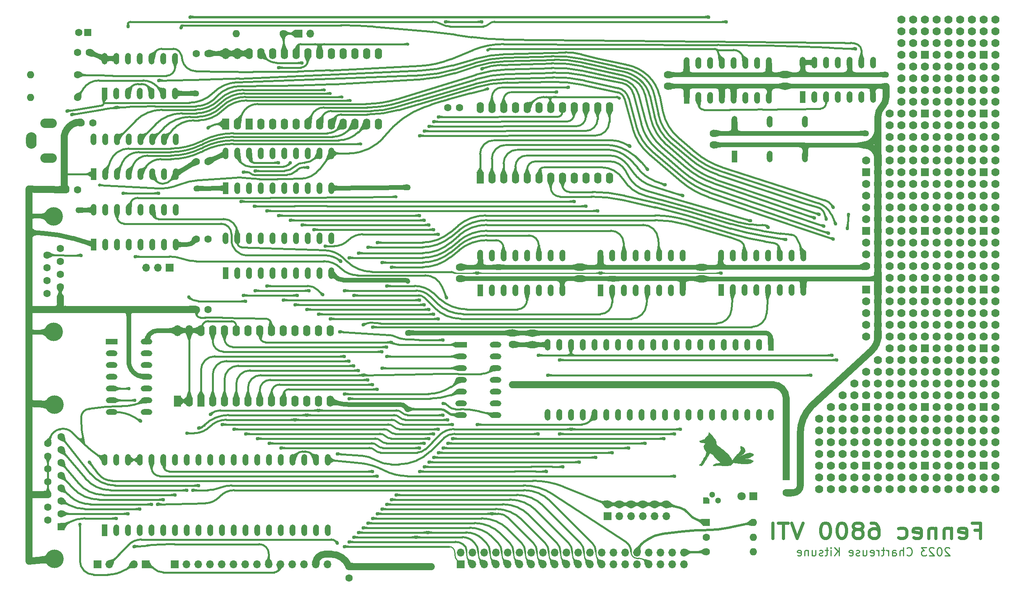
<source format=gbs>
G04 #@! TF.GenerationSoftware,KiCad,Pcbnew,(7.99.0-363-gaf7eb36925)*
G04 #@! TF.CreationDate,2023-03-17T22:25:44-06:00*
G04 #@! TF.ProjectId,FennecVTI,46656e6e-6563-4565-9449-2e6b69636164,rev?*
G04 #@! TF.SameCoordinates,Original*
G04 #@! TF.FileFunction,Copper,L2,Bot*
G04 #@! TF.FilePolarity,Positive*
%FSLAX46Y46*%
G04 Gerber Fmt 4.6, Leading zero omitted, Abs format (unit mm)*
G04 Created by KiCad (PCBNEW (7.99.0-363-gaf7eb36925)) date 2023-03-17 22:25:44*
%MOMM*%
%LPD*%
G01*
G04 APERTURE LIST*
G04 Aperture macros list*
%AMOutline5P*
0 Free polygon, 5 corners , with rotation*
0 The origin of the aperture is its center*
0 number of corners: always 5*
0 $1 to $10 corner X, Y*
0 $11 Rotation angle, in degrees counterclockwise*
0 create outline with 5 corners*
4,1,5,$1,$2,$3,$4,$5,$6,$7,$8,$9,$10,$1,$2,$11*%
%AMOutline6P*
0 Free polygon, 6 corners , with rotation*
0 The origin of the aperture is its center*
0 number of corners: always 6*
0 $1 to $12 corner X, Y*
0 $13 Rotation angle, in degrees counterclockwise*
0 create outline with 6 corners*
4,1,6,$1,$2,$3,$4,$5,$6,$7,$8,$9,$10,$11,$12,$1,$2,$13*%
%AMOutline7P*
0 Free polygon, 7 corners , with rotation*
0 The origin of the aperture is its center*
0 number of corners: always 7*
0 $1 to $14 corner X, Y*
0 $15 Rotation angle, in degrees counterclockwise*
0 create outline with 7 corners*
4,1,7,$1,$2,$3,$4,$5,$6,$7,$8,$9,$10,$11,$12,$13,$14,$1,$2,$15*%
%AMOutline8P*
0 Free polygon, 8 corners , with rotation*
0 The origin of the aperture is its center*
0 number of corners: always 8*
0 $1 to $16 corner X, Y*
0 $17 Rotation angle, in degrees counterclockwise*
0 create outline with 8 corners*
4,1,8,$1,$2,$3,$4,$5,$6,$7,$8,$9,$10,$11,$12,$13,$14,$15,$16,$1,$2,$17*%
G04 Aperture macros list end*
%ADD10C,0.635000*%
G04 #@! TA.AperFunction,NonConductor*
%ADD11C,0.635000*%
G04 #@! TD*
%ADD12C,0.254000*%
G04 #@! TA.AperFunction,NonConductor*
%ADD13C,0.254000*%
G04 #@! TD*
G04 #@! TA.AperFunction,EtchedComponent*
%ADD14C,0.010000*%
G04 #@! TD*
G04 #@! TA.AperFunction,ComponentPad*
%ADD15Outline5P,-0.650000X0.650000X0.325000X0.650000X0.650000X0.325000X0.650000X-0.650000X-0.650000X-0.650000X0.000000*%
G04 #@! TD*
G04 #@! TA.AperFunction,ComponentPad*
%ADD16C,1.300000*%
G04 #@! TD*
G04 #@! TA.AperFunction,ComponentPad*
%ADD17O,1.600000X2.400000*%
G04 #@! TD*
G04 #@! TA.AperFunction,ComponentPad*
%ADD18R,1.600000X2.400000*%
G04 #@! TD*
G04 #@! TA.AperFunction,ComponentPad*
%ADD19R,1.700000X1.700000*%
G04 #@! TD*
G04 #@! TA.AperFunction,ComponentPad*
%ADD20O,1.700000X1.700000*%
G04 #@! TD*
G04 #@! TA.AperFunction,ComponentPad*
%ADD21R,1.778000X1.778000*%
G04 #@! TD*
G04 #@! TA.AperFunction,ComponentPad*
%ADD22C,1.778000*%
G04 #@! TD*
G04 #@! TA.AperFunction,ComponentPad*
%ADD23C,4.000000*%
G04 #@! TD*
G04 #@! TA.AperFunction,ComponentPad*
%ADD24R,1.600000X1.600000*%
G04 #@! TD*
G04 #@! TA.AperFunction,ComponentPad*
%ADD25C,1.600000*%
G04 #@! TD*
G04 #@! TA.AperFunction,ComponentPad*
%ADD26R,1.270000X2.540000*%
G04 #@! TD*
G04 #@! TA.AperFunction,ComponentPad*
%ADD27O,1.270000X2.540000*%
G04 #@! TD*
G04 #@! TA.AperFunction,ComponentPad*
%ADD28R,1.270000X2.500000*%
G04 #@! TD*
G04 #@! TA.AperFunction,ComponentPad*
%ADD29O,1.270000X2.500000*%
G04 #@! TD*
G04 #@! TA.AperFunction,ComponentPad*
%ADD30O,1.600000X1.600000*%
G04 #@! TD*
G04 #@! TA.AperFunction,ComponentPad*
%ADD31R,2.500000X1.270000*%
G04 #@! TD*
G04 #@! TA.AperFunction,ComponentPad*
%ADD32O,2.500000X1.270000*%
G04 #@! TD*
G04 #@! TA.AperFunction,ComponentPad*
%ADD33R,1.800000X1.800000*%
G04 #@! TD*
G04 #@! TA.AperFunction,ComponentPad*
%ADD34C,1.800000*%
G04 #@! TD*
G04 #@! TA.AperFunction,ComponentPad*
%ADD35O,3.556000X2.032000*%
G04 #@! TD*
G04 #@! TA.AperFunction,ComponentPad*
%ADD36O,2.286000X3.556000*%
G04 #@! TD*
G04 #@! TA.AperFunction,ViaPad*
%ADD37C,0.762000*%
G04 #@! TD*
G04 #@! TA.AperFunction,ViaPad*
%ADD38C,1.270000*%
G04 #@! TD*
G04 #@! TA.AperFunction,ViaPad*
%ADD39C,0.635000*%
G04 #@! TD*
G04 #@! TA.AperFunction,Conductor*
%ADD40C,0.381000*%
G04 #@! TD*
G04 #@! TA.AperFunction,Conductor*
%ADD41C,1.016000*%
G04 #@! TD*
G04 #@! TA.AperFunction,Conductor*
%ADD42C,1.524000*%
G04 #@! TD*
G04 #@! TA.AperFunction,Conductor*
%ADD43C,0.508000*%
G04 #@! TD*
G04 #@! TA.AperFunction,Conductor*
%ADD44C,0.254000*%
G04 #@! TD*
G04 APERTURE END LIST*
D10*
D11*
X245757094Y-140513950D02*
X246984761Y-140513950D01*
X246984761Y-142243569D02*
X246984761Y-138941569D01*
X246984761Y-138941569D02*
X245230951Y-138941569D01*
X242424856Y-142086331D02*
X242775618Y-142243569D01*
X242775618Y-142243569D02*
X243477142Y-142243569D01*
X243477142Y-142243569D02*
X243827904Y-142086331D01*
X243827904Y-142086331D02*
X244003285Y-141771854D01*
X244003285Y-141771854D02*
X244003285Y-140513950D01*
X244003285Y-140513950D02*
X243827904Y-140199473D01*
X243827904Y-140199473D02*
X243477142Y-140042235D01*
X243477142Y-140042235D02*
X242775618Y-140042235D01*
X242775618Y-140042235D02*
X242424856Y-140199473D01*
X242424856Y-140199473D02*
X242249475Y-140513950D01*
X242249475Y-140513950D02*
X242249475Y-140828426D01*
X242249475Y-140828426D02*
X244003285Y-141142902D01*
X240671047Y-140042235D02*
X240671047Y-142243569D01*
X240671047Y-140356711D02*
X240495666Y-140199473D01*
X240495666Y-140199473D02*
X240144904Y-140042235D01*
X240144904Y-140042235D02*
X239618761Y-140042235D01*
X239618761Y-140042235D02*
X239267999Y-140199473D01*
X239267999Y-140199473D02*
X239092618Y-140513950D01*
X239092618Y-140513950D02*
X239092618Y-142243569D01*
X237338809Y-140042235D02*
X237338809Y-142243569D01*
X237338809Y-140356711D02*
X237163428Y-140199473D01*
X237163428Y-140199473D02*
X236812666Y-140042235D01*
X236812666Y-140042235D02*
X236286523Y-140042235D01*
X236286523Y-140042235D02*
X235935761Y-140199473D01*
X235935761Y-140199473D02*
X235760380Y-140513950D01*
X235760380Y-140513950D02*
X235760380Y-142243569D01*
X232603523Y-142086331D02*
X232954285Y-142243569D01*
X232954285Y-142243569D02*
X233655809Y-142243569D01*
X233655809Y-142243569D02*
X234006571Y-142086331D01*
X234006571Y-142086331D02*
X234181952Y-141771854D01*
X234181952Y-141771854D02*
X234181952Y-140513950D01*
X234181952Y-140513950D02*
X234006571Y-140199473D01*
X234006571Y-140199473D02*
X233655809Y-140042235D01*
X233655809Y-140042235D02*
X232954285Y-140042235D01*
X232954285Y-140042235D02*
X232603523Y-140199473D01*
X232603523Y-140199473D02*
X232428142Y-140513950D01*
X232428142Y-140513950D02*
X232428142Y-140828426D01*
X232428142Y-140828426D02*
X234181952Y-141142902D01*
X229271285Y-142086331D02*
X229622047Y-142243569D01*
X229622047Y-142243569D02*
X230323571Y-142243569D01*
X230323571Y-142243569D02*
X230674333Y-142086331D01*
X230674333Y-142086331D02*
X230849714Y-141929092D01*
X230849714Y-141929092D02*
X231025095Y-141614616D01*
X231025095Y-141614616D02*
X231025095Y-140671188D01*
X231025095Y-140671188D02*
X230849714Y-140356711D01*
X230849714Y-140356711D02*
X230674333Y-140199473D01*
X230674333Y-140199473D02*
X230323571Y-140042235D01*
X230323571Y-140042235D02*
X229622047Y-140042235D01*
X229622047Y-140042235D02*
X229271285Y-140199473D01*
X223308333Y-138941569D02*
X224009857Y-138941569D01*
X224009857Y-138941569D02*
X224360619Y-139098807D01*
X224360619Y-139098807D02*
X224536000Y-139256045D01*
X224536000Y-139256045D02*
X224886762Y-139727759D01*
X224886762Y-139727759D02*
X225062143Y-140356711D01*
X225062143Y-140356711D02*
X225062143Y-141614616D01*
X225062143Y-141614616D02*
X224886762Y-141929092D01*
X224886762Y-141929092D02*
X224711381Y-142086331D01*
X224711381Y-142086331D02*
X224360619Y-142243569D01*
X224360619Y-142243569D02*
X223659095Y-142243569D01*
X223659095Y-142243569D02*
X223308333Y-142086331D01*
X223308333Y-142086331D02*
X223132952Y-141929092D01*
X223132952Y-141929092D02*
X222957571Y-141614616D01*
X222957571Y-141614616D02*
X222957571Y-140828426D01*
X222957571Y-140828426D02*
X223132952Y-140513950D01*
X223132952Y-140513950D02*
X223308333Y-140356711D01*
X223308333Y-140356711D02*
X223659095Y-140199473D01*
X223659095Y-140199473D02*
X224360619Y-140199473D01*
X224360619Y-140199473D02*
X224711381Y-140356711D01*
X224711381Y-140356711D02*
X224886762Y-140513950D01*
X224886762Y-140513950D02*
X225062143Y-140828426D01*
X220853000Y-140356711D02*
X221203762Y-140199473D01*
X221203762Y-140199473D02*
X221379143Y-140042235D01*
X221379143Y-140042235D02*
X221554524Y-139727759D01*
X221554524Y-139727759D02*
X221554524Y-139570521D01*
X221554524Y-139570521D02*
X221379143Y-139256045D01*
X221379143Y-139256045D02*
X221203762Y-139098807D01*
X221203762Y-139098807D02*
X220853000Y-138941569D01*
X220853000Y-138941569D02*
X220151476Y-138941569D01*
X220151476Y-138941569D02*
X219800714Y-139098807D01*
X219800714Y-139098807D02*
X219625333Y-139256045D01*
X219625333Y-139256045D02*
X219449952Y-139570521D01*
X219449952Y-139570521D02*
X219449952Y-139727759D01*
X219449952Y-139727759D02*
X219625333Y-140042235D01*
X219625333Y-140042235D02*
X219800714Y-140199473D01*
X219800714Y-140199473D02*
X220151476Y-140356711D01*
X220151476Y-140356711D02*
X220853000Y-140356711D01*
X220853000Y-140356711D02*
X221203762Y-140513950D01*
X221203762Y-140513950D02*
X221379143Y-140671188D01*
X221379143Y-140671188D02*
X221554524Y-140985664D01*
X221554524Y-140985664D02*
X221554524Y-141614616D01*
X221554524Y-141614616D02*
X221379143Y-141929092D01*
X221379143Y-141929092D02*
X221203762Y-142086331D01*
X221203762Y-142086331D02*
X220853000Y-142243569D01*
X220853000Y-142243569D02*
X220151476Y-142243569D01*
X220151476Y-142243569D02*
X219800714Y-142086331D01*
X219800714Y-142086331D02*
X219625333Y-141929092D01*
X219625333Y-141929092D02*
X219449952Y-141614616D01*
X219449952Y-141614616D02*
X219449952Y-140985664D01*
X219449952Y-140985664D02*
X219625333Y-140671188D01*
X219625333Y-140671188D02*
X219800714Y-140513950D01*
X219800714Y-140513950D02*
X220151476Y-140356711D01*
X217170000Y-138941569D02*
X216819238Y-138941569D01*
X216819238Y-138941569D02*
X216468476Y-139098807D01*
X216468476Y-139098807D02*
X216293095Y-139256045D01*
X216293095Y-139256045D02*
X216117714Y-139570521D01*
X216117714Y-139570521D02*
X215942333Y-140199473D01*
X215942333Y-140199473D02*
X215942333Y-140985664D01*
X215942333Y-140985664D02*
X216117714Y-141614616D01*
X216117714Y-141614616D02*
X216293095Y-141929092D01*
X216293095Y-141929092D02*
X216468476Y-142086331D01*
X216468476Y-142086331D02*
X216819238Y-142243569D01*
X216819238Y-142243569D02*
X217170000Y-142243569D01*
X217170000Y-142243569D02*
X217520762Y-142086331D01*
X217520762Y-142086331D02*
X217696143Y-141929092D01*
X217696143Y-141929092D02*
X217871524Y-141614616D01*
X217871524Y-141614616D02*
X218046905Y-140985664D01*
X218046905Y-140985664D02*
X218046905Y-140199473D01*
X218046905Y-140199473D02*
X217871524Y-139570521D01*
X217871524Y-139570521D02*
X217696143Y-139256045D01*
X217696143Y-139256045D02*
X217520762Y-139098807D01*
X217520762Y-139098807D02*
X217170000Y-138941569D01*
X213662381Y-138941569D02*
X213311619Y-138941569D01*
X213311619Y-138941569D02*
X212960857Y-139098807D01*
X212960857Y-139098807D02*
X212785476Y-139256045D01*
X212785476Y-139256045D02*
X212610095Y-139570521D01*
X212610095Y-139570521D02*
X212434714Y-140199473D01*
X212434714Y-140199473D02*
X212434714Y-140985664D01*
X212434714Y-140985664D02*
X212610095Y-141614616D01*
X212610095Y-141614616D02*
X212785476Y-141929092D01*
X212785476Y-141929092D02*
X212960857Y-142086331D01*
X212960857Y-142086331D02*
X213311619Y-142243569D01*
X213311619Y-142243569D02*
X213662381Y-142243569D01*
X213662381Y-142243569D02*
X214013143Y-142086331D01*
X214013143Y-142086331D02*
X214188524Y-141929092D01*
X214188524Y-141929092D02*
X214363905Y-141614616D01*
X214363905Y-141614616D02*
X214539286Y-140985664D01*
X214539286Y-140985664D02*
X214539286Y-140199473D01*
X214539286Y-140199473D02*
X214363905Y-139570521D01*
X214363905Y-139570521D02*
X214188524Y-139256045D01*
X214188524Y-139256045D02*
X214013143Y-139098807D01*
X214013143Y-139098807D02*
X213662381Y-138941569D01*
X208576334Y-138941569D02*
X207348667Y-142243569D01*
X207348667Y-142243569D02*
X206121000Y-138941569D01*
X205419477Y-138941569D02*
X203314905Y-138941569D01*
X204367191Y-142243569D02*
X204367191Y-138941569D01*
X202087239Y-142243569D02*
X202087239Y-138941569D01*
D12*
D13*
X240241667Y-144374871D02*
X240157000Y-144290204D01*
X240157000Y-144290204D02*
X239987667Y-144205537D01*
X239987667Y-144205537D02*
X239564334Y-144205537D01*
X239564334Y-144205537D02*
X239395000Y-144290204D01*
X239395000Y-144290204D02*
X239310334Y-144374871D01*
X239310334Y-144374871D02*
X239225667Y-144544204D01*
X239225667Y-144544204D02*
X239225667Y-144713537D01*
X239225667Y-144713537D02*
X239310334Y-144967537D01*
X239310334Y-144967537D02*
X240326334Y-145983537D01*
X240326334Y-145983537D02*
X239225667Y-145983537D01*
X238125001Y-144205537D02*
X237955667Y-144205537D01*
X237955667Y-144205537D02*
X237786334Y-144290204D01*
X237786334Y-144290204D02*
X237701667Y-144374871D01*
X237701667Y-144374871D02*
X237617001Y-144544204D01*
X237617001Y-144544204D02*
X237532334Y-144882871D01*
X237532334Y-144882871D02*
X237532334Y-145306204D01*
X237532334Y-145306204D02*
X237617001Y-145644871D01*
X237617001Y-145644871D02*
X237701667Y-145814204D01*
X237701667Y-145814204D02*
X237786334Y-145898871D01*
X237786334Y-145898871D02*
X237955667Y-145983537D01*
X237955667Y-145983537D02*
X238125001Y-145983537D01*
X238125001Y-145983537D02*
X238294334Y-145898871D01*
X238294334Y-145898871D02*
X238379001Y-145814204D01*
X238379001Y-145814204D02*
X238463667Y-145644871D01*
X238463667Y-145644871D02*
X238548334Y-145306204D01*
X238548334Y-145306204D02*
X238548334Y-144882871D01*
X238548334Y-144882871D02*
X238463667Y-144544204D01*
X238463667Y-144544204D02*
X238379001Y-144374871D01*
X238379001Y-144374871D02*
X238294334Y-144290204D01*
X238294334Y-144290204D02*
X238125001Y-144205537D01*
X236855001Y-144374871D02*
X236770334Y-144290204D01*
X236770334Y-144290204D02*
X236601001Y-144205537D01*
X236601001Y-144205537D02*
X236177668Y-144205537D01*
X236177668Y-144205537D02*
X236008334Y-144290204D01*
X236008334Y-144290204D02*
X235923668Y-144374871D01*
X235923668Y-144374871D02*
X235839001Y-144544204D01*
X235839001Y-144544204D02*
X235839001Y-144713537D01*
X235839001Y-144713537D02*
X235923668Y-144967537D01*
X235923668Y-144967537D02*
X236939668Y-145983537D01*
X236939668Y-145983537D02*
X235839001Y-145983537D01*
X235246335Y-144205537D02*
X234145668Y-144205537D01*
X234145668Y-144205537D02*
X234738335Y-144882871D01*
X234738335Y-144882871D02*
X234484335Y-144882871D01*
X234484335Y-144882871D02*
X234315001Y-144967537D01*
X234315001Y-144967537D02*
X234230335Y-145052204D01*
X234230335Y-145052204D02*
X234145668Y-145221537D01*
X234145668Y-145221537D02*
X234145668Y-145644871D01*
X234145668Y-145644871D02*
X234230335Y-145814204D01*
X234230335Y-145814204D02*
X234315001Y-145898871D01*
X234315001Y-145898871D02*
X234484335Y-145983537D01*
X234484335Y-145983537D02*
X234992335Y-145983537D01*
X234992335Y-145983537D02*
X235161668Y-145898871D01*
X235161668Y-145898871D02*
X235246335Y-145814204D01*
X231013001Y-145814204D02*
X231097668Y-145898871D01*
X231097668Y-145898871D02*
X231351668Y-145983537D01*
X231351668Y-145983537D02*
X231521001Y-145983537D01*
X231521001Y-145983537D02*
X231775001Y-145898871D01*
X231775001Y-145898871D02*
X231944335Y-145729537D01*
X231944335Y-145729537D02*
X232029001Y-145560204D01*
X232029001Y-145560204D02*
X232113668Y-145221537D01*
X232113668Y-145221537D02*
X232113668Y-144967537D01*
X232113668Y-144967537D02*
X232029001Y-144628871D01*
X232029001Y-144628871D02*
X231944335Y-144459537D01*
X231944335Y-144459537D02*
X231775001Y-144290204D01*
X231775001Y-144290204D02*
X231521001Y-144205537D01*
X231521001Y-144205537D02*
X231351668Y-144205537D01*
X231351668Y-144205537D02*
X231097668Y-144290204D01*
X231097668Y-144290204D02*
X231013001Y-144374871D01*
X230251001Y-145983537D02*
X230251001Y-144205537D01*
X229489001Y-145983537D02*
X229489001Y-145052204D01*
X229489001Y-145052204D02*
X229573668Y-144882871D01*
X229573668Y-144882871D02*
X229743001Y-144798204D01*
X229743001Y-144798204D02*
X229997001Y-144798204D01*
X229997001Y-144798204D02*
X230166335Y-144882871D01*
X230166335Y-144882871D02*
X230251001Y-144967537D01*
X227880334Y-145983537D02*
X227880334Y-145052204D01*
X227880334Y-145052204D02*
X227965001Y-144882871D01*
X227965001Y-144882871D02*
X228134334Y-144798204D01*
X228134334Y-144798204D02*
X228473001Y-144798204D01*
X228473001Y-144798204D02*
X228642334Y-144882871D01*
X227880334Y-145898871D02*
X228049668Y-145983537D01*
X228049668Y-145983537D02*
X228473001Y-145983537D01*
X228473001Y-145983537D02*
X228642334Y-145898871D01*
X228642334Y-145898871D02*
X228727001Y-145729537D01*
X228727001Y-145729537D02*
X228727001Y-145560204D01*
X228727001Y-145560204D02*
X228642334Y-145390871D01*
X228642334Y-145390871D02*
X228473001Y-145306204D01*
X228473001Y-145306204D02*
X228049668Y-145306204D01*
X228049668Y-145306204D02*
X227880334Y-145221537D01*
X227033667Y-145983537D02*
X227033667Y-144798204D01*
X227033667Y-145136871D02*
X226949001Y-144967537D01*
X226949001Y-144967537D02*
X226864334Y-144882871D01*
X226864334Y-144882871D02*
X226695001Y-144798204D01*
X226695001Y-144798204D02*
X226525667Y-144798204D01*
X226187000Y-144798204D02*
X225509667Y-144798204D01*
X225933000Y-144205537D02*
X225933000Y-145729537D01*
X225933000Y-145729537D02*
X225848334Y-145898871D01*
X225848334Y-145898871D02*
X225679000Y-145983537D01*
X225679000Y-145983537D02*
X225509667Y-145983537D01*
X224917000Y-145983537D02*
X224917000Y-144798204D01*
X224917000Y-145136871D02*
X224832334Y-144967537D01*
X224832334Y-144967537D02*
X224747667Y-144882871D01*
X224747667Y-144882871D02*
X224578334Y-144798204D01*
X224578334Y-144798204D02*
X224409000Y-144798204D01*
X223139000Y-145898871D02*
X223308333Y-145983537D01*
X223308333Y-145983537D02*
X223647000Y-145983537D01*
X223647000Y-145983537D02*
X223816333Y-145898871D01*
X223816333Y-145898871D02*
X223901000Y-145729537D01*
X223901000Y-145729537D02*
X223901000Y-145052204D01*
X223901000Y-145052204D02*
X223816333Y-144882871D01*
X223816333Y-144882871D02*
X223647000Y-144798204D01*
X223647000Y-144798204D02*
X223308333Y-144798204D01*
X223308333Y-144798204D02*
X223139000Y-144882871D01*
X223139000Y-144882871D02*
X223054333Y-145052204D01*
X223054333Y-145052204D02*
X223054333Y-145221537D01*
X223054333Y-145221537D02*
X223901000Y-145390871D01*
X221530333Y-144798204D02*
X221530333Y-145983537D01*
X222292333Y-144798204D02*
X222292333Y-145729537D01*
X222292333Y-145729537D02*
X222207667Y-145898871D01*
X222207667Y-145898871D02*
X222038333Y-145983537D01*
X222038333Y-145983537D02*
X221784333Y-145983537D01*
X221784333Y-145983537D02*
X221615000Y-145898871D01*
X221615000Y-145898871D02*
X221530333Y-145814204D01*
X220768333Y-145898871D02*
X220599000Y-145983537D01*
X220599000Y-145983537D02*
X220260333Y-145983537D01*
X220260333Y-145983537D02*
X220091000Y-145898871D01*
X220091000Y-145898871D02*
X220006333Y-145729537D01*
X220006333Y-145729537D02*
X220006333Y-145644871D01*
X220006333Y-145644871D02*
X220091000Y-145475537D01*
X220091000Y-145475537D02*
X220260333Y-145390871D01*
X220260333Y-145390871D02*
X220514333Y-145390871D01*
X220514333Y-145390871D02*
X220683666Y-145306204D01*
X220683666Y-145306204D02*
X220768333Y-145136871D01*
X220768333Y-145136871D02*
X220768333Y-145052204D01*
X220768333Y-145052204D02*
X220683666Y-144882871D01*
X220683666Y-144882871D02*
X220514333Y-144798204D01*
X220514333Y-144798204D02*
X220260333Y-144798204D01*
X220260333Y-144798204D02*
X220091000Y-144882871D01*
X218567000Y-145898871D02*
X218736333Y-145983537D01*
X218736333Y-145983537D02*
X219075000Y-145983537D01*
X219075000Y-145983537D02*
X219244333Y-145898871D01*
X219244333Y-145898871D02*
X219329000Y-145729537D01*
X219329000Y-145729537D02*
X219329000Y-145052204D01*
X219329000Y-145052204D02*
X219244333Y-144882871D01*
X219244333Y-144882871D02*
X219075000Y-144798204D01*
X219075000Y-144798204D02*
X218736333Y-144798204D01*
X218736333Y-144798204D02*
X218567000Y-144882871D01*
X218567000Y-144882871D02*
X218482333Y-145052204D01*
X218482333Y-145052204D02*
X218482333Y-145221537D01*
X218482333Y-145221537D02*
X219329000Y-145390871D01*
X216365666Y-145983537D02*
X216365666Y-144205537D01*
X215349666Y-145983537D02*
X216111666Y-144967537D01*
X215349666Y-144205537D02*
X216365666Y-145221537D01*
X214587666Y-145983537D02*
X214587666Y-144798204D01*
X214587666Y-144205537D02*
X214672333Y-144290204D01*
X214672333Y-144290204D02*
X214587666Y-144374871D01*
X214587666Y-144374871D02*
X214503000Y-144290204D01*
X214503000Y-144290204D02*
X214587666Y-144205537D01*
X214587666Y-144205537D02*
X214587666Y-144374871D01*
X213994999Y-144798204D02*
X213317666Y-144798204D01*
X213740999Y-144205537D02*
X213740999Y-145729537D01*
X213740999Y-145729537D02*
X213656333Y-145898871D01*
X213656333Y-145898871D02*
X213486999Y-145983537D01*
X213486999Y-145983537D02*
X213317666Y-145983537D01*
X212809666Y-145898871D02*
X212640333Y-145983537D01*
X212640333Y-145983537D02*
X212301666Y-145983537D01*
X212301666Y-145983537D02*
X212132333Y-145898871D01*
X212132333Y-145898871D02*
X212047666Y-145729537D01*
X212047666Y-145729537D02*
X212047666Y-145644871D01*
X212047666Y-145644871D02*
X212132333Y-145475537D01*
X212132333Y-145475537D02*
X212301666Y-145390871D01*
X212301666Y-145390871D02*
X212555666Y-145390871D01*
X212555666Y-145390871D02*
X212724999Y-145306204D01*
X212724999Y-145306204D02*
X212809666Y-145136871D01*
X212809666Y-145136871D02*
X212809666Y-145052204D01*
X212809666Y-145052204D02*
X212724999Y-144882871D01*
X212724999Y-144882871D02*
X212555666Y-144798204D01*
X212555666Y-144798204D02*
X212301666Y-144798204D01*
X212301666Y-144798204D02*
X212132333Y-144882871D01*
X210523666Y-144798204D02*
X210523666Y-145983537D01*
X211285666Y-144798204D02*
X211285666Y-145729537D01*
X211285666Y-145729537D02*
X211201000Y-145898871D01*
X211201000Y-145898871D02*
X211031666Y-145983537D01*
X211031666Y-145983537D02*
X210777666Y-145983537D01*
X210777666Y-145983537D02*
X210608333Y-145898871D01*
X210608333Y-145898871D02*
X210523666Y-145814204D01*
X209676999Y-144798204D02*
X209676999Y-145983537D01*
X209676999Y-144967537D02*
X209592333Y-144882871D01*
X209592333Y-144882871D02*
X209422999Y-144798204D01*
X209422999Y-144798204D02*
X209168999Y-144798204D01*
X209168999Y-144798204D02*
X208999666Y-144882871D01*
X208999666Y-144882871D02*
X208914999Y-145052204D01*
X208914999Y-145052204D02*
X208914999Y-145983537D01*
X207390999Y-145898871D02*
X207560332Y-145983537D01*
X207560332Y-145983537D02*
X207898999Y-145983537D01*
X207898999Y-145983537D02*
X208068332Y-145898871D01*
X208068332Y-145898871D02*
X208152999Y-145729537D01*
X208152999Y-145729537D02*
X208152999Y-145052204D01*
X208152999Y-145052204D02*
X208068332Y-144882871D01*
X208068332Y-144882871D02*
X207898999Y-144798204D01*
X207898999Y-144798204D02*
X207560332Y-144798204D01*
X207560332Y-144798204D02*
X207390999Y-144882871D01*
X207390999Y-144882871D02*
X207306332Y-145052204D01*
X207306332Y-145052204D02*
X207306332Y-145221537D01*
X207306332Y-145221537D02*
X208152999Y-145390871D01*
D14*
X196753029Y-124862182D02*
X196639083Y-124884277D01*
X196573665Y-124894415D01*
X196464293Y-124911365D01*
X196348403Y-124926649D01*
X196249196Y-124939733D01*
X196149751Y-124951612D01*
X195985855Y-124971190D01*
X195666334Y-125007543D01*
X195656161Y-125008688D01*
X195428108Y-125034597D01*
X195222462Y-125058406D01*
X195047555Y-125079114D01*
X194911723Y-125095723D01*
X194823298Y-125107231D01*
X194790614Y-125112638D01*
X194798654Y-125113530D01*
X194859128Y-125114618D01*
X194972391Y-125114972D01*
X195130838Y-125114616D01*
X195326868Y-125113574D01*
X195552877Y-125111868D01*
X195801261Y-125109522D01*
X195932874Y-125108323D01*
X196263144Y-125107136D01*
X196530426Y-125109246D01*
X196735753Y-125114675D01*
X196880156Y-125123446D01*
X196964668Y-125135582D01*
X196967408Y-125136287D01*
X197054820Y-125165830D01*
X197182239Y-125217280D01*
X197332986Y-125283588D01*
X197490383Y-125357709D01*
X197870794Y-125543247D01*
X197734549Y-125676033D01*
X197594064Y-125792218D01*
X197345766Y-125928914D01*
X197046835Y-126025832D01*
X197025135Y-126030766D01*
X196932206Y-126047328D01*
X196818992Y-126060083D01*
X196676661Y-126069503D01*
X196496379Y-126076058D01*
X196269313Y-126080222D01*
X195986629Y-126082466D01*
X195956131Y-126082599D01*
X195665919Y-126082674D01*
X195419911Y-126079465D01*
X195202745Y-126071713D01*
X194999061Y-126058160D01*
X194793497Y-126037551D01*
X194570692Y-126008626D01*
X194315286Y-125970128D01*
X194011917Y-125920800D01*
X193519947Y-125839173D01*
X193455275Y-125914764D01*
X193428236Y-125947418D01*
X193359613Y-126034412D01*
X193286636Y-126130712D01*
X193247642Y-126178384D01*
X193156180Y-126267653D01*
X193069674Y-126328452D01*
X193028982Y-126347844D01*
X192838726Y-126417527D01*
X192605444Y-126477642D01*
X192345982Y-126524361D01*
X192077187Y-126553860D01*
X191964624Y-126561206D01*
X191540938Y-126570105D01*
X191172186Y-126545315D01*
X190858346Y-126486835D01*
X190770669Y-126467270D01*
X190606022Y-126443229D01*
X190426597Y-126428983D01*
X190245498Y-126424380D01*
X190075830Y-126429270D01*
X189930699Y-126443503D01*
X189823210Y-126466927D01*
X189766466Y-126499392D01*
X189763370Y-126503484D01*
X189731384Y-126530619D01*
X189679045Y-126545528D01*
X189591726Y-126550479D01*
X189454797Y-126547743D01*
X189356823Y-126543831D01*
X189261937Y-126536423D01*
X189208869Y-126523312D01*
X189184279Y-126500509D01*
X189174827Y-126464024D01*
X189176748Y-126410539D01*
X189206436Y-126338947D01*
X189245114Y-126304308D01*
X189350107Y-126242331D01*
X189495095Y-126177670D01*
X189665633Y-126115891D01*
X189847277Y-126062561D01*
X190025582Y-126023247D01*
X190189668Y-125993296D01*
X190425136Y-125945847D01*
X190599686Y-125903722D01*
X190715385Y-125866395D01*
X190774298Y-125833344D01*
X190786677Y-125811961D01*
X190772490Y-125779762D01*
X190717326Y-125734227D01*
X190613131Y-125667048D01*
X190589519Y-125651705D01*
X190481318Y-125569850D01*
X190342213Y-125452143D01*
X190181907Y-125307843D01*
X190010101Y-125146207D01*
X189836497Y-124976490D01*
X189670799Y-124807951D01*
X189522708Y-124649846D01*
X189401927Y-124511433D01*
X189321006Y-124415986D01*
X189118445Y-124197648D01*
X188927724Y-124021453D01*
X188753508Y-123891065D01*
X188600463Y-123810146D01*
X188473254Y-123782359D01*
X188449146Y-123786883D01*
X188376540Y-123841544D01*
X188291611Y-123956836D01*
X188195475Y-124131071D01*
X188089249Y-124362562D01*
X188029837Y-124496138D01*
X187895636Y-124767808D01*
X187753140Y-125022008D01*
X187614560Y-125236265D01*
X187579503Y-125285674D01*
X187490163Y-125411619D01*
X187408791Y-125526367D01*
X187364118Y-125592674D01*
X187284237Y-125721636D01*
X187212617Y-125847996D01*
X187164876Y-125935029D01*
X187061459Y-126108135D01*
X186958866Y-126261697D01*
X186865999Y-126382799D01*
X186791762Y-126458525D01*
X186773699Y-126471987D01*
X186693552Y-126506835D01*
X186593612Y-126501437D01*
X186574818Y-126498163D01*
X186457330Y-126483986D01*
X186336229Y-126476741D01*
X186314541Y-126475899D01*
X186201992Y-126452598D01*
X186144710Y-126404927D01*
X186143479Y-126341824D01*
X186199087Y-126272228D01*
X186312320Y-126205077D01*
X186361398Y-126180211D01*
X186483240Y-126081656D01*
X186584934Y-125935071D01*
X186672556Y-125732486D01*
X186693457Y-125678802D01*
X186724368Y-125612902D01*
X186767411Y-125533862D01*
X186826707Y-125435056D01*
X186906377Y-125309861D01*
X187010544Y-125151650D01*
X187143328Y-124953800D01*
X187308850Y-124709685D01*
X187359800Y-124632713D01*
X187449808Y-124483890D01*
X187512915Y-124360324D01*
X187542404Y-124274533D01*
X187555806Y-124209362D01*
X187587006Y-124087475D01*
X187624564Y-123961443D01*
X187649000Y-123874333D01*
X187676003Y-123739537D01*
X187686502Y-123628657D01*
X187686318Y-123608372D01*
X187678955Y-123536012D01*
X187653742Y-123473033D01*
X187601024Y-123401538D01*
X187511142Y-123303625D01*
X187508066Y-123300387D01*
X187411737Y-123187302D01*
X187326218Y-123067221D01*
X187269696Y-122965607D01*
X187249667Y-122914611D01*
X187201608Y-122751196D01*
X187167205Y-122573482D01*
X187150491Y-122405934D01*
X187155501Y-122273019D01*
X187166180Y-122208608D01*
X187190484Y-122094158D01*
X187222545Y-122011035D01*
X187272939Y-121936347D01*
X187352244Y-121847201D01*
X187498862Y-121690454D01*
X187391223Y-121646010D01*
X187357497Y-121633745D01*
X187240180Y-121601030D01*
X187083250Y-121565596D01*
X186903823Y-121530861D01*
X186719016Y-121500245D01*
X186545946Y-121477167D01*
X186427166Y-121454674D01*
X186300724Y-121398071D01*
X186226678Y-121315724D01*
X186209738Y-121211357D01*
X186211758Y-121196219D01*
X186229544Y-121147264D01*
X186275115Y-121120317D01*
X186366768Y-121102717D01*
X186410918Y-121095100D01*
X186552343Y-121061385D01*
X186722424Y-121012049D01*
X186899389Y-120954064D01*
X187061466Y-120894405D01*
X187186883Y-120840043D01*
X187192856Y-120837080D01*
X187269075Y-120795463D01*
X187323225Y-120751096D01*
X187372674Y-120685881D01*
X187434791Y-120581722D01*
X187481362Y-120512896D01*
X187566691Y-120409260D01*
X187671192Y-120296555D01*
X187782827Y-120186543D01*
X187889559Y-120090984D01*
X187979349Y-120021640D01*
X188040161Y-119990270D01*
X188056779Y-119986626D01*
X188106000Y-119964269D01*
X188132315Y-119915948D01*
X188148094Y-119822425D01*
X188155290Y-119762414D01*
X188172046Y-119623624D01*
X188188624Y-119487245D01*
X188202070Y-119406551D01*
X188224277Y-119331047D01*
X188247040Y-119301896D01*
X188263726Y-119310026D01*
X188319125Y-119356437D01*
X188399039Y-119434784D01*
X188492340Y-119534513D01*
X188520355Y-119565408D01*
X188652899Y-119707980D01*
X188798398Y-119860156D01*
X188930082Y-119993847D01*
X188986017Y-120051453D01*
X189083613Y-120162103D01*
X189159743Y-120261483D01*
X189201445Y-120333375D01*
X189208416Y-120349656D01*
X189257563Y-120437401D01*
X189331899Y-120548985D01*
X189418251Y-120664301D01*
X189433769Y-120684001D01*
X189527554Y-120810773D01*
X189613353Y-120938112D01*
X189674287Y-121041172D01*
X189721319Y-121147027D01*
X189783919Y-121343007D01*
X189827733Y-121550941D01*
X189845015Y-121739158D01*
X189845988Y-121766291D01*
X189856799Y-121834146D01*
X189883244Y-121902574D01*
X189929938Y-121976172D01*
X190001495Y-122059536D01*
X190102529Y-122157262D01*
X190237657Y-122273947D01*
X190411490Y-122414186D01*
X190628645Y-122582575D01*
X190893736Y-122783711D01*
X191168230Y-122993763D01*
X191579400Y-123323238D01*
X191937935Y-123631753D01*
X192247533Y-123923055D01*
X192511890Y-124200894D01*
X192734702Y-124469018D01*
X192919665Y-124731176D01*
X193070477Y-124991116D01*
X193096956Y-125041411D01*
X193160566Y-125156660D01*
X193214243Y-125246572D01*
X193248524Y-125294992D01*
X193311067Y-125324055D01*
X193386362Y-125296323D01*
X193467286Y-125213976D01*
X193548353Y-125080930D01*
X193563234Y-125053088D01*
X193581417Y-125024483D01*
X194100969Y-125024483D01*
X194103205Y-125035316D01*
X194125948Y-125031608D01*
X194183451Y-124989338D01*
X194217415Y-124961617D01*
X194222968Y-124951612D01*
X194173495Y-124974355D01*
X194126285Y-125000864D01*
X194100969Y-125024483D01*
X193581417Y-125024483D01*
X193643605Y-124926649D01*
X194262137Y-124926649D01*
X194278253Y-124942766D01*
X194294370Y-124926649D01*
X194278253Y-124910532D01*
X194262137Y-124926649D01*
X193643605Y-124926649D01*
X193645537Y-124923610D01*
X193666852Y-124894415D01*
X194326604Y-124894415D01*
X194342720Y-124910532D01*
X194358837Y-124894415D01*
X194342720Y-124878298D01*
X194326604Y-124894415D01*
X193666852Y-124894415D01*
X193690385Y-124862182D01*
X194391071Y-124862182D01*
X194407187Y-124878298D01*
X194423304Y-124862182D01*
X194407187Y-124846065D01*
X194391071Y-124862182D01*
X193690385Y-124862182D01*
X193760738Y-124765822D01*
X193898033Y-124592609D01*
X194046619Y-124416854D01*
X194195692Y-124251443D01*
X194334448Y-124109257D01*
X194452084Y-124003182D01*
X194487075Y-123974082D01*
X194648130Y-123822182D01*
X194803201Y-123649955D01*
X194936417Y-123476117D01*
X195031906Y-123319385D01*
X195048141Y-123286132D01*
X195120830Y-123086667D01*
X195141570Y-122894091D01*
X195113275Y-122685729D01*
X195086792Y-122572156D01*
X195057446Y-122443218D01*
X195042857Y-122361455D01*
X195044037Y-122317197D01*
X195061998Y-122300774D01*
X195097753Y-122302516D01*
X195152313Y-122312754D01*
X195184593Y-122319386D01*
X195346573Y-122373036D01*
X195523601Y-122457182D01*
X195691310Y-122559040D01*
X195825333Y-122665826D01*
X195841419Y-122681847D01*
X195964176Y-122852958D01*
X196040783Y-123061586D01*
X196067213Y-123297225D01*
X196060544Y-123376821D01*
X196027359Y-123489588D01*
X195963078Y-123608185D01*
X195864086Y-123736238D01*
X195726763Y-123877370D01*
X195547494Y-124035205D01*
X195322661Y-124213367D01*
X195048647Y-124415479D01*
X194721836Y-124645167D01*
X194656221Y-124690515D01*
X194551868Y-124763331D01*
X194489311Y-124808987D01*
X194460799Y-124833791D01*
X194458580Y-124844048D01*
X194474901Y-124846065D01*
X194476867Y-124845797D01*
X194520687Y-124826286D01*
X194606636Y-124780367D01*
X194723239Y-124714361D01*
X194859017Y-124634584D01*
X195044977Y-124525244D01*
X195392988Y-124332473D01*
X195716157Y-124172004D01*
X196030144Y-124036837D01*
X196350606Y-123919969D01*
X196693203Y-123814397D01*
X196899259Y-123768159D01*
X197153349Y-123754143D01*
X197400475Y-123795547D01*
X197657631Y-123893771D01*
X197787016Y-123960317D01*
X197875412Y-124020616D01*
X197904522Y-124066425D01*
X197897917Y-124099867D01*
X197847054Y-124187116D01*
X197753639Y-124292809D01*
X197626854Y-124408194D01*
X197475886Y-124524520D01*
X197309917Y-124633034D01*
X197285833Y-124647360D01*
X197186213Y-124704745D01*
X197093907Y-124752559D01*
X197000978Y-124792611D01*
X196899488Y-124826709D01*
X196781502Y-124856661D01*
X196753029Y-124862182D01*
G04 #@! TA.AperFunction,EtchedComponent*
G36*
X196753029Y-124862182D02*
G01*
X196639083Y-124884277D01*
X196573665Y-124894415D01*
X196464293Y-124911365D01*
X196348403Y-124926649D01*
X196249196Y-124939733D01*
X196149751Y-124951612D01*
X195985855Y-124971190D01*
X195666334Y-125007543D01*
X195656161Y-125008688D01*
X195428108Y-125034597D01*
X195222462Y-125058406D01*
X195047555Y-125079114D01*
X194911723Y-125095723D01*
X194823298Y-125107231D01*
X194790614Y-125112638D01*
X194798654Y-125113530D01*
X194859128Y-125114618D01*
X194972391Y-125114972D01*
X195130838Y-125114616D01*
X195326868Y-125113574D01*
X195552877Y-125111868D01*
X195801261Y-125109522D01*
X195932874Y-125108323D01*
X196263144Y-125107136D01*
X196530426Y-125109246D01*
X196735753Y-125114675D01*
X196880156Y-125123446D01*
X196964668Y-125135582D01*
X196967408Y-125136287D01*
X197054820Y-125165830D01*
X197182239Y-125217280D01*
X197332986Y-125283588D01*
X197490383Y-125357709D01*
X197870794Y-125543247D01*
X197734549Y-125676033D01*
X197594064Y-125792218D01*
X197345766Y-125928914D01*
X197046835Y-126025832D01*
X197025135Y-126030766D01*
X196932206Y-126047328D01*
X196818992Y-126060083D01*
X196676661Y-126069503D01*
X196496379Y-126076058D01*
X196269313Y-126080222D01*
X195986629Y-126082466D01*
X195956131Y-126082599D01*
X195665919Y-126082674D01*
X195419911Y-126079465D01*
X195202745Y-126071713D01*
X194999061Y-126058160D01*
X194793497Y-126037551D01*
X194570692Y-126008626D01*
X194315286Y-125970128D01*
X194011917Y-125920800D01*
X193519947Y-125839173D01*
X193455275Y-125914764D01*
X193428236Y-125947418D01*
X193359613Y-126034412D01*
X193286636Y-126130712D01*
X193247642Y-126178384D01*
X193156180Y-126267653D01*
X193069674Y-126328452D01*
X193028982Y-126347844D01*
X192838726Y-126417527D01*
X192605444Y-126477642D01*
X192345982Y-126524361D01*
X192077187Y-126553860D01*
X191964624Y-126561206D01*
X191540938Y-126570105D01*
X191172186Y-126545315D01*
X190858346Y-126486835D01*
X190770669Y-126467270D01*
X190606022Y-126443229D01*
X190426597Y-126428983D01*
X190245498Y-126424380D01*
X190075830Y-126429270D01*
X189930699Y-126443503D01*
X189823210Y-126466927D01*
X189766466Y-126499392D01*
X189763370Y-126503484D01*
X189731384Y-126530619D01*
X189679045Y-126545528D01*
X189591726Y-126550479D01*
X189454797Y-126547743D01*
X189356823Y-126543831D01*
X189261937Y-126536423D01*
X189208869Y-126523312D01*
X189184279Y-126500509D01*
X189174827Y-126464024D01*
X189176748Y-126410539D01*
X189206436Y-126338947D01*
X189245114Y-126304308D01*
X189350107Y-126242331D01*
X189495095Y-126177670D01*
X189665633Y-126115891D01*
X189847277Y-126062561D01*
X190025582Y-126023247D01*
X190189668Y-125993296D01*
X190425136Y-125945847D01*
X190599686Y-125903722D01*
X190715385Y-125866395D01*
X190774298Y-125833344D01*
X190786677Y-125811961D01*
X190772490Y-125779762D01*
X190717326Y-125734227D01*
X190613131Y-125667048D01*
X190589519Y-125651705D01*
X190481318Y-125569850D01*
X190342213Y-125452143D01*
X190181907Y-125307843D01*
X190010101Y-125146207D01*
X189836497Y-124976490D01*
X189670799Y-124807951D01*
X189522708Y-124649846D01*
X189401927Y-124511433D01*
X189321006Y-124415986D01*
X189118445Y-124197648D01*
X188927724Y-124021453D01*
X188753508Y-123891065D01*
X188600463Y-123810146D01*
X188473254Y-123782359D01*
X188449146Y-123786883D01*
X188376540Y-123841544D01*
X188291611Y-123956836D01*
X188195475Y-124131071D01*
X188089249Y-124362562D01*
X188029837Y-124496138D01*
X187895636Y-124767808D01*
X187753140Y-125022008D01*
X187614560Y-125236265D01*
X187579503Y-125285674D01*
X187490163Y-125411619D01*
X187408791Y-125526367D01*
X187364118Y-125592674D01*
X187284237Y-125721636D01*
X187212617Y-125847996D01*
X187164876Y-125935029D01*
X187061459Y-126108135D01*
X186958866Y-126261697D01*
X186865999Y-126382799D01*
X186791762Y-126458525D01*
X186773699Y-126471987D01*
X186693552Y-126506835D01*
X186593612Y-126501437D01*
X186574818Y-126498163D01*
X186457330Y-126483986D01*
X186336229Y-126476741D01*
X186314541Y-126475899D01*
X186201992Y-126452598D01*
X186144710Y-126404927D01*
X186143479Y-126341824D01*
X186199087Y-126272228D01*
X186312320Y-126205077D01*
X186361398Y-126180211D01*
X186483240Y-126081656D01*
X186584934Y-125935071D01*
X186672556Y-125732486D01*
X186693457Y-125678802D01*
X186724368Y-125612902D01*
X186767411Y-125533862D01*
X186826707Y-125435056D01*
X186906377Y-125309861D01*
X187010544Y-125151650D01*
X187143328Y-124953800D01*
X187308850Y-124709685D01*
X187359800Y-124632713D01*
X187449808Y-124483890D01*
X187512915Y-124360324D01*
X187542404Y-124274533D01*
X187555806Y-124209362D01*
X187587006Y-124087475D01*
X187624564Y-123961443D01*
X187649000Y-123874333D01*
X187676003Y-123739537D01*
X187686502Y-123628657D01*
X187686318Y-123608372D01*
X187678955Y-123536012D01*
X187653742Y-123473033D01*
X187601024Y-123401538D01*
X187511142Y-123303625D01*
X187508066Y-123300387D01*
X187411737Y-123187302D01*
X187326218Y-123067221D01*
X187269696Y-122965607D01*
X187249667Y-122914611D01*
X187201608Y-122751196D01*
X187167205Y-122573482D01*
X187150491Y-122405934D01*
X187155501Y-122273019D01*
X187166180Y-122208608D01*
X187190484Y-122094158D01*
X187222545Y-122011035D01*
X187272939Y-121936347D01*
X187352244Y-121847201D01*
X187498862Y-121690454D01*
X187391223Y-121646010D01*
X187357497Y-121633745D01*
X187240180Y-121601030D01*
X187083250Y-121565596D01*
X186903823Y-121530861D01*
X186719016Y-121500245D01*
X186545946Y-121477167D01*
X186427166Y-121454674D01*
X186300724Y-121398071D01*
X186226678Y-121315724D01*
X186209738Y-121211357D01*
X186211758Y-121196219D01*
X186229544Y-121147264D01*
X186275115Y-121120317D01*
X186366768Y-121102717D01*
X186410918Y-121095100D01*
X186552343Y-121061385D01*
X186722424Y-121012049D01*
X186899389Y-120954064D01*
X187061466Y-120894405D01*
X187186883Y-120840043D01*
X187192856Y-120837080D01*
X187269075Y-120795463D01*
X187323225Y-120751096D01*
X187372674Y-120685881D01*
X187434791Y-120581722D01*
X187481362Y-120512896D01*
X187566691Y-120409260D01*
X187671192Y-120296555D01*
X187782827Y-120186543D01*
X187889559Y-120090984D01*
X187979349Y-120021640D01*
X188040161Y-119990270D01*
X188056779Y-119986626D01*
X188106000Y-119964269D01*
X188132315Y-119915948D01*
X188148094Y-119822425D01*
X188155290Y-119762414D01*
X188172046Y-119623624D01*
X188188624Y-119487245D01*
X188202070Y-119406551D01*
X188224277Y-119331047D01*
X188247040Y-119301896D01*
X188263726Y-119310026D01*
X188319125Y-119356437D01*
X188399039Y-119434784D01*
X188492340Y-119534513D01*
X188520355Y-119565408D01*
X188652899Y-119707980D01*
X188798398Y-119860156D01*
X188930082Y-119993847D01*
X188986017Y-120051453D01*
X189083613Y-120162103D01*
X189159743Y-120261483D01*
X189201445Y-120333375D01*
X189208416Y-120349656D01*
X189257563Y-120437401D01*
X189331899Y-120548985D01*
X189418251Y-120664301D01*
X189433769Y-120684001D01*
X189527554Y-120810773D01*
X189613353Y-120938112D01*
X189674287Y-121041172D01*
X189721319Y-121147027D01*
X189783919Y-121343007D01*
X189827733Y-121550941D01*
X189845015Y-121739158D01*
X189845988Y-121766291D01*
X189856799Y-121834146D01*
X189883244Y-121902574D01*
X189929938Y-121976172D01*
X190001495Y-122059536D01*
X190102529Y-122157262D01*
X190237657Y-122273947D01*
X190411490Y-122414186D01*
X190628645Y-122582575D01*
X190893736Y-122783711D01*
X191168230Y-122993763D01*
X191579400Y-123323238D01*
X191937935Y-123631753D01*
X192247533Y-123923055D01*
X192511890Y-124200894D01*
X192734702Y-124469018D01*
X192919665Y-124731176D01*
X193070477Y-124991116D01*
X193096956Y-125041411D01*
X193160566Y-125156660D01*
X193214243Y-125246572D01*
X193248524Y-125294992D01*
X193311067Y-125324055D01*
X193386362Y-125296323D01*
X193467286Y-125213976D01*
X193548353Y-125080930D01*
X193563234Y-125053088D01*
X193581417Y-125024483D01*
X194100969Y-125024483D01*
X194103205Y-125035316D01*
X194125948Y-125031608D01*
X194183451Y-124989338D01*
X194217415Y-124961617D01*
X194222968Y-124951612D01*
X194173495Y-124974355D01*
X194126285Y-125000864D01*
X194100969Y-125024483D01*
X193581417Y-125024483D01*
X193643605Y-124926649D01*
X194262137Y-124926649D01*
X194278253Y-124942766D01*
X194294370Y-124926649D01*
X194278253Y-124910532D01*
X194262137Y-124926649D01*
X193643605Y-124926649D01*
X193645537Y-124923610D01*
X193666852Y-124894415D01*
X194326604Y-124894415D01*
X194342720Y-124910532D01*
X194358837Y-124894415D01*
X194342720Y-124878298D01*
X194326604Y-124894415D01*
X193666852Y-124894415D01*
X193690385Y-124862182D01*
X194391071Y-124862182D01*
X194407187Y-124878298D01*
X194423304Y-124862182D01*
X194407187Y-124846065D01*
X194391071Y-124862182D01*
X193690385Y-124862182D01*
X193760738Y-124765822D01*
X193898033Y-124592609D01*
X194046619Y-124416854D01*
X194195692Y-124251443D01*
X194334448Y-124109257D01*
X194452084Y-124003182D01*
X194487075Y-123974082D01*
X194648130Y-123822182D01*
X194803201Y-123649955D01*
X194936417Y-123476117D01*
X195031906Y-123319385D01*
X195048141Y-123286132D01*
X195120830Y-123086667D01*
X195141570Y-122894091D01*
X195113275Y-122685729D01*
X195086792Y-122572156D01*
X195057446Y-122443218D01*
X195042857Y-122361455D01*
X195044037Y-122317197D01*
X195061998Y-122300774D01*
X195097753Y-122302516D01*
X195152313Y-122312754D01*
X195184593Y-122319386D01*
X195346573Y-122373036D01*
X195523601Y-122457182D01*
X195691310Y-122559040D01*
X195825333Y-122665826D01*
X195841419Y-122681847D01*
X195964176Y-122852958D01*
X196040783Y-123061586D01*
X196067213Y-123297225D01*
X196060544Y-123376821D01*
X196027359Y-123489588D01*
X195963078Y-123608185D01*
X195864086Y-123736238D01*
X195726763Y-123877370D01*
X195547494Y-124035205D01*
X195322661Y-124213367D01*
X195048647Y-124415479D01*
X194721836Y-124645167D01*
X194656221Y-124690515D01*
X194551868Y-124763331D01*
X194489311Y-124808987D01*
X194460799Y-124833791D01*
X194458580Y-124844048D01*
X194474901Y-124846065D01*
X194476867Y-124845797D01*
X194520687Y-124826286D01*
X194606636Y-124780367D01*
X194723239Y-124714361D01*
X194859017Y-124634584D01*
X195044977Y-124525244D01*
X195392988Y-124332473D01*
X195716157Y-124172004D01*
X196030144Y-124036837D01*
X196350606Y-123919969D01*
X196693203Y-123814397D01*
X196899259Y-123768159D01*
X197153349Y-123754143D01*
X197400475Y-123795547D01*
X197657631Y-123893771D01*
X197787016Y-123960317D01*
X197875412Y-124020616D01*
X197904522Y-124066425D01*
X197897917Y-124099867D01*
X197847054Y-124187116D01*
X197753639Y-124292809D01*
X197626854Y-124408194D01*
X197475886Y-124524520D01*
X197309917Y-124633034D01*
X197285833Y-124647360D01*
X197186213Y-124704745D01*
X197093907Y-124752559D01*
X197000978Y-124792611D01*
X196899488Y-124826709D01*
X196781502Y-124856661D01*
X196753029Y-124862182D01*
G37*
G04 #@! TD.AperFunction*
D15*
X187706000Y-134091000D03*
D16*
X188976000Y-132821000D03*
X190246000Y-134091000D03*
D17*
X73406000Y-97282000D03*
X75946000Y-97282000D03*
X78486000Y-97282000D03*
X81026000Y-97282000D03*
X83566000Y-97282000D03*
X86106000Y-97282000D03*
X88646000Y-97282000D03*
X91186000Y-97282000D03*
X93726000Y-97282000D03*
X96266000Y-97282000D03*
X98806000Y-97282000D03*
X101346000Y-97282000D03*
X103886000Y-97282000D03*
X106426000Y-97282000D03*
X106426000Y-112522000D03*
X103886000Y-112522000D03*
X101346000Y-112522000D03*
X98806000Y-112522000D03*
X96266000Y-112522000D03*
X93726000Y-112522000D03*
X91186000Y-112522000D03*
X88646000Y-112522000D03*
X86106000Y-112522000D03*
X83566000Y-112522000D03*
X81026000Y-112522000D03*
D18*
X78486000Y-112522000D03*
D17*
X75946000Y-112522000D03*
D18*
X73406000Y-112522000D03*
X78486000Y-112527000D03*
D17*
X81026000Y-112527000D03*
X83566000Y-112527000D03*
X86106000Y-112527000D03*
X88646000Y-112527000D03*
X91186000Y-112527000D03*
X93726000Y-112527000D03*
X96266000Y-112527000D03*
X98806000Y-112527000D03*
X101346000Y-112527000D03*
X103886000Y-112527000D03*
X106426000Y-112527000D03*
X106426000Y-97287000D03*
X103886000Y-97287000D03*
X101346000Y-97287000D03*
X98806000Y-97287000D03*
X96266000Y-97287000D03*
X93726000Y-97287000D03*
X91186000Y-97287000D03*
X88646000Y-97287000D03*
X86106000Y-97287000D03*
X83566000Y-97287000D03*
X81026000Y-97287000D03*
X78486000Y-97287000D03*
D19*
X72771000Y-147828000D03*
D20*
X75311000Y-147828000D03*
X77851000Y-147828000D03*
X80391000Y-147828000D03*
X82931000Y-147828000D03*
X85471000Y-147828000D03*
X88011000Y-147828000D03*
X90551000Y-147828000D03*
X93091000Y-147828000D03*
X95631000Y-147828000D03*
X98171000Y-147828000D03*
X100711000Y-147828000D03*
X103251000Y-147828000D03*
X105791000Y-147828000D03*
D21*
X247650000Y-50292000D03*
D22*
X247650000Y-52832000D03*
X247650000Y-55372000D03*
X247650000Y-57912000D03*
X247650000Y-60452000D03*
X250190000Y-50292000D03*
X250190000Y-52832000D03*
X250190000Y-55372000D03*
X250190000Y-57912000D03*
X250190000Y-60452000D03*
X229870000Y-29972000D03*
X229870000Y-32512000D03*
X229870000Y-35052000D03*
X232410000Y-29972000D03*
X232410000Y-32512000D03*
X232410000Y-35052000D03*
D23*
X46650331Y-72600000D03*
X46650331Y-97600000D03*
D24*
X48070331Y-90640000D03*
D25*
X48070331Y-87870000D03*
X48070331Y-85100000D03*
X48070331Y-82330000D03*
X48070331Y-79560000D03*
X45230331Y-89255000D03*
X45230331Y-86485000D03*
X45230331Y-83715000D03*
X45230331Y-80945000D03*
D21*
X234950000Y-113792000D03*
D22*
X234950000Y-116332000D03*
X234950000Y-118872000D03*
X234950000Y-121412000D03*
X234950000Y-123952000D03*
X237490000Y-113792000D03*
X237490000Y-116332000D03*
X237490000Y-118872000D03*
X237490000Y-121412000D03*
X237490000Y-123952000D03*
X240030000Y-113792000D03*
X240030000Y-116332000D03*
X240030000Y-118872000D03*
X240030000Y-121412000D03*
X240030000Y-123952000D03*
X242570000Y-113792000D03*
X242570000Y-116332000D03*
X242570000Y-118872000D03*
X242570000Y-121412000D03*
X242570000Y-123952000D03*
X245110000Y-113792000D03*
X245110000Y-116332000D03*
X245110000Y-118872000D03*
X245110000Y-121412000D03*
X245110000Y-123952000D03*
D21*
X247650000Y-101092000D03*
D22*
X247650000Y-103632000D03*
X247650000Y-106172000D03*
X247650000Y-108712000D03*
X247650000Y-111252000D03*
X250190000Y-101092000D03*
X250190000Y-103632000D03*
X250190000Y-106172000D03*
X250190000Y-108712000D03*
X250190000Y-111252000D03*
X212090000Y-116332000D03*
X212090000Y-118872000D03*
X212090000Y-121412000D03*
X212090000Y-123952000D03*
X214630000Y-113792000D03*
X214630000Y-116332000D03*
X214630000Y-118872000D03*
X214630000Y-121412000D03*
X214630000Y-123952000D03*
X217170000Y-113792000D03*
X217170000Y-116332000D03*
X217170000Y-118872000D03*
X217170000Y-121412000D03*
X217170000Y-123952000D03*
X219710000Y-113792000D03*
X219710000Y-116332000D03*
X219710000Y-118872000D03*
X219710000Y-121412000D03*
X219710000Y-123952000D03*
D25*
X186690000Y-83606000D03*
X186690000Y-86106000D03*
D22*
X229870000Y-37592000D03*
X229870000Y-40132000D03*
X229870000Y-42672000D03*
X229870000Y-45212000D03*
X229870000Y-47752000D03*
X232410000Y-37592000D03*
X232410000Y-40132000D03*
X232410000Y-42672000D03*
X232410000Y-45212000D03*
X232410000Y-47752000D03*
D21*
X222250000Y-62992000D03*
D22*
X222250000Y-65532000D03*
X222250000Y-68072000D03*
X222250000Y-70612000D03*
X222250000Y-73152000D03*
X224790000Y-62992000D03*
X224790000Y-65532000D03*
X224790000Y-68072000D03*
X224790000Y-70612000D03*
X224790000Y-73152000D03*
X227330000Y-62992000D03*
X227330000Y-65532000D03*
X227330000Y-68072000D03*
X227330000Y-70612000D03*
X227330000Y-73152000D03*
X229870000Y-62992000D03*
X229870000Y-65532000D03*
X229870000Y-68072000D03*
X229870000Y-70612000D03*
X229870000Y-73152000D03*
X232410000Y-62992000D03*
X232410000Y-65532000D03*
X232410000Y-68072000D03*
X232410000Y-70612000D03*
X232410000Y-73152000D03*
D26*
X83820000Y-66498000D03*
D27*
X86360000Y-66498000D03*
X88900000Y-66498000D03*
X91440000Y-66498000D03*
X93980000Y-66498000D03*
X96520000Y-66498000D03*
X99060000Y-66498000D03*
X101600000Y-66498000D03*
X104140000Y-66498000D03*
X106680000Y-66498000D03*
X106680000Y-58978000D03*
X104140000Y-58978000D03*
X101600000Y-58978000D03*
X99060000Y-58978000D03*
X96520000Y-58978000D03*
X93980000Y-58978000D03*
X91440000Y-58978000D03*
X88900000Y-58978000D03*
X86360000Y-58978000D03*
X83820000Y-58978000D03*
D28*
X193802000Y-59640000D03*
D29*
X201422000Y-59640000D03*
X209042000Y-59640000D03*
X201422000Y-52120000D03*
X209042000Y-52120000D03*
X193802000Y-52120000D03*
D21*
X234950000Y-88392000D03*
D22*
X234950000Y-90932000D03*
X234950000Y-93472000D03*
X234950000Y-96012000D03*
X234950000Y-98552000D03*
X237490000Y-88392000D03*
X237490000Y-90932000D03*
X237490000Y-93472000D03*
X237490000Y-96012000D03*
X237490000Y-98552000D03*
X240030000Y-88392000D03*
X240030000Y-90932000D03*
X240030000Y-93472000D03*
X240030000Y-96012000D03*
X240030000Y-98552000D03*
X242570000Y-88392000D03*
X242570000Y-90932000D03*
X242570000Y-93472000D03*
X242570000Y-96012000D03*
X242570000Y-98552000D03*
X245110000Y-88392000D03*
X245110000Y-90932000D03*
X245110000Y-93472000D03*
X245110000Y-96012000D03*
X245110000Y-98552000D03*
D26*
X83820000Y-84836000D03*
D27*
X86360000Y-84836000D03*
X88900000Y-84836000D03*
X91440000Y-84836000D03*
X93980000Y-84836000D03*
X96520000Y-84836000D03*
X99060000Y-84836000D03*
X101600000Y-84836000D03*
X104140000Y-84836000D03*
X106680000Y-84836000D03*
X106680000Y-77316000D03*
X104140000Y-77316000D03*
X101600000Y-77316000D03*
X99060000Y-77316000D03*
X96520000Y-77316000D03*
X93980000Y-77316000D03*
X91440000Y-77316000D03*
X88900000Y-77316000D03*
X86360000Y-77316000D03*
X83820000Y-77316000D03*
D28*
X201676000Y-100350000D03*
D29*
X199136000Y-100350000D03*
X196596000Y-100350000D03*
X194056000Y-100350000D03*
X191516000Y-100350000D03*
X188976000Y-100350000D03*
X186436000Y-100350000D03*
X183896000Y-100350000D03*
X181356000Y-100350000D03*
X178816000Y-100350000D03*
X176276000Y-100350000D03*
X173736000Y-100350000D03*
X171196000Y-100350000D03*
X168656000Y-100350000D03*
X166116000Y-100350000D03*
X163576000Y-100350000D03*
X161036000Y-100350000D03*
X158496000Y-100350000D03*
X155956000Y-100350000D03*
X153416000Y-100350000D03*
X153416000Y-115550000D03*
X155956000Y-115550000D03*
X158496000Y-115550000D03*
X161036000Y-115550000D03*
X163576000Y-115550000D03*
X166116000Y-115550000D03*
X168656000Y-115550000D03*
X171196000Y-115550000D03*
X173736000Y-115550000D03*
X176276000Y-115550000D03*
X178816000Y-115550000D03*
X181356000Y-115550000D03*
X183896000Y-115550000D03*
X186436000Y-115550000D03*
X188976000Y-115550000D03*
X191516000Y-115550000D03*
X194056000Y-115550000D03*
X196596000Y-115550000D03*
X199136000Y-115550000D03*
X201676000Y-115550000D03*
D25*
X187706000Y-141986000D03*
D30*
X197866000Y-141986000D03*
D25*
X51816000Y-41910000D03*
D30*
X41656000Y-41910000D03*
D21*
X222250000Y-88392000D03*
D22*
X222250000Y-90932000D03*
X222250000Y-93472000D03*
X222250000Y-96012000D03*
X222250000Y-98552000D03*
X224790000Y-88392000D03*
X224790000Y-90932000D03*
X224790000Y-93472000D03*
X224790000Y-96012000D03*
X224790000Y-98552000D03*
X227330000Y-88392000D03*
X227330000Y-90932000D03*
X227330000Y-93472000D03*
X227330000Y-96012000D03*
X227330000Y-98552000D03*
X229870000Y-88392000D03*
X229870000Y-90932000D03*
X229870000Y-93472000D03*
X229870000Y-96012000D03*
X229870000Y-98552000D03*
X232410000Y-88392000D03*
X232410000Y-90932000D03*
X232410000Y-93472000D03*
X232410000Y-96012000D03*
X232410000Y-98552000D03*
D25*
X96266000Y-33020000D03*
D30*
X86106000Y-33020000D03*
D24*
X204978000Y-128903349D03*
D25*
X204978000Y-132403349D03*
D18*
X88895000Y-52578000D03*
D17*
X91435000Y-52578000D03*
X93975000Y-52578000D03*
X96515000Y-52578000D03*
X99055000Y-52578000D03*
X101595000Y-52578000D03*
X104135000Y-52578000D03*
X106675000Y-52578000D03*
X109215000Y-52578000D03*
X111755000Y-52578000D03*
X114295000Y-52578000D03*
X116835000Y-52578000D03*
X116835000Y-37338000D03*
X114295000Y-37338000D03*
X111755000Y-37338000D03*
X109215000Y-37338000D03*
X106675000Y-37338000D03*
X104135000Y-37338000D03*
X101595000Y-37338000D03*
X99055000Y-37338000D03*
X96515000Y-37338000D03*
X93975000Y-37338000D03*
X91435000Y-37338000D03*
X88895000Y-37338000D03*
D25*
X79990000Y-60706000D03*
X77490000Y-60706000D03*
X54336000Y-37084000D03*
X51836000Y-37084000D03*
D21*
X234950000Y-101092000D03*
D22*
X234950000Y-103632000D03*
X234950000Y-106172000D03*
X234950000Y-108712000D03*
X234950000Y-111252000D03*
X237490000Y-101092000D03*
X237490000Y-103632000D03*
X237490000Y-106172000D03*
X237490000Y-108712000D03*
X237490000Y-111252000D03*
X240030000Y-101092000D03*
X240030000Y-103632000D03*
X240030000Y-106172000D03*
X240030000Y-108712000D03*
X240030000Y-111252000D03*
X242570000Y-101092000D03*
X242570000Y-103632000D03*
X242570000Y-106172000D03*
X242570000Y-108712000D03*
X242570000Y-111252000D03*
X245110000Y-101092000D03*
X245110000Y-103632000D03*
X245110000Y-106172000D03*
X245110000Y-108712000D03*
X245110000Y-111252000D03*
D19*
X71740000Y-83693000D03*
D20*
X69200000Y-83693000D03*
X66660000Y-83693000D03*
D31*
X134670000Y-100330000D03*
D32*
X134670000Y-102870000D03*
X134670000Y-105410000D03*
X134670000Y-107950000D03*
X134670000Y-110490000D03*
X134670000Y-113030000D03*
X134670000Y-115570000D03*
X142190000Y-115570000D03*
X142190000Y-113030000D03*
X142190000Y-110490000D03*
X142190000Y-107950000D03*
X142190000Y-105410000D03*
X142190000Y-102870000D03*
X142190000Y-100330000D03*
D21*
X247650000Y-62992000D03*
D22*
X247650000Y-65532000D03*
X247650000Y-68072000D03*
X247650000Y-70612000D03*
X247650000Y-73152000D03*
X250190000Y-62992000D03*
X250190000Y-65532000D03*
X250190000Y-68072000D03*
X250190000Y-70612000D03*
X250190000Y-73152000D03*
D26*
X190881000Y-88546000D03*
D27*
X193421000Y-88546000D03*
X195961000Y-88546000D03*
X198501000Y-88546000D03*
X201041000Y-88546000D03*
X203581000Y-88546000D03*
X206121000Y-88546000D03*
X208661000Y-88546000D03*
X208661000Y-81026000D03*
X206121000Y-81026000D03*
X203581000Y-81026000D03*
X201041000Y-81026000D03*
X198501000Y-81026000D03*
X195961000Y-81026000D03*
X193421000Y-81026000D03*
X190881000Y-81026000D03*
D21*
X247650000Y-75692000D03*
D22*
X247650000Y-78232000D03*
X247650000Y-80772000D03*
X247650000Y-83312000D03*
X247650000Y-85852000D03*
X250190000Y-75692000D03*
X250190000Y-78232000D03*
X250190000Y-80772000D03*
X250190000Y-83312000D03*
X250190000Y-85852000D03*
D19*
X166370000Y-137414000D03*
D20*
X166370000Y-134874000D03*
X168910000Y-137414000D03*
X168910000Y-134874000D03*
X171450000Y-137414000D03*
X171450000Y-134874000D03*
X173990000Y-137414000D03*
X173990000Y-134874000D03*
X176530000Y-137414000D03*
X176530000Y-134874000D03*
X179070000Y-137414000D03*
X179070000Y-134874000D03*
D33*
X197871000Y-133096000D03*
D34*
X195331000Y-133096000D03*
D25*
X110490000Y-148356000D03*
X110490000Y-150856000D03*
D23*
X46840000Y-113355000D03*
X46840000Y-146655000D03*
D24*
X48260000Y-139700000D03*
D25*
X48260000Y-136930000D03*
X48260000Y-134160000D03*
X48260000Y-131390000D03*
X48260000Y-128620000D03*
X48260000Y-125850000D03*
X48260000Y-123080000D03*
X48260000Y-120310000D03*
X45420000Y-138315000D03*
X45420000Y-135545000D03*
X45420000Y-132775000D03*
X45420000Y-130005000D03*
X45420000Y-127235000D03*
X45420000Y-124465000D03*
X45420000Y-121695000D03*
X79970000Y-77470000D03*
X77470000Y-77470000D03*
D28*
X57658000Y-45974000D03*
D29*
X60198000Y-45974000D03*
X62738000Y-45974000D03*
X65278000Y-45974000D03*
X67818000Y-45974000D03*
X70358000Y-45974000D03*
X72898000Y-45974000D03*
X72898000Y-38454000D03*
X70358000Y-38454000D03*
X67818000Y-38454000D03*
X65278000Y-38454000D03*
X62738000Y-38454000D03*
X60198000Y-38454000D03*
X57658000Y-38454000D03*
D22*
X217170000Y-111252000D03*
X219710000Y-108712000D03*
X219710000Y-111252000D03*
D21*
X234950000Y-126492000D03*
D22*
X234950000Y-129032000D03*
X234950000Y-131572000D03*
X237490000Y-126492000D03*
X237490000Y-129032000D03*
X237490000Y-131572000D03*
X240030000Y-126492000D03*
X240030000Y-129032000D03*
X240030000Y-131572000D03*
X242570000Y-126492000D03*
X242570000Y-129032000D03*
X242570000Y-131572000D03*
X245110000Y-126492000D03*
X245110000Y-129032000D03*
X245110000Y-131572000D03*
D25*
X204724000Y-41914000D03*
X204724000Y-44414000D03*
X134366000Y-83566000D03*
X134366000Y-86066000D03*
D28*
X57658000Y-140462000D03*
D29*
X60198000Y-140462000D03*
X62738000Y-140462000D03*
X65278000Y-140462000D03*
X67818000Y-140462000D03*
X70358000Y-140462000D03*
X72898000Y-140462000D03*
X75438000Y-140462000D03*
X77978000Y-140462000D03*
X80518000Y-140462000D03*
X83058000Y-140462000D03*
X85598000Y-140462000D03*
X88138000Y-140462000D03*
X90678000Y-140462000D03*
X93218000Y-140462000D03*
X95758000Y-140462000D03*
X98298000Y-140462000D03*
X100838000Y-140462000D03*
X103378000Y-140462000D03*
X105918000Y-140462000D03*
X105918000Y-125262000D03*
X103378000Y-125262000D03*
X100838000Y-125262000D03*
X98298000Y-125262000D03*
X95758000Y-125262000D03*
X93218000Y-125262000D03*
X90678000Y-125262000D03*
X88138000Y-125262000D03*
X85598000Y-125262000D03*
X83058000Y-125262000D03*
X80518000Y-125262000D03*
X77978000Y-125262000D03*
X75438000Y-125262000D03*
X72898000Y-125262000D03*
X70358000Y-125262000D03*
X67818000Y-125262000D03*
X65278000Y-125262000D03*
X62738000Y-125262000D03*
X60198000Y-125262000D03*
X57658000Y-125262000D03*
D24*
X187706000Y-138811000D03*
D30*
X197866000Y-138811000D03*
D19*
X56129000Y-147828000D03*
D20*
X58669000Y-147828000D03*
D19*
X99568000Y-33020000D03*
D20*
X102108000Y-33020000D03*
D25*
X160401000Y-83566000D03*
X160401000Y-86066000D03*
D26*
X138811000Y-88596000D03*
D27*
X141351000Y-88596000D03*
X143891000Y-88596000D03*
X146431000Y-88596000D03*
X148971000Y-88596000D03*
X151511000Y-88596000D03*
X154051000Y-88596000D03*
X156591000Y-88596000D03*
X156591000Y-81076000D03*
X154051000Y-81076000D03*
X151511000Y-81076000D03*
X148971000Y-81076000D03*
X146431000Y-81076000D03*
X143891000Y-81076000D03*
X141351000Y-81076000D03*
X138811000Y-81076000D03*
D25*
X145796000Y-100310000D03*
X145796000Y-97810000D03*
D19*
X66548000Y-147828000D03*
D20*
X64008000Y-147828000D03*
D25*
X187706000Y-145161000D03*
D30*
X197866000Y-145161000D03*
D18*
X138811000Y-64262000D03*
D17*
X141351000Y-64262000D03*
X143891000Y-64262000D03*
X146431000Y-64262000D03*
X148971000Y-64262000D03*
X151511000Y-64262000D03*
X154051000Y-64262000D03*
X156591000Y-64262000D03*
X159131000Y-64262000D03*
X161671000Y-64262000D03*
X164211000Y-64262000D03*
X166751000Y-64262000D03*
X166751000Y-49022000D03*
X164211000Y-49022000D03*
X161671000Y-49022000D03*
X159131000Y-49022000D03*
X156591000Y-49022000D03*
X154051000Y-49022000D03*
X151511000Y-49022000D03*
X148971000Y-49022000D03*
X146431000Y-49022000D03*
X143891000Y-49022000D03*
X141351000Y-49022000D03*
X138811000Y-49022000D03*
D21*
X222250000Y-126492000D03*
D22*
X222250000Y-129032000D03*
X222250000Y-131572000D03*
X224790000Y-126492000D03*
X224790000Y-129032000D03*
X224790000Y-131572000D03*
X227330000Y-126492000D03*
X227330000Y-129032000D03*
X227330000Y-131572000D03*
X229870000Y-126492000D03*
X229870000Y-129032000D03*
X229870000Y-131572000D03*
X232410000Y-126492000D03*
X232410000Y-129032000D03*
X232410000Y-131572000D03*
D26*
X164846000Y-88596000D03*
D27*
X167386000Y-88596000D03*
X169926000Y-88596000D03*
X172466000Y-88596000D03*
X175006000Y-88596000D03*
X177546000Y-88596000D03*
X180086000Y-88596000D03*
X182626000Y-88596000D03*
X182626000Y-81076000D03*
X180086000Y-81076000D03*
X177546000Y-81076000D03*
X175006000Y-81076000D03*
X172466000Y-81076000D03*
X169926000Y-81076000D03*
X167386000Y-81076000D03*
X164846000Y-81076000D03*
D25*
X80010000Y-92710000D03*
X77510000Y-92710000D03*
D21*
X234950000Y-75692000D03*
D22*
X234950000Y-78232000D03*
X234950000Y-80772000D03*
X234950000Y-83312000D03*
X234950000Y-85852000D03*
X237490000Y-75692000D03*
X237490000Y-78232000D03*
X237490000Y-80772000D03*
X237490000Y-83312000D03*
X237490000Y-85852000D03*
X240030000Y-75692000D03*
X240030000Y-78232000D03*
X240030000Y-80772000D03*
X240030000Y-83312000D03*
X240030000Y-85852000D03*
X242570000Y-75692000D03*
X242570000Y-78232000D03*
X242570000Y-80772000D03*
X242570000Y-83312000D03*
X242570000Y-85852000D03*
X245110000Y-75692000D03*
X245110000Y-78232000D03*
X245110000Y-80772000D03*
X245110000Y-83312000D03*
X245110000Y-85852000D03*
D25*
X189230000Y-54630000D03*
X189230000Y-57130000D03*
D21*
X234950000Y-50292000D03*
D22*
X234950000Y-52832000D03*
X234950000Y-55372000D03*
X234950000Y-57912000D03*
X234950000Y-60452000D03*
X237490000Y-50292000D03*
X237490000Y-52832000D03*
X237490000Y-55372000D03*
X237490000Y-57912000D03*
X237490000Y-60452000D03*
X240030000Y-50292000D03*
X240030000Y-52832000D03*
X240030000Y-55372000D03*
X240030000Y-57912000D03*
X240030000Y-60452000D03*
X242570000Y-50292000D03*
X242570000Y-52832000D03*
X242570000Y-55372000D03*
X242570000Y-57912000D03*
X242570000Y-60452000D03*
X245110000Y-50292000D03*
X245110000Y-52832000D03*
X245110000Y-55372000D03*
X245110000Y-57912000D03*
X245110000Y-60452000D03*
X212090000Y-126492000D03*
X212090000Y-129032000D03*
X212090000Y-131572000D03*
X214630000Y-126492000D03*
X214630000Y-129032000D03*
X214630000Y-131572000D03*
X217170000Y-126492000D03*
X217170000Y-129032000D03*
X217170000Y-131572000D03*
X219710000Y-126492000D03*
X219710000Y-129032000D03*
X219710000Y-131572000D03*
D18*
X83805000Y-52578000D03*
D17*
X86345000Y-52578000D03*
X88885000Y-52578000D03*
X91425000Y-52578000D03*
X93965000Y-52578000D03*
X96505000Y-52578000D03*
X99045000Y-52578000D03*
X101585000Y-52578000D03*
X104125000Y-52578000D03*
X106665000Y-52578000D03*
X109205000Y-52578000D03*
X111745000Y-52578000D03*
X114285000Y-52578000D03*
X116825000Y-52578000D03*
X116825000Y-37338000D03*
X114285000Y-37338000D03*
X111745000Y-37338000D03*
X109205000Y-37338000D03*
X106665000Y-37338000D03*
X104125000Y-37338000D03*
X101585000Y-37338000D03*
X99045000Y-37338000D03*
X96505000Y-37338000D03*
X93965000Y-37338000D03*
X91425000Y-37338000D03*
X88885000Y-37338000D03*
X86345000Y-37338000D03*
X83805000Y-37338000D03*
D25*
X51796000Y-66802000D03*
X49296000Y-66802000D03*
D19*
X134620000Y-147833004D03*
D20*
X134620000Y-145293004D03*
X137160000Y-147833004D03*
X137160000Y-145293004D03*
X139700000Y-147833004D03*
X139700000Y-145293004D03*
X142240000Y-147833004D03*
X142240000Y-145293004D03*
X144780000Y-147833004D03*
X144780000Y-145293004D03*
X147320000Y-147833004D03*
X147320000Y-145293004D03*
X149860000Y-147833004D03*
X149860000Y-145293004D03*
X152400000Y-147833004D03*
X152400000Y-145293004D03*
X154940000Y-147833004D03*
X154940000Y-145293004D03*
X157480000Y-147833004D03*
X157480000Y-145293004D03*
X160020000Y-147833004D03*
X160020000Y-145293004D03*
X162560000Y-147833004D03*
X162560000Y-145293004D03*
X165100000Y-147833004D03*
X165100000Y-145293004D03*
X167640000Y-147833004D03*
X167640000Y-145293004D03*
X170180000Y-147833004D03*
X170180000Y-145293004D03*
X172720000Y-147833004D03*
X172720000Y-145293004D03*
X175260000Y-147833004D03*
X175260000Y-145293004D03*
X177800000Y-147833004D03*
X177800000Y-145293004D03*
X180340000Y-147833004D03*
X180340000Y-145293004D03*
X182880000Y-147833004D03*
X182880000Y-145293004D03*
D26*
X55245000Y-78690000D03*
D27*
X57785000Y-78690000D03*
X60325000Y-78690000D03*
X62865000Y-78690000D03*
X65405000Y-78690000D03*
X67945000Y-78690000D03*
X70485000Y-78690000D03*
X73025000Y-78690000D03*
X73025000Y-71170000D03*
X70485000Y-71170000D03*
X67945000Y-71170000D03*
X65405000Y-71170000D03*
X62865000Y-71170000D03*
X60325000Y-71170000D03*
X57785000Y-71170000D03*
X55245000Y-71170000D03*
D25*
X51816000Y-46863000D03*
D30*
X41656000Y-46863000D03*
D21*
X234950000Y-62992000D03*
D22*
X234950000Y-65532000D03*
X234950000Y-68072000D03*
X234950000Y-70612000D03*
X234950000Y-73152000D03*
X237490000Y-62992000D03*
X237490000Y-65532000D03*
X237490000Y-68072000D03*
X237490000Y-70612000D03*
X237490000Y-73152000D03*
X240030000Y-62992000D03*
X240030000Y-65532000D03*
X240030000Y-68072000D03*
X240030000Y-70612000D03*
X240030000Y-73152000D03*
X242570000Y-62992000D03*
X242570000Y-65532000D03*
X242570000Y-68072000D03*
X242570000Y-70612000D03*
X242570000Y-73152000D03*
X245110000Y-62992000D03*
X245110000Y-65532000D03*
X245110000Y-68072000D03*
X245110000Y-70612000D03*
X245110000Y-73152000D03*
D32*
X66675000Y-99695000D03*
X66675000Y-102235000D03*
X66675000Y-104775000D03*
X66675000Y-107315000D03*
X66675000Y-109855000D03*
X66675000Y-112395000D03*
X66675000Y-114935000D03*
X59155000Y-114935000D03*
X59155000Y-112395000D03*
X59155000Y-109855000D03*
X59155000Y-107315000D03*
X59155000Y-104775000D03*
X59155000Y-102235000D03*
D31*
X59155000Y-99695000D03*
D21*
X247650000Y-37592000D03*
D22*
X247650000Y-40132000D03*
X247650000Y-42672000D03*
X247650000Y-45212000D03*
X247650000Y-47752000D03*
X250190000Y-37592000D03*
X250190000Y-40132000D03*
X250190000Y-42672000D03*
X250190000Y-45212000D03*
X250190000Y-47752000D03*
X222250000Y-106172000D03*
X222250000Y-108712000D03*
X222250000Y-111252000D03*
X224790000Y-103632000D03*
X224790000Y-106172000D03*
X224790000Y-108712000D03*
X224790000Y-111252000D03*
X227330000Y-101092000D03*
X227330000Y-103632000D03*
X227330000Y-106172000D03*
X227330000Y-108712000D03*
X227330000Y-111252000D03*
X229870000Y-101092000D03*
X229870000Y-103632000D03*
X229870000Y-106172000D03*
X229870000Y-108712000D03*
X229870000Y-111252000D03*
X232410000Y-101092000D03*
X232410000Y-103632000D03*
X232410000Y-106172000D03*
X232410000Y-108712000D03*
X232410000Y-111252000D03*
X234950000Y-29972000D03*
X234950000Y-32512000D03*
X234950000Y-35052000D03*
X237490000Y-29972000D03*
X237490000Y-32512000D03*
X237490000Y-35052000D03*
X240030000Y-29972000D03*
X240030000Y-32512000D03*
X240030000Y-35052000D03*
X242570000Y-29972000D03*
X242570000Y-32512000D03*
X242570000Y-35052000D03*
X245110000Y-29972000D03*
X245110000Y-32512000D03*
X245110000Y-35052000D03*
D21*
X247650000Y-113792000D03*
D22*
X247650000Y-116332000D03*
X247650000Y-118872000D03*
X247650000Y-121412000D03*
X247650000Y-123952000D03*
X250190000Y-113792000D03*
X250190000Y-116332000D03*
X250190000Y-118872000D03*
X250190000Y-121412000D03*
X250190000Y-123952000D03*
D21*
X247650000Y-126492000D03*
D22*
X247650000Y-129032000D03*
X247650000Y-131572000D03*
X250190000Y-126492000D03*
X250190000Y-129032000D03*
X250190000Y-131572000D03*
D35*
X45550000Y-52455000D03*
X45550000Y-59955000D03*
D36*
X41850000Y-56205000D03*
D25*
X134366000Y-49022000D03*
X131866000Y-49022000D03*
X179324000Y-41930000D03*
X179324000Y-44430000D03*
D21*
X247650000Y-88392000D03*
D22*
X247650000Y-90932000D03*
X247650000Y-93472000D03*
X247650000Y-96012000D03*
X247650000Y-98552000D03*
X250190000Y-88392000D03*
X250190000Y-90932000D03*
X250190000Y-93472000D03*
X250190000Y-96012000D03*
X250190000Y-98552000D03*
D26*
X183488500Y-46940000D03*
D27*
X186028500Y-46940000D03*
X188568500Y-46940000D03*
X191108500Y-46940000D03*
X193648500Y-46940000D03*
X196188500Y-46940000D03*
X198728500Y-46940000D03*
X201268500Y-46940000D03*
X201268500Y-39420000D03*
X198728500Y-39420000D03*
X196188500Y-39420000D03*
X193648500Y-39420000D03*
X191108500Y-39420000D03*
X188568500Y-39420000D03*
X186028500Y-39420000D03*
X183488500Y-39420000D03*
D21*
X222250000Y-113792000D03*
D22*
X222250000Y-116332000D03*
X222250000Y-118872000D03*
X222250000Y-121412000D03*
X222250000Y-123952000D03*
X224790000Y-113792000D03*
X224790000Y-116332000D03*
X224790000Y-118872000D03*
X224790000Y-121412000D03*
X224790000Y-123952000D03*
X227330000Y-113792000D03*
X227330000Y-116332000D03*
X227330000Y-118872000D03*
X227330000Y-121412000D03*
X227330000Y-123952000D03*
X229870000Y-113792000D03*
X229870000Y-116332000D03*
X229870000Y-118872000D03*
X229870000Y-121412000D03*
X229870000Y-123952000D03*
X232410000Y-113792000D03*
X232410000Y-116332000D03*
X232410000Y-118872000D03*
X232410000Y-121412000D03*
X232410000Y-123952000D03*
X247650000Y-29972000D03*
X247650000Y-32512000D03*
X247650000Y-35052000D03*
X250190000Y-29972000D03*
X250190000Y-32512000D03*
X250190000Y-35052000D03*
D21*
X222250000Y-75692000D03*
D22*
X222250000Y-78232000D03*
X222250000Y-80772000D03*
X222250000Y-83312000D03*
X224790000Y-75692000D03*
X224790000Y-78232000D03*
X224790000Y-80772000D03*
X224790000Y-83312000D03*
X224790000Y-85852000D03*
X227330000Y-75692000D03*
X227330000Y-78232000D03*
X227330000Y-80772000D03*
X227330000Y-83312000D03*
X227330000Y-85852000D03*
X229870000Y-75692000D03*
X229870000Y-78232000D03*
X229870000Y-80772000D03*
X229870000Y-83312000D03*
X229870000Y-85852000D03*
X232410000Y-75692000D03*
X232410000Y-78232000D03*
X232410000Y-80772000D03*
X232410000Y-83312000D03*
X232410000Y-85852000D03*
D26*
X55245000Y-63450000D03*
D27*
X57785000Y-63450000D03*
X60325000Y-63450000D03*
X62865000Y-63450000D03*
X65405000Y-63450000D03*
X67945000Y-63450000D03*
X70485000Y-63450000D03*
X73025000Y-63450000D03*
X73025000Y-55930000D03*
X70485000Y-55930000D03*
X67945000Y-55930000D03*
X65405000Y-55930000D03*
X62865000Y-55930000D03*
X60325000Y-55930000D03*
X57785000Y-55930000D03*
X55245000Y-55930000D03*
D25*
X79970000Y-37338000D03*
X77470000Y-37338000D03*
X150114000Y-100350000D03*
X150114000Y-97850000D03*
D22*
X222250000Y-60452000D03*
X224790000Y-60452000D03*
X227330000Y-50292000D03*
X227330000Y-52832000D03*
X227330000Y-55372000D03*
X227330000Y-57912000D03*
X227330000Y-60452000D03*
X229870000Y-50292000D03*
X229870000Y-52832000D03*
X229870000Y-55372000D03*
X229870000Y-57912000D03*
X229870000Y-60452000D03*
X232410000Y-50292000D03*
X232410000Y-52832000D03*
X232410000Y-55372000D03*
X232410000Y-57912000D03*
X232410000Y-60452000D03*
D25*
X55098000Y-52324000D03*
X52598000Y-52324000D03*
D28*
X208512500Y-46817000D03*
D29*
X211052500Y-46817000D03*
X213592500Y-46817000D03*
X216132500Y-46817000D03*
X218672500Y-46817000D03*
X221212500Y-46817000D03*
X223752500Y-46817000D03*
X223752500Y-39297000D03*
X221212500Y-39297000D03*
X218672500Y-39297000D03*
X216132500Y-39297000D03*
X213592500Y-39297000D03*
X211052500Y-39297000D03*
X208512500Y-39297000D03*
D24*
X54041113Y-32766000D03*
D25*
X52041113Y-32766000D03*
D21*
X234950000Y-37592000D03*
D22*
X234950000Y-40132000D03*
X234950000Y-42672000D03*
X234950000Y-45212000D03*
X234950000Y-47752000D03*
X237490000Y-37592000D03*
X237490000Y-40132000D03*
X237490000Y-42672000D03*
X237490000Y-45212000D03*
X237490000Y-47752000D03*
X240030000Y-37592000D03*
X240030000Y-40132000D03*
X240030000Y-42672000D03*
X240030000Y-45212000D03*
X240030000Y-47752000D03*
X242570000Y-37592000D03*
X242570000Y-40132000D03*
X242570000Y-42672000D03*
X242570000Y-45212000D03*
X242570000Y-47752000D03*
X245110000Y-37592000D03*
X245110000Y-40132000D03*
X245110000Y-42672000D03*
X245110000Y-45212000D03*
X245110000Y-47752000D03*
D37*
X79970000Y-53467000D03*
X65405000Y-116840000D03*
X64135000Y-112395000D03*
X62865000Y-109855000D03*
X216158000Y-41914000D03*
D38*
X51943000Y-71247000D03*
X128270000Y-148336000D03*
X222250000Y-54610000D03*
X226568000Y-41910000D03*
X145796000Y-108966000D03*
X142748000Y-83566000D03*
X41275000Y-72517000D03*
X41275000Y-147193000D03*
D39*
X168910000Y-46990000D03*
D38*
X41275000Y-66690407D03*
X41275000Y-92710000D03*
X123190000Y-66294000D03*
X77470000Y-66548000D03*
X123190000Y-97790000D03*
D37*
X139533000Y-86066000D03*
D38*
X123190000Y-114300000D03*
X41319450Y-113112550D03*
D39*
X123190000Y-35306000D03*
D38*
X77470000Y-45974000D03*
D37*
X123190000Y-86614000D03*
X193421000Y-86106000D03*
D38*
X167415327Y-86076673D03*
X41275000Y-97663000D03*
D37*
X54356000Y-125730000D03*
X109474000Y-144018000D03*
X109474000Y-110998000D03*
X109474000Y-88646000D03*
X109474000Y-102870000D03*
X125730000Y-127762000D03*
X93218000Y-121666000D03*
X153172806Y-127772806D03*
X125730000Y-122682000D03*
X125730000Y-90678000D03*
X96266000Y-90678000D03*
X110490000Y-143002000D03*
X110490000Y-112014000D03*
X110490000Y-103886000D03*
X110490000Y-81534000D03*
X98806000Y-91694000D03*
X156757889Y-126785889D03*
X126746000Y-126746000D03*
X126746000Y-121666000D03*
X126746000Y-91694000D03*
X90678000Y-120650000D03*
X111506000Y-104902000D03*
X111506000Y-141986000D03*
X111506000Y-89662000D03*
X124968000Y-141986000D03*
X160274000Y-125730000D03*
X127762000Y-120650000D03*
X88138000Y-119634000D03*
X101346000Y-92710000D03*
X127762000Y-92710000D03*
X127762000Y-125730000D03*
X112522000Y-105918000D03*
X112522000Y-80518000D03*
X127508000Y-140970000D03*
X112522000Y-140970000D03*
X128778000Y-119634000D03*
X128778000Y-93726000D03*
X85598000Y-118618000D03*
X103886000Y-93726000D03*
X163830000Y-124714000D03*
X128778000Y-124714000D03*
X113538000Y-139954000D03*
X113538000Y-96012000D03*
X113538000Y-106934000D03*
X106426000Y-94742000D03*
X129794000Y-118618000D03*
X129794000Y-94742000D03*
X167386000Y-123698000D03*
X83058000Y-117602000D03*
X129794000Y-123698000D03*
X114554000Y-79248000D03*
X114554000Y-107950000D03*
X114554000Y-138938000D03*
X130810000Y-122682000D03*
X104775000Y-89535000D03*
X130810000Y-115570000D03*
X92710000Y-87630000D03*
X170942000Y-122682000D03*
X80518000Y-115443000D03*
X103886000Y-114554000D03*
X115570000Y-127762000D03*
X115570000Y-108966000D03*
X115570000Y-96520000D03*
X115570000Y-137922000D03*
X77978000Y-118364000D03*
X174498000Y-121666000D03*
X131826000Y-121666000D03*
X131826000Y-116586000D03*
X101346000Y-115570000D03*
X90170000Y-88646000D03*
X101854000Y-88646000D03*
X116586000Y-136906000D03*
X116586000Y-78232000D03*
X116586000Y-128778000D03*
X141351000Y-136906000D03*
X116586000Y-109982000D03*
X87630000Y-89662000D03*
X132842000Y-120650000D03*
X178562000Y-120650000D03*
X75438000Y-119507000D03*
X98806000Y-116586000D03*
X132842000Y-117602000D03*
X99314000Y-89662000D03*
X117602000Y-135890000D03*
X117602000Y-82550000D03*
X117602000Y-101854000D03*
X117602000Y-105410000D03*
X118618000Y-134874000D03*
X118618000Y-87630000D03*
X118618000Y-100838000D03*
X118618000Y-102870000D03*
X119634000Y-99822000D03*
X119634000Y-83566000D03*
X119634000Y-133858000D03*
X120650000Y-132842000D03*
D39*
X120650000Y-68326000D03*
D37*
X69088000Y-134874000D03*
X76708000Y-131826000D03*
X180848000Y-128778000D03*
X180848000Y-119634000D03*
X155956000Y-119634000D03*
X95758000Y-122682000D03*
X158496000Y-118618000D03*
X182118000Y-118618000D03*
X50546000Y-50546000D03*
X213614000Y-73152000D03*
X60198000Y-49022000D03*
X49530000Y-49784000D03*
X52324000Y-139192000D03*
X215646000Y-74168000D03*
X52578000Y-81026000D03*
X60198000Y-137922000D03*
X62738000Y-136906000D03*
X65278000Y-135890000D03*
X67818000Y-134874000D03*
X70358000Y-133858000D03*
X72898000Y-132842000D03*
X75438000Y-131826000D03*
X77978000Y-130810000D03*
X64008000Y-144018000D03*
X212090000Y-72136000D03*
X131318000Y-30480000D03*
X139192000Y-40640000D03*
X139192000Y-30480000D03*
X218440000Y-72136000D03*
X151384000Y-102616000D03*
X107950000Y-143256000D03*
X107950000Y-123952000D03*
X151384000Y-119634000D03*
X218186000Y-75184000D03*
X214884000Y-102616000D03*
X155956000Y-103632000D03*
X215900000Y-103632000D03*
X153416000Y-106934000D03*
X69342000Y-43180000D03*
X210312000Y-106934000D03*
X215138000Y-70612000D03*
X138176000Y-117602000D03*
X131572000Y-90170000D03*
X64262000Y-81280000D03*
X211074000Y-72898000D03*
X213106000Y-74676000D03*
X214122000Y-76200000D03*
X215138000Y-77470000D03*
X219964000Y-36322000D03*
X192024000Y-30480000D03*
X62738000Y-31496000D03*
X108458000Y-97536000D03*
X130810000Y-99314000D03*
X130810000Y-113030000D03*
X108712000Y-82296000D03*
X171196000Y-57404000D03*
X175002115Y-62480115D03*
X178819429Y-65782571D03*
X182626000Y-68072000D03*
X197233098Y-73530902D03*
X201041000Y-74930000D03*
X204851000Y-77597000D03*
X87148825Y-69368825D03*
X159131000Y-69342000D03*
X161671000Y-70358000D03*
X89978379Y-70422621D03*
X92710000Y-71374000D03*
X164211000Y-71374000D03*
X129794000Y-51054000D03*
X105314750Y-79025750D03*
X129794000Y-76454000D03*
X128778000Y-75438000D03*
X128778000Y-52070000D03*
X102870000Y-75438000D03*
X127762000Y-53086000D03*
X127762000Y-74422000D03*
X100330000Y-74422000D03*
X97790000Y-73406000D03*
X126746000Y-54102000D03*
X126746000Y-73406000D03*
X125730000Y-72390000D03*
X125730000Y-55118000D03*
X95250000Y-72390000D03*
X155326000Y-45715000D03*
X157866000Y-44699000D03*
X190881000Y-84836000D03*
X164846000Y-84836000D03*
X138176000Y-84836000D03*
X75827316Y-90062684D03*
X88138000Y-90932000D03*
X61595000Y-67564000D03*
X69342000Y-67564000D03*
X74168000Y-31750000D03*
D39*
X140462000Y-44958000D03*
X56515000Y-65786000D03*
X140462000Y-36576000D03*
D37*
X95250000Y-40386000D03*
X100330000Y-39370000D03*
X87630000Y-62992000D03*
X101600000Y-61976000D03*
X90170000Y-62738000D03*
X95250000Y-60960000D03*
X97790000Y-60960000D03*
D39*
X113030000Y-56896000D03*
X110744000Y-47498000D03*
X108966000Y-46736000D03*
X106426000Y-45974000D03*
X105156000Y-45212000D03*
D37*
X76073000Y-29464000D03*
X188214000Y-29464000D03*
D40*
X67945000Y-71810481D02*
G75*
G03*
X69286519Y-73152000I1341500J-19D01*
G01*
X132968998Y-84709002D02*
G75*
G03*
X133275605Y-84836000I306602J306602D01*
G01*
X132969002Y-84708998D02*
G75*
G03*
X132662394Y-84582000I-306602J-306602D01*
G01*
X109982002Y-82295998D02*
G75*
G03*
X115500892Y-84582000I5518898J5518898D01*
G01*
X86360000Y-76151999D02*
G75*
G03*
X83360000Y-73152000I-3000000J-1D01*
G01*
X109417887Y-81731843D02*
G75*
G03*
X105262465Y-79923088I-4376287J-4376357D01*
G01*
X86359985Y-78282000D02*
G75*
G03*
X87325384Y-79282478I1001115J0D01*
G01*
X109982000Y-82296000D02*
X109417865Y-81731865D01*
X67945000Y-71810481D02*
X67945000Y-71170000D01*
X132662394Y-84582000D02*
X115500892Y-84582000D01*
X105262465Y-79923088D02*
X87325384Y-79282478D01*
X86360000Y-78282000D02*
X86360000Y-78161250D01*
X86360000Y-78161250D02*
X86360000Y-76151999D01*
X83360000Y-73152000D02*
X69286519Y-73152000D01*
X45420000Y-132775000D02*
X45420000Y-124465000D01*
X83164397Y-52544079D02*
G75*
G03*
X79970000Y-53467000I-268097J-5061721D01*
G01*
X83805000Y-52578000D02*
X83164397Y-52544073D01*
X75946000Y-112522000D02*
X73406000Y-112522000D01*
X75946000Y-97282000D02*
X75946000Y-112522000D01*
D41*
X73406000Y-97282000D02*
X78486000Y-97287000D01*
D40*
X64118647Y-116068176D02*
G75*
G03*
X60027486Y-114935000I-4091147J-6818624D01*
G01*
D41*
X63881000Y-92964000D02*
G75*
G03*
X62865000Y-93980000I0J-1016000D01*
G01*
X62865000Y-93980000D02*
G75*
G03*
X61849000Y-92964000I-1016000J0D01*
G01*
D42*
X62865000Y-92710000D02*
X68111353Y-92709987D01*
X68111353Y-92709987D02*
X68269031Y-92709999D01*
X62865000Y-92710000D02*
X49168474Y-92710000D01*
D41*
X66292742Y-107315000D02*
X66675000Y-107315000D01*
X62865000Y-103887258D02*
G75*
G03*
X66292742Y-107315000I3427700J-42D01*
G01*
X62865000Y-92710000D02*
X62865000Y-103887258D01*
D40*
X52690175Y-120812975D02*
X53290562Y-121903548D01*
X52095401Y-120726199D02*
G75*
G03*
X52941387Y-120259148I355599J355599D01*
G01*
X53290562Y-121903548D02*
X50654766Y-119333647D01*
X54267810Y-114234893D02*
G75*
G03*
X52578000Y-116127694I215190J-1892807D01*
G01*
X52578002Y-116257411D02*
G75*
G03*
X53290836Y-121904613I22725598J11D01*
G01*
X52578000Y-116257411D02*
X52578000Y-116127694D01*
X53290562Y-121903548D02*
X53290835Y-121904613D01*
X54267809Y-114234888D02*
X54322357Y-114228686D01*
X61293224Y-113665004D02*
G75*
G03*
X54322357Y-114228687I-24J-43384696D01*
G01*
X61295621Y-113665009D02*
G75*
G03*
X66675000Y-112394999I-21J12027809D01*
G01*
X61293224Y-113665000D02*
X61295621Y-113665000D01*
X64118642Y-116068185D02*
X65405000Y-116840000D01*
X59155000Y-114935000D02*
X60027486Y-114935000D01*
X59155000Y-112395000D02*
X64135000Y-112395000D01*
X59155000Y-109855000D02*
X62865000Y-109855000D01*
D41*
X69214999Y-97282000D02*
G75*
G03*
X66675000Y-99822000I1J-2540000D01*
G01*
X69214999Y-97282000D02*
X73406000Y-97282000D01*
D40*
X82664148Y-114553957D02*
G75*
G03*
X80518001Y-115443001I52J-3035043D01*
G01*
X82664148Y-114554000D02*
X103886000Y-114554000D01*
X84519824Y-115570011D02*
G75*
G03*
X79205902Y-117771098I-24J-7514989D01*
G01*
X77978000Y-118364007D02*
G75*
G03*
X79062019Y-117914981I0J1533007D01*
G01*
X84008149Y-116586033D02*
G75*
G03*
X80434922Y-118066080I-49J-5053267D01*
G01*
X76956255Y-119506983D02*
G75*
G03*
X80434921Y-118066079I45J4919483D01*
G01*
X101346000Y-115570000D02*
X84519824Y-115570000D01*
X79205902Y-117771098D02*
X79062019Y-117914981D01*
X98806000Y-116586000D02*
X84008149Y-116586000D01*
X76956255Y-119507000D02*
X75438000Y-119507000D01*
X85087500Y-95250000D02*
X80043694Y-95250000D01*
D41*
X217424000Y-41914000D02*
X219956000Y-41914000D01*
X150114000Y-100350000D02*
X153416000Y-100350000D01*
X226566000Y-41912000D02*
X226568000Y-41910000D01*
X145864284Y-100350000D02*
X150114000Y-100350000D01*
X145816000Y-100330000D02*
X145796000Y-100310000D01*
X141922000Y-83566000D02*
X142185875Y-83566000D01*
X189560333Y-83601653D02*
X186690000Y-83606000D01*
D42*
X201978000Y-108966000D02*
X145796000Y-108966000D01*
X204978000Y-111965999D02*
X204978000Y-128903349D01*
D41*
X217424000Y-41914000D02*
X216158000Y-41914000D01*
X184625660Y-41926660D02*
X199925228Y-41917022D01*
X137566000Y-83566000D02*
X134366000Y-83566000D01*
X57658000Y-38454000D02*
X60198000Y-38454000D01*
X142748000Y-83566000D02*
X160401000Y-83566000D01*
X186690000Y-83606000D02*
X166101164Y-83574673D01*
X190864147Y-82312852D02*
X190881000Y-81026000D01*
X138811000Y-82321000D02*
X138811000Y-81076000D01*
D40*
X100501713Y-123444000D02*
X100974579Y-123444000D01*
D41*
X182115437Y-41928241D02*
X179324000Y-41930000D01*
X195047000Y-54610000D02*
X222250000Y-54610000D01*
X55206500Y-71208500D02*
X55245000Y-71170000D01*
D43*
X182880000Y-145293004D02*
X187706000Y-145161000D01*
D41*
X142748000Y-83566000D02*
X142560625Y-83566000D01*
X79990000Y-60706000D02*
X83820000Y-58978000D01*
X141325500Y-83566000D02*
X140729000Y-83566000D01*
X140541625Y-83566000D02*
X140217875Y-83566000D01*
X184625660Y-41926660D02*
X182115437Y-41928241D01*
X204724000Y-41914000D02*
X207221470Y-41914000D01*
D42*
X106557853Y-145669000D02*
X105351571Y-145669000D01*
D41*
X202423243Y-41915449D02*
X199925228Y-41917022D01*
X140541625Y-83566000D02*
X140729000Y-83566000D01*
X222106147Y-83455852D02*
X222250000Y-83312000D01*
X208512500Y-39297000D02*
X211052500Y-39297000D01*
X208512500Y-39297000D02*
X208521250Y-40605500D01*
X192134257Y-83599705D02*
X221758856Y-83599705D01*
D40*
X201221368Y-40668118D02*
X201268500Y-39420000D01*
D41*
X86345000Y-37338000D02*
X83805000Y-37338000D01*
D42*
X103262108Y-147639166D02*
X103251000Y-147828000D01*
D41*
X142560625Y-83566000D02*
X142185875Y-83566000D01*
X51943000Y-71247000D02*
X55113552Y-71247000D01*
D42*
X110555428Y-148355926D02*
X128270000Y-148336000D01*
D41*
X86345000Y-37338000D02*
X88885000Y-37338000D01*
D42*
X110464389Y-148295792D02*
X110438778Y-148235585D01*
D41*
X57658000Y-38454000D02*
X54336000Y-37084000D01*
D40*
X99033285Y-124209442D02*
X98298000Y-125262000D01*
D41*
X83805000Y-37338000D02*
X79970000Y-37338000D01*
X193802000Y-53365000D02*
X193802000Y-52120000D01*
X192557011Y-54615446D02*
X189230000Y-54630000D01*
X164849387Y-82324387D02*
X164846000Y-81076000D01*
D40*
X86106000Y-96268500D02*
X86106000Y-97287000D01*
D41*
X140217875Y-83566000D02*
X140056000Y-83566000D01*
D40*
X102757083Y-124373160D02*
X103378000Y-125262000D01*
D41*
X219956000Y-41914000D02*
X226561171Y-41914000D01*
X166101164Y-83574673D02*
X163604383Y-83570874D01*
X183429524Y-40673725D02*
X183488500Y-39420000D01*
X189560333Y-83601653D02*
X192134257Y-83599705D01*
D40*
X218681534Y-40648028D02*
X218672500Y-39297000D01*
D41*
X163604383Y-83570874D02*
X160401000Y-83566000D01*
X209838529Y-41914000D02*
X207221470Y-41914000D01*
D40*
X78740000Y-96268500D02*
X78486000Y-97287000D01*
D41*
X137566000Y-83566000D02*
X140056000Y-83566000D01*
X141922000Y-83566000D02*
X141325500Y-83566000D01*
X204724000Y-41914000D02*
X202423243Y-41915449D01*
X216158000Y-41914000D02*
X209838529Y-41914000D01*
X163604383Y-83570890D02*
G75*
G03*
X164849386Y-82324387I1917J1243090D01*
G01*
X183429564Y-40673727D02*
G75*
G03*
X184625660Y-41926660I1195336J-56273D01*
G01*
X55113552Y-71246951D02*
G75*
G03*
X55206500Y-71208500I48J131451D01*
G01*
D42*
X110438840Y-148235558D02*
G75*
G03*
X106557853Y-145669000I-3880940J-1650942D01*
G01*
D41*
X138811000Y-82321000D02*
G75*
G03*
X140056000Y-83566000I1245000J0D01*
G01*
X221758856Y-83599684D02*
G75*
G03*
X222106146Y-83455851I44J491084D01*
G01*
D42*
X105351571Y-145668995D02*
G75*
G03*
X103262108Y-147639166I29J-2093105D01*
G01*
D41*
X226561171Y-41913988D02*
G75*
G03*
X226566000Y-41912000I29J6788D01*
G01*
X217424000Y-41913961D02*
G75*
G03*
X218681533Y-40648028I0J1257561D01*
G01*
D40*
X100501713Y-123443994D02*
G75*
G03*
X99033286Y-124209443I-13J-1791206D01*
G01*
D41*
X199925228Y-41916993D02*
G75*
G03*
X201221367Y-40668118I-828J1297893D01*
G01*
D40*
X102757111Y-124373141D02*
G75*
G03*
X100974579Y-123444000I-1782511J-1245259D01*
G01*
D41*
X189560333Y-83601657D02*
G75*
G03*
X190864147Y-82312852I-1933J1305857D01*
G01*
X218681529Y-40648028D02*
G75*
G03*
X219956000Y-41914000I1274471J8528D01*
G01*
X192557011Y-54615488D02*
G75*
G03*
X193802000Y-53365000I-5511J1250488D01*
G01*
X145816005Y-100329995D02*
G75*
G03*
X145864284Y-100350000I48295J48295D01*
G01*
D42*
X204978000Y-111965999D02*
G75*
G03*
X201978000Y-108966000I-3000000J-1D01*
G01*
X110464367Y-148295801D02*
G75*
G03*
X110555428Y-148355926I90933J38701D01*
G01*
D40*
X80043694Y-95249977D02*
G75*
G03*
X78740000Y-96268500I6J-1343623D01*
G01*
D41*
X193802000Y-53365000D02*
G75*
G03*
X195047000Y-54610000I1245000J0D01*
G01*
X208521229Y-40605500D02*
G75*
G03*
X209838529Y-41914000I1317271J8800D01*
G01*
X195047000Y-54610001D02*
G75*
G03*
X192557011Y-54615447I-500J-569021899D01*
G01*
X201221408Y-40668120D02*
G75*
G03*
X202423243Y-41915449I1201092J-45380D01*
G01*
X182115437Y-41928276D02*
G75*
G03*
X183429523Y-40673725I-837J1316376D01*
G01*
X207221470Y-41913979D02*
G75*
G03*
X208521250Y-40605500I30J1299779D01*
G01*
X190864204Y-82312853D02*
G75*
G03*
X192134257Y-83599705I1270096J-16647D01*
G01*
X164849431Y-82324387D02*
G75*
G03*
X166101164Y-83574673I1253669J3387D01*
G01*
D40*
X86106000Y-96268500D02*
G75*
G03*
X85087500Y-95250000I-1018500J0D01*
G01*
D41*
X137566000Y-83566000D02*
G75*
G03*
X138811000Y-82321000I0J1245000D01*
G01*
D42*
X68305903Y-92710000D02*
X77510000Y-92710000D01*
X224790000Y-86106000D02*
X224790000Y-88392000D01*
D40*
X79375000Y-94488000D02*
X78359224Y-94488000D01*
D41*
X182629087Y-87347913D02*
X182626000Y-88596000D01*
D42*
X48895000Y-63066487D02*
X48895000Y-63933512D01*
D40*
X155068762Y-46736003D02*
X155268647Y-46736001D01*
X99052500Y-36322000D02*
X99045000Y-37338000D01*
X48895000Y-63450000D02*
X55245000Y-63450000D01*
D41*
X194373500Y-86106000D02*
X193897250Y-86106000D01*
D42*
X41275000Y-147193000D02*
X46840000Y-146655000D01*
D41*
X208661000Y-87326000D02*
X208661000Y-88546000D01*
X204724000Y-44414000D02*
X222592359Y-44444148D01*
D40*
X68537942Y-64530058D02*
X67945000Y-63450000D01*
D41*
X75387329Y-78690000D02*
X73025000Y-78690000D01*
D40*
X93726000Y-96014500D02*
X93726000Y-97287000D01*
D42*
X224790000Y-97028000D02*
X224790000Y-97790000D01*
D41*
X194849750Y-86106000D02*
X194373500Y-86106000D01*
D42*
X68278248Y-92710000D02*
X68269030Y-92710000D01*
X43180000Y-66746203D02*
X41275000Y-66690407D01*
D40*
X105156003Y-35306000D02*
X103123996Y-35306000D01*
X183449537Y-45683713D02*
X183488500Y-46940000D01*
D42*
X41275000Y-72517000D02*
X41275000Y-74295000D01*
D40*
X154020077Y-48465389D02*
X153998357Y-48074463D01*
D43*
X48070331Y-90640000D02*
X48070331Y-87870000D01*
D42*
X48895000Y-55763564D02*
X48895000Y-59148500D01*
D41*
X221790000Y-57150000D02*
X210287000Y-57150000D01*
X167415327Y-86076673D02*
X167409990Y-86071336D01*
D40*
X154868877Y-46736007D02*
X155068762Y-46736003D01*
D41*
X182153683Y-44428217D02*
X179324000Y-44430000D01*
D42*
X46990816Y-66802000D02*
X49012450Y-66802000D01*
X68278248Y-92710000D02*
X68287466Y-92710000D01*
X41275000Y-77851000D02*
X41275000Y-74295000D01*
X224790000Y-97980500D02*
X224790000Y-98361500D01*
D41*
X204724000Y-44414000D02*
X202651466Y-44415305D01*
D40*
X155668417Y-46736000D02*
X155268647Y-46736001D01*
D41*
X77470000Y-45974000D02*
X72898000Y-45974000D01*
D42*
X224790000Y-86106000D02*
X224790000Y-60149999D01*
X224790000Y-60149999D02*
X224790000Y-53635282D01*
D41*
X109281630Y-86360000D02*
X122756394Y-86360000D01*
X196635687Y-86106000D02*
X197231000Y-86106000D01*
D42*
X41298949Y-103703297D02*
X41303505Y-105794242D01*
D41*
X77470000Y-66548000D02*
X83820000Y-66498000D01*
D42*
X41317171Y-112067077D02*
X41318690Y-112764059D01*
X41313375Y-110324623D02*
X41316412Y-111718586D01*
D40*
X191071938Y-45681311D02*
X191108500Y-46940000D01*
D41*
X224790000Y-86106000D02*
X209881000Y-86106000D01*
D42*
X68278249Y-92709999D02*
X68287467Y-92709999D01*
D40*
X155068761Y-46736000D02*
X155268646Y-46736000D01*
D42*
X41283006Y-96384990D02*
X41295153Y-101960843D01*
D41*
X224963344Y-44446149D02*
X222592359Y-44444148D01*
D40*
X168476394Y-46736000D02*
X155668417Y-46736000D01*
D41*
X41275000Y-97663000D02*
X46650331Y-97600000D01*
X121455579Y-113284000D02*
X110291202Y-113284000D01*
X195326000Y-86106000D02*
X194849750Y-86106000D01*
X195802250Y-86106000D02*
X195921312Y-86106000D01*
D42*
X41275000Y-72517000D02*
X41275000Y-66690407D01*
D41*
X140295000Y-86066000D02*
X140104500Y-86066000D01*
X73025000Y-63450000D02*
X77490000Y-60706000D01*
D42*
X41304264Y-106142733D02*
X41307301Y-107536696D01*
D41*
X141057000Y-86066000D02*
X140818875Y-86066000D01*
X123190000Y-86614000D02*
X123063000Y-86487000D01*
D42*
X41304264Y-106142733D02*
X41303505Y-105794242D01*
D41*
X139533000Y-86066000D02*
X139580625Y-86066000D01*
X107442000Y-85598000D02*
X106680000Y-84836000D01*
X184667464Y-44426634D02*
X189776157Y-44423416D01*
D40*
X49294282Y-66518455D02*
X49281106Y-64343072D01*
D41*
X139723500Y-86066000D02*
X139675875Y-86066000D01*
X181384083Y-86099826D02*
X183880263Y-86101724D01*
X201676000Y-99070000D02*
X201676000Y-100350000D01*
X50860637Y-77381654D02*
X55245000Y-78690000D01*
D40*
X153998360Y-48074462D02*
X154020077Y-48465389D01*
D41*
X139533000Y-86066000D02*
X134366000Y-86066000D01*
D40*
X153965791Y-47488073D02*
X153976645Y-47683536D01*
X73025000Y-63450000D02*
X72084190Y-64636411D01*
D41*
X167454851Y-86099826D02*
X181384083Y-86099826D01*
D42*
X48895000Y-65242237D02*
X48895000Y-65825712D01*
D40*
X103123996Y-35306000D02*
X100076027Y-35306000D01*
D43*
X133232025Y-115570000D02*
X134670000Y-115570000D01*
D42*
X48895000Y-63933512D02*
X48895000Y-64800537D01*
D40*
X153998357Y-48074463D02*
X153987497Y-47879000D01*
D41*
X207441000Y-86106000D02*
X199136000Y-86106000D01*
D40*
X154668992Y-46736014D02*
X154868877Y-46736007D01*
D41*
X184667464Y-44426634D02*
X182153683Y-44428217D01*
D40*
X153998360Y-48074462D02*
X153987502Y-47878999D01*
D41*
X145733573Y-97790000D02*
X123190000Y-97790000D01*
X192316981Y-44421815D02*
X192294596Y-44421829D01*
D42*
X41317171Y-112067077D02*
X41316412Y-111718586D01*
D40*
X92453764Y-94716035D02*
X83184603Y-94526869D01*
D41*
X200396000Y-97791489D02*
X150114000Y-97850000D01*
D42*
X41340270Y-132776730D02*
X41340270Y-129554867D01*
X48895000Y-65825712D02*
X48895000Y-66117450D01*
D41*
X140485500Y-86066000D02*
X140533125Y-86066000D01*
D40*
X168910000Y-46990000D02*
X168783000Y-46863000D01*
D41*
X193778187Y-86106000D02*
X193540062Y-86106000D01*
D43*
X123190000Y-114300000D02*
X130165974Y-114300000D01*
D41*
X76860000Y-78080000D02*
X77470000Y-77470000D01*
X123190000Y-114300000D02*
X122682000Y-113792000D01*
D42*
X224790000Y-53635282D02*
X224790000Y-51041235D01*
D41*
X41275000Y-72517000D02*
X46650331Y-72600000D01*
X207441000Y-86106000D02*
X209881000Y-86106000D01*
D42*
X52466282Y-52192282D02*
X52598000Y-52324000D01*
D41*
X140485500Y-86066000D02*
X140295000Y-86066000D01*
D42*
X45420000Y-132775000D02*
X41340270Y-132776730D01*
D40*
X48070331Y-90640000D02*
X48101665Y-91675000D01*
X105156003Y-35306000D02*
X123190000Y-35306000D01*
D42*
X41307301Y-107536696D02*
X41310338Y-108930659D01*
D41*
X199136000Y-86106000D02*
X197231000Y-86106000D01*
D42*
X68287467Y-92709999D02*
X68305903Y-92710000D01*
D41*
X186690000Y-86106000D02*
X183880263Y-86101724D01*
D42*
X224790000Y-98552000D02*
X224790000Y-98361500D01*
X41319450Y-129534047D02*
X41319450Y-113112550D01*
D41*
X167426903Y-86088249D02*
X167415327Y-86076673D01*
D40*
X154868876Y-46736000D02*
X152590500Y-46736000D01*
D41*
X141819000Y-86066000D02*
X141057000Y-86066000D01*
X139675875Y-86066000D02*
X139580625Y-86066000D01*
X226561425Y-44446149D02*
X224963344Y-44446149D01*
X157816158Y-86066000D02*
X160401000Y-86066000D01*
D42*
X48895000Y-63066487D02*
X48895000Y-62049500D01*
X206502000Y-132368674D02*
X204978000Y-132403349D01*
D41*
X186690000Y-86106000D02*
X193421000Y-86106000D01*
D40*
X193612739Y-45680511D02*
X193648500Y-46940000D01*
D42*
X41310338Y-108930659D02*
X41313375Y-110324623D01*
D41*
X192316981Y-44421815D02*
X194836974Y-44420228D01*
D42*
X41275000Y-92710000D02*
X41275000Y-77851000D01*
D41*
X193540062Y-86106000D02*
X193421000Y-86106000D01*
X155285841Y-86066000D02*
X157816158Y-86066000D01*
D42*
X224790000Y-97028000D02*
X224790000Y-88392000D01*
D41*
X107696000Y-112905500D02*
X106426000Y-112527000D01*
D40*
X153987497Y-47879000D02*
X153976635Y-47683537D01*
D41*
X150114000Y-97850000D02*
X145878426Y-97850000D01*
D42*
X41319450Y-113112550D02*
X41318690Y-112764059D01*
D40*
X154868876Y-46736000D02*
X155068761Y-46736000D01*
D41*
X202651466Y-44415305D02*
X200124735Y-44416896D01*
D42*
X41319450Y-113112550D02*
X46840000Y-113355000D01*
D41*
X160401000Y-86066000D02*
X167397107Y-86066000D01*
D42*
X224790000Y-97790000D02*
X224790000Y-97980500D01*
D41*
X207797000Y-57148743D02*
X210287000Y-57150000D01*
D42*
X47097525Y-92710000D02*
X49168474Y-92710000D01*
X223487629Y-101540310D02*
X210416690Y-113687309D01*
D40*
X153965318Y-47479911D02*
X153976635Y-47683537D01*
D41*
X141819000Y-86066000D02*
X155285841Y-86066000D01*
X140104500Y-86066000D02*
X139914000Y-86066000D01*
D40*
X154020077Y-48465389D02*
X154051000Y-49022000D01*
D41*
X209042000Y-58395000D02*
X209042000Y-59640000D01*
X207797000Y-57148743D02*
X189230000Y-57130000D01*
D42*
X68305903Y-92710000D02*
X68287466Y-92710000D01*
X48895000Y-59148500D02*
X48895000Y-62049500D01*
X41298949Y-103703297D02*
X41295153Y-101960843D01*
D40*
X104137500Y-36322000D02*
X104135000Y-37338000D01*
D42*
X226568000Y-46748764D02*
X226568000Y-44452723D01*
X208026000Y-130809605D02*
X208026000Y-119458947D01*
X41275000Y-92710000D02*
X41283006Y-96384990D01*
D40*
X77490000Y-93599000D02*
X77510000Y-92710000D01*
D42*
X68278249Y-92709999D02*
X68269031Y-92709999D01*
X41275000Y-147193000D02*
X41340270Y-132776730D01*
D41*
X194836974Y-44420228D02*
X200124735Y-44416896D01*
D40*
X153976645Y-47683536D02*
X153987502Y-47878999D01*
X155268646Y-46736000D02*
X155668417Y-46736000D01*
D41*
X156571000Y-87331000D02*
X156591000Y-88596000D01*
X192294596Y-44421829D02*
X189776157Y-44423416D01*
X140818875Y-86066000D02*
X140533125Y-86066000D01*
X201328300Y-45678050D02*
X201268500Y-46940000D01*
D42*
X41275000Y-92710000D02*
X47097525Y-92710000D01*
D40*
X150314073Y-47678926D02*
X148971000Y-49022000D01*
D41*
X223765175Y-45631574D02*
X223752500Y-46817000D01*
X196635687Y-86106000D02*
X195921312Y-86106000D01*
X139914000Y-86066000D02*
X139723500Y-86066000D01*
X195802250Y-86106000D02*
X195326000Y-86106000D01*
X44513500Y-76263499D02*
X43049931Y-76177407D01*
D42*
X48895000Y-65242237D02*
X48895000Y-64800537D01*
D41*
X193778187Y-86106000D02*
X193897250Y-86106000D01*
X123190000Y-66294000D02*
X106680000Y-66498000D01*
X123063002Y-86486998D02*
G75*
G03*
X122756394Y-86360000I-306602J-306602D01*
G01*
X75387329Y-78690012D02*
G75*
G03*
X76860000Y-78080000I-29J2082712D01*
G01*
X224963344Y-44446207D02*
G75*
G03*
X223765176Y-45631574I-44J-1198193D01*
G01*
X192294596Y-44421823D02*
G75*
G03*
X191071938Y-45681311I804J-1223977D01*
G01*
D43*
X131699008Y-114934992D02*
G75*
G03*
X130165974Y-114300000I-1533008J-1533008D01*
G01*
D40*
X100076027Y-35306072D02*
G75*
G03*
X99052500Y-36322000I-27J-1023528D01*
G01*
D41*
X145805992Y-97820008D02*
G75*
G03*
X145878426Y-97850000I72408J72408D01*
G01*
D40*
X70231000Y-65531978D02*
G75*
G03*
X72084190Y-64636411I0J2365178D01*
G01*
X152590500Y-46735984D02*
G75*
G03*
X150314073Y-47678926I0J-3219316D01*
G01*
X153987498Y-47879000D02*
G75*
G03*
X153987502Y-47878999I2J0D01*
G01*
D41*
X122682006Y-113791994D02*
G75*
G03*
X121455579Y-113284000I-1226406J-1226406D01*
G01*
D40*
X154668992Y-46736032D02*
G75*
G03*
X153965318Y-47479911I8J-704768D01*
G01*
D42*
X47097525Y-92710025D02*
G75*
G03*
X48101665Y-91675000I-25J1004625D01*
G01*
X68278249Y-92709999D02*
G75*
G03*
X68278248Y-92710000I0J-1D01*
G01*
D41*
X50860635Y-77381662D02*
G75*
G03*
X44513500Y-76263499I-7987435J-26766338D01*
G01*
D40*
X104137497Y-36322000D02*
G75*
G03*
X103123996Y-35306000I-1013497J2500D01*
G01*
D42*
X210416673Y-113687292D02*
G75*
G03*
X208026000Y-119458947I5771627J-5771608D01*
G01*
D41*
X194836974Y-44420245D02*
G75*
G03*
X193612740Y-45680511I726J-1225455D01*
G01*
D40*
X153998359Y-48074463D02*
G75*
G03*
X153998357Y-48074463I-1J0D01*
G01*
D41*
X226566056Y-44448092D02*
G75*
G03*
X226561425Y-44446149I-4656J-4608D01*
G01*
D40*
X83184603Y-94526869D02*
G75*
G03*
X79375000Y-94488000I-3809503J-186663231D01*
G01*
X105156003Y-35305997D02*
G75*
G03*
X104137500Y-36322000I-3J-1018503D01*
G01*
D41*
X41275037Y-74295000D02*
G75*
G03*
X43049931Y-76177407I1885663J0D01*
G01*
D40*
X168783002Y-46862998D02*
G75*
G03*
X168476394Y-46736000I-306602J-306602D01*
G01*
D41*
X201676011Y-99070000D02*
G75*
G03*
X200396000Y-97791490I-1278511J0D01*
G01*
D42*
X223487647Y-101540329D02*
G75*
G03*
X224790000Y-98552000I-2777047J2988229D01*
G01*
D41*
X184667464Y-44426651D02*
G75*
G03*
X183449537Y-45683713I736J-1219249D01*
G01*
D40*
X48101689Y-91674999D02*
G75*
G03*
X49168474Y-92710000I1066811J32299D01*
G01*
D42*
X224790000Y-60149999D02*
G75*
G03*
X221790000Y-57150000I-3000000J-1D01*
G01*
X225679011Y-48895011D02*
G75*
G03*
X226568000Y-46748764I-2146211J2146211D01*
G01*
X225678989Y-48894989D02*
G75*
G03*
X224790000Y-51041235I2146211J-2146211D01*
G01*
D40*
X68537949Y-64530054D02*
G75*
G03*
X70231000Y-65532000I1693051J929454D01*
G01*
D41*
X107441991Y-85598009D02*
G75*
G03*
X109281630Y-86360000I1839609J1839609D01*
G01*
D42*
X52466282Y-52192280D02*
G75*
G03*
X48895000Y-55763564I-2J-3571280D01*
G01*
D40*
X153976639Y-47683541D02*
G75*
G03*
X153976645Y-47683536I-39J41D01*
G01*
X155068762Y-46736000D02*
G75*
G03*
X155068762Y-46736003I38J0D01*
G01*
D43*
X131698992Y-114935008D02*
G75*
G03*
X133232025Y-115570000I1533008J1533008D01*
G01*
D42*
X49012450Y-66801950D02*
G75*
G03*
X49095500Y-66601500I-50J117450D01*
G01*
D41*
X167409982Y-86071344D02*
G75*
G03*
X167397107Y-86066000I-12882J-12856D01*
G01*
X145806008Y-97819992D02*
G75*
G03*
X145733573Y-97790000I-72408J-72408D01*
G01*
D40*
X155268648Y-46736001D02*
G75*
G03*
X155268646Y-46736000I-1J0D01*
G01*
D41*
X156570940Y-87331001D02*
G75*
G03*
X155285841Y-86066000I-1285140J-20299D01*
G01*
D40*
X49012450Y-66802087D02*
G75*
G03*
X49294282Y-66518455I-50J281887D01*
G01*
D41*
X182629070Y-87347913D02*
G75*
G03*
X181384083Y-86099826I-1244970J3113D01*
G01*
X210287000Y-57150000D02*
G75*
G03*
X209042000Y-58395000I0J-1245000D01*
G01*
X208661000Y-87326000D02*
G75*
G03*
X207441000Y-86106000I-1220000J0D01*
G01*
D40*
X153965764Y-47488074D02*
G75*
G03*
X153170861Y-46736012I-794964J-44126D01*
G01*
D41*
X209881000Y-86106000D02*
G75*
G03*
X208661000Y-87326000I0J-1220000D01*
G01*
D42*
X68269031Y-92709999D02*
G75*
G03*
X68269030Y-92710000I0J-1D01*
G01*
X48895021Y-66117450D02*
G75*
G03*
X49095500Y-66601500I684479J-50D01*
G01*
X43180000Y-66746204D02*
G75*
G03*
X46990816Y-66802000I3810800J130107504D01*
G01*
D41*
X201328356Y-45678053D02*
G75*
G03*
X200124735Y-44416896I-1202856J56953D01*
G01*
X167426927Y-86088225D02*
G75*
G03*
X167454851Y-86099826I27973J27925D01*
G01*
X226567976Y-44452723D02*
G75*
G03*
X226566074Y-44448074I-6576J23D01*
G01*
X191071939Y-45681311D02*
G75*
G03*
X189776157Y-44423416I-1294939J-37589D01*
G01*
X223765186Y-45631574D02*
G75*
G03*
X222592359Y-44444149I-1174786J12574D01*
G01*
X157816158Y-86065945D02*
G75*
G03*
X156571001Y-87331000I42J-1245355D01*
G01*
D42*
X206502000Y-132368696D02*
G75*
G03*
X208026000Y-130809605I-35500J1559096D01*
G01*
D41*
X202651466Y-44415314D02*
G75*
G03*
X201328300Y-45678050I834J-1325486D01*
G01*
X209041957Y-58395000D02*
G75*
G03*
X207797000Y-57148744I-1246257J0D01*
G01*
D40*
X77490021Y-93599000D02*
G75*
G03*
X78359224Y-94488000I869179J-19600D01*
G01*
D42*
X68287467Y-92709999D02*
G75*
G03*
X68287466Y-92710000I0J-1D01*
G01*
D40*
X93726034Y-96014500D02*
G75*
G03*
X92453764Y-94716036I-1298734J0D01*
G01*
D41*
X43049932Y-76177392D02*
G75*
G03*
X41275000Y-77851000I-98432J-1673608D01*
G01*
D42*
X49095433Y-66601567D02*
G75*
G03*
X49294282Y-66518455I82367J82367D01*
G01*
X221789997Y-57149970D02*
G75*
G03*
X224789999Y-53635282I-279397J3276170D01*
G01*
D41*
X193612763Y-45680510D02*
G75*
G03*
X192316981Y-44421815I-1294963J-36790D01*
G01*
X107696000Y-112905500D02*
G75*
G03*
X110291202Y-113284000I2595200J8707800D01*
G01*
X183449560Y-45683712D02*
G75*
G03*
X182153683Y-44428217I-1295060J-40188D01*
G01*
D40*
X154868876Y-46736000D02*
G75*
G03*
X154868877Y-46736007I24J0D01*
G01*
D41*
X183880263Y-86101685D02*
G75*
G03*
X182629088Y-87347913I-1863J-1249315D01*
G01*
D40*
X76790564Y-129794000D02*
X69761128Y-129794000D01*
X166370000Y-134874000D02*
X156903892Y-131087557D01*
D43*
X179070000Y-134874000D02*
X181901919Y-135581979D01*
X173990000Y-134874000D02*
X171450000Y-134874000D01*
D40*
X55308500Y-127000000D02*
X55499000Y-127254000D01*
X97878872Y-129794000D02*
X150186991Y-129794000D01*
X54737000Y-126238000D02*
X54927500Y-126492000D01*
X83820000Y-129794000D02*
X76790564Y-129794000D01*
X55975250Y-127889000D02*
X56165750Y-128143000D01*
X97878872Y-129794000D02*
X90849436Y-129794000D01*
X54403625Y-125793500D02*
X54356000Y-125730000D01*
D43*
X168910000Y-134874000D02*
X171450000Y-134874000D01*
X185877200Y-138277600D02*
X187706000Y-138811000D01*
D40*
X54498875Y-125920500D02*
X54546500Y-125984000D01*
D43*
X179070000Y-134874000D02*
X176530000Y-134874000D01*
D40*
X54927500Y-126492000D02*
X55118000Y-126746000D01*
X54403625Y-125793500D02*
X54498875Y-125920500D01*
D43*
X173990000Y-134874000D02*
X176530000Y-134874000D01*
D40*
X55118000Y-126746000D02*
X55308500Y-127000000D01*
X54546500Y-125984000D02*
X54737000Y-126238000D01*
X55975250Y-127889000D02*
X55880000Y-127762000D01*
X55499000Y-127254000D02*
X55880000Y-127762000D01*
X90849436Y-129794000D02*
X83820000Y-129794000D01*
X69761128Y-129794000D02*
X59309000Y-129794000D01*
X56261000Y-128270000D02*
X56165750Y-128143000D01*
D43*
X166370000Y-134874000D02*
X168910000Y-134874000D01*
D40*
X56261000Y-128270000D02*
G75*
G03*
X59309000Y-129794000I3048000J2286000D01*
G01*
D43*
X183896000Y-136906000D02*
G75*
G03*
X185877200Y-138277600I3048000J2286000D01*
G01*
D40*
X156903893Y-131087554D02*
G75*
G03*
X150186991Y-129794000I-6716893J-16792246D01*
G01*
D43*
X183896010Y-136905992D02*
G75*
G03*
X181901919Y-135581979I-2861610J-2146208D01*
G01*
X182643397Y-140758776D02*
X178349074Y-141263990D01*
X192728400Y-139924146D02*
X197866000Y-138811000D01*
X174288675Y-142972216D02*
X175005999Y-142493999D01*
X173101000Y-144401502D02*
X172720000Y-145293004D01*
X174288677Y-142972219D02*
G75*
G03*
X173101001Y-144401502I1805723J-2708581D01*
G01*
X187706000Y-140461998D02*
G75*
G03*
X192728400Y-139924145I0J23718198D01*
G01*
X178349071Y-141263967D02*
G75*
G03*
X175005999Y-142493999I892129J-7582733D01*
G01*
X187706000Y-140461998D02*
G75*
G03*
X182643397Y-140758777I0J-43328602D01*
G01*
D40*
X167373500Y-91161000D02*
X167386000Y-88596000D01*
X78486000Y-105869999D02*
X78486000Y-112527000D01*
D44*
X133350000Y-145658203D02*
X133350000Y-145288000D01*
D40*
X129435309Y-91335309D02*
X127981990Y-89881990D01*
X135206947Y-93726000D02*
X164795969Y-93726000D01*
X132486000Y-109474000D02*
X134670000Y-107950000D01*
X109474000Y-102870000D02*
X81485999Y-102870000D01*
X127638837Y-110998000D02*
X109474000Y-110998000D01*
X133985000Y-147195502D02*
X134620000Y-147833004D01*
X132080000Y-144018000D02*
X109474000Y-144018000D01*
X109474000Y-88646000D02*
X124998045Y-88646000D01*
X164795969Y-93725930D02*
G75*
G03*
X167373499Y-91161000I31J2577530D01*
G01*
D44*
X133350000Y-145288000D02*
G75*
G03*
X132080000Y-144018000I-1270000J0D01*
G01*
X133349982Y-145658203D02*
G75*
G03*
X133985000Y-147195502I2178318J3D01*
G01*
D40*
X127981960Y-89882020D02*
G75*
G03*
X124998045Y-88646000I-2983960J-2983880D01*
G01*
X127638837Y-110998026D02*
G75*
G03*
X132486000Y-109474000I-37J8470326D01*
G01*
X129435341Y-91335277D02*
G75*
G03*
X135206947Y-93726000I5771659J5771577D01*
G01*
X81485999Y-102870000D02*
G75*
G03*
X78486000Y-105869999I1J-3000000D01*
G01*
X93218000Y-121666000D02*
X115359579Y-121666000D01*
X146298590Y-127762000D02*
X125730000Y-127762000D01*
X150881403Y-127767403D02*
X153172806Y-127772806D01*
X117812420Y-122682000D02*
X125730000Y-122682000D01*
X96266000Y-90678000D02*
X125730000Y-90678000D01*
X116586006Y-122173994D02*
G75*
G03*
X115359579Y-121666000I-1226406J-1226406D01*
G01*
X116585994Y-122174006D02*
G75*
G03*
X117812420Y-122682000I1226406J1226406D01*
G01*
X150881375Y-127773094D02*
G75*
G03*
X146298590Y-127762000I-4581475J-945968730D01*
G01*
X81026000Y-106885999D02*
X81026000Y-112527000D01*
X169850000Y-78384000D02*
X169926000Y-81076000D01*
X132486000Y-111252000D02*
X134670000Y-110490000D01*
X110490000Y-143002000D02*
X133450189Y-143002000D01*
X127988885Y-112014000D02*
X110490000Y-112014000D01*
X134269567Y-77857639D02*
X132430431Y-79368359D01*
X126382142Y-81534000D02*
X110490000Y-81534000D01*
X110490000Y-103886000D02*
X84025999Y-103886000D01*
X167080927Y-75692000D02*
X140317857Y-75692000D01*
D44*
X136525000Y-147195502D02*
X137160000Y-147833004D01*
X135890000Y-144933810D02*
X135890000Y-145658203D01*
D40*
X84025999Y-103886000D02*
G75*
G03*
X81026000Y-106885999I1J-3000000D01*
G01*
X127988885Y-112013993D02*
G75*
G03*
X132486000Y-111252000I15J13651393D01*
G01*
X126382142Y-81534020D02*
G75*
G03*
X132430431Y-79368359I-42J9528820D01*
G01*
X169849996Y-78384000D02*
G75*
G03*
X167080927Y-75692000I-2769096J-78200D01*
G01*
D44*
X135889982Y-145658203D02*
G75*
G03*
X136525000Y-147195502I2178318J3D01*
G01*
D40*
X135128002Y-143509997D02*
G75*
G03*
X133450189Y-143002000I-1677802J-2516703D01*
G01*
X135889994Y-144933810D02*
G75*
G03*
X135128000Y-143510001I-1711194J10D01*
G01*
X140317857Y-75691977D02*
G75*
G03*
X134269567Y-77857639I43J-9528823D01*
G01*
X154451944Y-126765944D02*
X156757889Y-126785889D01*
X90678000Y-120650000D02*
X116121579Y-120650000D01*
X126746000Y-121666000D02*
X118574420Y-121666000D01*
X98806000Y-91694000D02*
X126746000Y-91694000D01*
X126746000Y-126746000D02*
X149839969Y-126746000D01*
X117348006Y-121157994D02*
G75*
G03*
X116121579Y-120650000I-1226406J-1226406D01*
G01*
X154451944Y-126765944D02*
G75*
G03*
X149839969Y-126746000I-4611944J-533238456D01*
G01*
X117347994Y-121158006D02*
G75*
G03*
X118574420Y-121666000I1226406J1226406D01*
G01*
X137531974Y-143119974D02*
X137414000Y-143002000D01*
X83566000Y-107901999D02*
X83566000Y-112527000D01*
X174773308Y-91704956D02*
X175006000Y-88596000D01*
X171500461Y-94742000D02*
X134698947Y-94742000D01*
X111506000Y-104902000D02*
X86565999Y-104902000D01*
D44*
X139065000Y-147195502D02*
X139700000Y-147833004D01*
X138430000Y-145658203D02*
X138430000Y-145288000D01*
D40*
X124968000Y-141986000D02*
X134961159Y-141986000D01*
X124968000Y-141986000D02*
X111506000Y-141986000D01*
X128927309Y-92351309D02*
X126736231Y-90160231D01*
X111506000Y-89662000D02*
X125533394Y-89662000D01*
X171500461Y-94741962D02*
G75*
G03*
X174773308Y-91704956I39J3281962D01*
G01*
X86565999Y-104902000D02*
G75*
G03*
X83566000Y-107901999I1J-3000000D01*
G01*
D44*
X138429982Y-145658203D02*
G75*
G03*
X139065000Y-147195502I2178318J3D01*
G01*
D40*
X137414012Y-143001988D02*
G75*
G03*
X134961159Y-141986000I-2452812J-2452812D01*
G01*
X126736240Y-90160222D02*
G75*
G03*
X125533394Y-89662000I-1202840J-1202878D01*
G01*
X128927341Y-92351277D02*
G75*
G03*
X134698947Y-94742000I5771659J5771577D01*
G01*
X138429985Y-145288000D02*
G75*
G03*
X137531973Y-143119975I-3066085J0D01*
G01*
X154686000Y-125730000D02*
X153289000Y-125730000D01*
X158877000Y-125730000D02*
X157480000Y-125730000D01*
X119590420Y-120650000D02*
X127762000Y-120650000D01*
X149098000Y-125730000D02*
X143510000Y-125730000D01*
X88138000Y-119634000D02*
X117137579Y-119634000D01*
X158877000Y-125730000D02*
X159226250Y-125730000D01*
X159924750Y-125730000D02*
X159226250Y-125730000D01*
X152939750Y-125730000D02*
X150844250Y-125730000D01*
X143510000Y-125730000D02*
X127762000Y-125730000D01*
X156083000Y-125730000D02*
X154686000Y-125730000D01*
X159924750Y-125730000D02*
X160274000Y-125730000D01*
X101346000Y-92710000D02*
X127762000Y-92710000D01*
X149098000Y-125730000D02*
X150844250Y-125730000D01*
X157480000Y-125730000D02*
X156083000Y-125730000D01*
X153289000Y-125730000D02*
X152939750Y-125730000D01*
X118364006Y-120141994D02*
G75*
G03*
X117137579Y-119634000I-1226406J-1226406D01*
G01*
X118363994Y-120142006D02*
G75*
G03*
X119590420Y-120650000I1226406J1226406D01*
G01*
D44*
X140970000Y-145658203D02*
X140970000Y-145288000D01*
D40*
X174043864Y-74422000D02*
X140311559Y-74422000D01*
X127508000Y-140970000D02*
X135766738Y-140970000D01*
X112522000Y-80518000D02*
X126388440Y-80518000D01*
D44*
X141605000Y-147195502D02*
X142240000Y-147833004D01*
D40*
X177295806Y-77456892D02*
X177546000Y-81076000D01*
X134320306Y-76638308D02*
X132379693Y-78301690D01*
X140071974Y-143119974D02*
X139446000Y-142494000D01*
X112522000Y-105918000D02*
X89105999Y-105918000D01*
X127508000Y-140970000D02*
X112522000Y-140970000D01*
X86106000Y-108917999D02*
X86106000Y-112527000D01*
D44*
X140969982Y-145658203D02*
G75*
G03*
X141605000Y-147195502I2178318J3D01*
G01*
D40*
X140311559Y-74421972D02*
G75*
G03*
X134320306Y-76638308I41J-9206128D01*
G01*
X177295839Y-77456890D02*
G75*
G03*
X174043864Y-74422000I-3251939J-224810D01*
G01*
X126388440Y-80518026D02*
G75*
G03*
X132379693Y-78301690I-40J9206126D01*
G01*
X139445989Y-142494011D02*
G75*
G03*
X135766738Y-140970000I-3679289J-3679289D01*
G01*
X140969985Y-145288000D02*
G75*
G03*
X140071973Y-143119975I-3066085J0D01*
G01*
X89105999Y-105918000D02*
G75*
G03*
X86106000Y-108917999I1J-3000000D01*
G01*
X163830000Y-124714000D02*
X163512500Y-124714000D01*
X162560000Y-124714000D02*
X161290000Y-124714000D01*
X103886000Y-93726000D02*
X128778000Y-93726000D01*
X158750000Y-124714000D02*
X157480000Y-124714000D01*
X163512500Y-124714000D02*
X162877500Y-124714000D01*
X160020000Y-124714000D02*
X158750000Y-124714000D01*
X157480000Y-124714000D02*
X157162500Y-124714000D01*
X128778000Y-124714000D02*
X148590000Y-124714000D01*
X153670000Y-124714000D02*
X155257500Y-124714000D01*
X161290000Y-124714000D02*
X160020000Y-124714000D01*
X162560000Y-124714000D02*
X162877500Y-124714000D01*
X157162500Y-124714000D02*
X155257500Y-124714000D01*
X153670000Y-124714000D02*
X148590000Y-124714000D01*
X118026579Y-118618000D02*
X85598000Y-118618000D01*
X128778000Y-119634000D02*
X120479420Y-119634000D01*
X119253006Y-119125994D02*
G75*
G03*
X118026579Y-118618000I-1226406J-1226406D01*
G01*
X119252994Y-119126006D02*
G75*
G03*
X120479420Y-119634000I1226406J1226406D01*
G01*
X113538000Y-139954000D02*
X136572318Y-139954000D01*
X113538000Y-106934000D02*
X127041722Y-106732451D01*
X113538000Y-96012000D02*
X114329131Y-95748289D01*
X113538000Y-106934000D02*
X91442500Y-106934000D01*
D44*
X143510000Y-145658203D02*
X143510000Y-145288000D01*
D40*
X88646000Y-109730500D02*
X88646000Y-112527000D01*
X142611974Y-143119974D02*
X141478000Y-141986000D01*
X117358510Y-95758000D02*
X189922061Y-95758000D01*
X193154438Y-92725224D02*
X193421000Y-88546000D01*
X141199000Y-106045000D02*
X142190000Y-105410000D01*
X134070669Y-106680000D02*
X139031009Y-106680000D01*
D44*
X144145000Y-147195502D02*
X144780000Y-147833004D01*
D40*
X115824002Y-95630988D02*
G75*
G03*
X114329131Y-95748289I-511302J-3067912D01*
G01*
X143509985Y-145288000D02*
G75*
G03*
X142611973Y-143119975I-3066085J0D01*
G01*
X134070669Y-106680001D02*
G75*
G03*
X127041722Y-106732452I-269J-470966399D01*
G01*
X189922061Y-95758003D02*
G75*
G03*
X193154437Y-92725224I39J3238903D01*
G01*
X141477995Y-141986005D02*
G75*
G03*
X136572318Y-139954000I-4905695J-4905695D01*
G01*
D44*
X143509982Y-145658203D02*
G75*
G03*
X144145000Y-147195502I2178318J3D01*
G01*
D40*
X115823999Y-95631005D02*
G75*
G03*
X117358510Y-95758000I1534501J9207305D01*
G01*
X139031009Y-106679994D02*
G75*
G03*
X141199000Y-106045000I-9J4018494D01*
G01*
X91442500Y-106934000D02*
G75*
G03*
X88646000Y-109730500I0J-2796500D01*
G01*
X129794000Y-94742000D02*
X106426000Y-94742000D01*
X157226000Y-123698000D02*
X152146000Y-123698000D01*
X161036000Y-123698000D02*
X160718500Y-123698000D01*
X164846000Y-123698000D02*
X163576000Y-123698000D01*
X166116000Y-123698000D02*
X164846000Y-123698000D01*
X83058000Y-117602000D02*
X118915579Y-117602000D01*
X163576000Y-123698000D02*
X162306000Y-123698000D01*
X166433500Y-123698000D02*
X166116000Y-123698000D01*
X167068500Y-123698000D02*
X167386000Y-123698000D01*
X160718500Y-123698000D02*
X158813500Y-123698000D01*
X129794000Y-123698000D02*
X152146000Y-123698000D01*
X157226000Y-123698000D02*
X158813500Y-123698000D01*
X129794000Y-118618000D02*
X121368420Y-118618000D01*
X162306000Y-123698000D02*
X161036000Y-123698000D01*
X167068500Y-123698000D02*
X166433500Y-123698000D01*
X120142006Y-118109994D02*
G75*
G03*
X118915579Y-117602000I-1226406J-1226406D01*
G01*
X120141994Y-118110006D02*
G75*
G03*
X121368420Y-118618000I1226406J1226406D01*
G01*
X93474500Y-107950000D02*
X114554000Y-107950000D01*
X137589052Y-138938000D02*
X114554000Y-138938000D01*
X91186000Y-110238500D02*
X91186000Y-112527000D01*
X195961000Y-79497670D02*
X195961000Y-81026000D01*
D44*
X146685000Y-147195502D02*
X147320000Y-147833004D01*
D40*
X176588790Y-73406000D02*
X140317857Y-73406000D01*
X126382142Y-79248000D02*
X114554000Y-79248000D01*
X143360690Y-141328690D02*
X145151974Y-143119974D01*
X192795738Y-77095923D02*
X183444531Y-74381057D01*
X134269568Y-75571640D02*
X132430431Y-77082359D01*
D44*
X146050000Y-145658203D02*
X146050000Y-145288000D01*
D40*
X146049985Y-145288000D02*
G75*
G03*
X145151973Y-143119975I-3066085J0D01*
G01*
X143360708Y-141328672D02*
G75*
G03*
X137589052Y-138938000I-5771608J-5771628D01*
G01*
X183444531Y-74381058D02*
G75*
G03*
X176588790Y-73406000I-6855731J-23614142D01*
G01*
X195961023Y-79497670D02*
G75*
G03*
X194925128Y-77886198I-1771423J-30D01*
G01*
X93474500Y-107950000D02*
G75*
G03*
X91186000Y-110238500I0J-2288500D01*
G01*
D44*
X146049982Y-145658203D02*
G75*
G03*
X146685000Y-147195502I2178318J3D01*
G01*
D40*
X126382142Y-79248020D02*
G75*
G03*
X132430431Y-77082359I-42J9528820D01*
G01*
X194925129Y-77886196D02*
G75*
G03*
X192795738Y-77095924I-6481629J-14200804D01*
G01*
X140317857Y-73405979D02*
G75*
G03*
X134269569Y-75571641I43J-9528821D01*
G01*
X92710000Y-87630000D02*
X101522961Y-87630000D01*
X123146420Y-115570000D02*
X130810000Y-115570000D01*
X103822500Y-88582500D02*
X104775000Y-89535000D01*
X130810000Y-122682000D02*
X170942000Y-122682000D01*
X103886000Y-114554000D02*
X120693579Y-114554000D01*
X103822511Y-88582489D02*
G75*
G03*
X101522961Y-87630000I-2299511J-2299511D01*
G01*
X121920006Y-115061994D02*
G75*
G03*
X120693579Y-114554000I-1226406J-1226406D01*
G01*
X121919994Y-115062006D02*
G75*
G03*
X123146420Y-115570000I1226406J1226406D01*
G01*
X144884690Y-140312690D02*
X147691974Y-143119974D01*
X95506500Y-108966000D02*
X115570000Y-108966000D01*
X200755807Y-93489756D02*
X201041000Y-88546000D01*
D44*
X148590000Y-145658203D02*
X148590000Y-145288000D01*
D40*
X70358000Y-126512000D02*
X70358000Y-125262000D01*
X71608000Y-127762000D02*
X115570000Y-127762000D01*
X115570000Y-96520000D02*
X197545718Y-96520000D01*
X93726000Y-110746500D02*
X93726000Y-112527000D01*
D44*
X149225000Y-147195502D02*
X149860000Y-147833004D01*
D40*
X139113052Y-137922000D02*
X115570000Y-137922000D01*
X197545718Y-96520042D02*
G75*
G03*
X200755807Y-93489756I-18J3215442D01*
G01*
X95506500Y-108966000D02*
G75*
G03*
X93726000Y-110746500I0J-1780500D01*
G01*
X70358000Y-126512000D02*
G75*
G03*
X71608000Y-127762000I1250000J0D01*
G01*
D44*
X148589982Y-145658203D02*
G75*
G03*
X149225000Y-147195502I2178318J3D01*
G01*
D40*
X144884708Y-140312672D02*
G75*
G03*
X139113052Y-137922000I-5771608J-5771628D01*
G01*
X148589985Y-145288000D02*
G75*
G03*
X147691973Y-143119975I-3066085J0D01*
G01*
X90170000Y-88646000D02*
X101854000Y-88646000D01*
X173101000Y-121666000D02*
X173450250Y-121666000D01*
X168910000Y-121666000D02*
X167513000Y-121666000D01*
X174498000Y-121666000D02*
X174148750Y-121666000D01*
X120185579Y-115570000D02*
X101346000Y-115570000D01*
X131826000Y-116586000D02*
X122638420Y-116586000D01*
X163322000Y-121666000D02*
X165068250Y-121666000D01*
X174148750Y-121666000D02*
X173450250Y-121666000D01*
X167163750Y-121666000D02*
X165068250Y-121666000D01*
X170307000Y-121666000D02*
X168910000Y-121666000D01*
X167513000Y-121666000D02*
X167163750Y-121666000D01*
X163322000Y-121666000D02*
X157734000Y-121666000D01*
X171704000Y-121666000D02*
X170307000Y-121666000D01*
X173101000Y-121666000D02*
X171704000Y-121666000D01*
X157734000Y-121666000D02*
X131826000Y-121666000D01*
X121411994Y-116078006D02*
G75*
G03*
X122638420Y-116586000I1226406J1226406D01*
G01*
X121412006Y-116077994D02*
G75*
G03*
X120185579Y-115570000I-1226406J-1226406D01*
G01*
X176590265Y-72390000D02*
X140058490Y-72390000D01*
D44*
X151130000Y-145288000D02*
X151130000Y-145658203D01*
D40*
X116586000Y-128778000D02*
X69576000Y-128778000D01*
X96266000Y-111254500D02*
X96266000Y-112527000D01*
X97538500Y-109982000D02*
X116586000Y-109982000D01*
X141351000Y-136906000D02*
X116586000Y-136906000D01*
X203581000Y-79819500D02*
X203581000Y-81026000D01*
X183431503Y-73403788D02*
X193490727Y-76452038D01*
X134058832Y-74598994D02*
X132387167Y-76023005D01*
X126387509Y-78232000D02*
X116586000Y-78232000D01*
X67818000Y-127020000D02*
X67818000Y-125262000D01*
X142684500Y-136906000D02*
X141351000Y-136906000D01*
D44*
X151765000Y-147195502D02*
X152400000Y-147833004D01*
D40*
X202395742Y-78387593D02*
X200320937Y-77993017D01*
X150231974Y-143119974D02*
X144960926Y-137848926D01*
D44*
X151129982Y-145658203D02*
G75*
G03*
X151765000Y-147195502I2178318J3D01*
G01*
D40*
X144960915Y-137848937D02*
G75*
G03*
X142684500Y-136906000I-2276415J-2276363D01*
G01*
X193490727Y-76452038D02*
G75*
G03*
X200320937Y-77993017I14047873J46358038D01*
G01*
X183431506Y-73403778D02*
G75*
G03*
X176590265Y-72390000I-6841206J-22576122D01*
G01*
X67818000Y-127020000D02*
G75*
G03*
X69576000Y-128778000I1758000J0D01*
G01*
X126387509Y-78231998D02*
G75*
G03*
X132387166Y-76023004I-9J9252098D01*
G01*
X140058490Y-72390000D02*
G75*
G03*
X134058832Y-74598994I10J-9252100D01*
G01*
X97538500Y-109982000D02*
G75*
G03*
X96266000Y-111254500I0J-1272500D01*
G01*
X203580976Y-79819500D02*
G75*
G03*
X202395742Y-78387593I-1457576J0D01*
G01*
X151129985Y-145288000D02*
G75*
G03*
X150231973Y-143119975I-3066085J0D01*
G01*
X178149250Y-120650000D02*
X177323750Y-120650000D01*
X165354000Y-120650000D02*
X158750000Y-120650000D01*
X87630000Y-89662000D02*
X99314000Y-89662000D01*
X171958000Y-120650000D02*
X170307000Y-120650000D01*
X173609000Y-120650000D02*
X171958000Y-120650000D01*
X170307000Y-120650000D02*
X169894250Y-120650000D01*
X132842000Y-120650000D02*
X158750000Y-120650000D01*
X165354000Y-120650000D02*
X167417750Y-120650000D01*
X175260000Y-120650000D02*
X173609000Y-120650000D01*
X176911000Y-120650000D02*
X177323750Y-120650000D01*
X122130420Y-117602000D02*
X132842000Y-117602000D01*
X178562000Y-120650000D02*
X178149250Y-120650000D01*
X169894250Y-120650000D02*
X167417750Y-120650000D01*
X119677579Y-116586000D02*
X98806000Y-116586000D01*
X176911000Y-120650000D02*
X175260000Y-120650000D01*
X120904006Y-117093994D02*
G75*
G03*
X119677579Y-116586000I-1226406J-1226406D01*
G01*
X120903994Y-117094006D02*
G75*
G03*
X122130420Y-117602000I1226406J1226406D01*
G01*
X117602000Y-105410000D02*
X134670000Y-105410000D01*
X117602000Y-135890000D02*
X142161052Y-135890000D01*
X151511000Y-78892000D02*
X151511000Y-81076000D01*
D44*
X154305000Y-147195502D02*
X154940000Y-147833004D01*
D40*
X132430431Y-80384359D02*
X134269567Y-78873639D01*
X140317857Y-76708000D02*
X149327000Y-76708000D01*
D44*
X153670000Y-145288000D02*
X153670000Y-145658203D01*
D40*
X117602000Y-101854000D02*
X83309500Y-101854000D01*
X117602000Y-82550000D02*
X126382142Y-82550000D01*
X147932690Y-138280690D02*
X152771974Y-143119974D01*
X81026000Y-99570500D02*
X81026000Y-97287000D01*
X126382142Y-82550020D02*
G75*
G03*
X132430431Y-80384359I-42J9528820D01*
G01*
X81026000Y-99570500D02*
G75*
G03*
X83309500Y-101854000I2283500J0D01*
G01*
X151511000Y-78892000D02*
G75*
G03*
X149327000Y-76708000I-2184000J0D01*
G01*
D44*
X153669982Y-145658203D02*
G75*
G03*
X154305000Y-147195502I2178318J3D01*
G01*
D40*
X153669985Y-145288000D02*
G75*
G03*
X152771973Y-143119975I-3066085J0D01*
G01*
X140317857Y-76707977D02*
G75*
G03*
X134269567Y-78873639I43J-9528823D01*
G01*
X147932708Y-138280672D02*
G75*
G03*
X142161052Y-135890000I-5771608J-5771628D01*
G01*
X155311974Y-143119974D02*
X149456690Y-137264690D01*
X146914000Y-92710000D02*
X135984486Y-92710000D01*
X118618000Y-102870000D02*
X134670000Y-102870000D01*
D44*
X156845000Y-147195502D02*
X157480000Y-147833004D01*
D40*
X148971000Y-90653000D02*
X148971000Y-88596000D01*
D44*
X156210000Y-145288000D02*
X156210000Y-145658203D01*
D40*
X118618000Y-134874000D02*
X143685052Y-134874000D01*
X83566000Y-99062500D02*
X83566000Y-97287000D01*
X130074804Y-90425275D02*
X128763083Y-89232803D01*
X118618000Y-87630000D02*
X124617257Y-87630000D01*
X118618000Y-100838000D02*
X85341500Y-100838000D01*
X146914000Y-92710000D02*
G75*
G03*
X148971000Y-90653000I0J2057000D01*
G01*
X156209985Y-145288000D02*
G75*
G03*
X155311973Y-143119975I-3066085J0D01*
G01*
X149456708Y-137264672D02*
G75*
G03*
X143685052Y-134874000I-5771608J-5771628D01*
G01*
X130074805Y-90425274D02*
G75*
G03*
X135984486Y-92710000I5909695J6500674D01*
G01*
X128763099Y-89232785D02*
G75*
G03*
X124617257Y-87630000I-4145799J-4560415D01*
G01*
X83566000Y-99062500D02*
G75*
G03*
X85341500Y-100838000I1775500J0D01*
G01*
D44*
X156209982Y-145658203D02*
G75*
G03*
X156845000Y-147195502I2178318J3D01*
G01*
D40*
X150980690Y-136248690D02*
X157851974Y-143119974D01*
D44*
X158750000Y-145658203D02*
X158750000Y-145288000D01*
X159385000Y-147195502D02*
X160020000Y-147833004D01*
D40*
X120142000Y-100076000D02*
X119634000Y-99822000D01*
X126382142Y-83566000D02*
X119634000Y-83566000D01*
X143891000Y-79400000D02*
X143891000Y-81076000D01*
X121217961Y-100330000D02*
X134670000Y-100330000D01*
X140317857Y-77724000D02*
X142215000Y-77724000D01*
X92453500Y-99822000D02*
X119634000Y-99822000D01*
X145209052Y-133858000D02*
X119634000Y-133858000D01*
X134269567Y-79889639D02*
X132430431Y-81400359D01*
X91186000Y-98554500D02*
X91186000Y-97287000D01*
X91186000Y-98554500D02*
G75*
G03*
X92453500Y-99822000I1267500J0D01*
G01*
X150980708Y-136248672D02*
G75*
G03*
X145209052Y-133858000I-5771608J-5771628D01*
G01*
X140317857Y-77723977D02*
G75*
G03*
X134269567Y-79889639I43J-9528823D01*
G01*
X126382142Y-83566020D02*
G75*
G03*
X132430431Y-81400359I-42J9528820D01*
G01*
X158749985Y-145288000D02*
G75*
G03*
X157851973Y-143119975I-3066085J0D01*
G01*
X143891000Y-79400000D02*
G75*
G03*
X142215000Y-77724000I-1676000J0D01*
G01*
D44*
X158749982Y-145658203D02*
G75*
G03*
X159385000Y-147195502I2178318J3D01*
G01*
D40*
X120142009Y-100075982D02*
G75*
G03*
X121217961Y-100330000I1075991J2151882D01*
G01*
X146733052Y-132842000D02*
X120650000Y-132842000D01*
D44*
X161290000Y-145658203D02*
X161290000Y-145288000D01*
D40*
X64833353Y-68580000D02*
X93513307Y-68580000D01*
D44*
X161925000Y-147195502D02*
X162560000Y-147833004D01*
D40*
X120650000Y-68326000D02*
X100542489Y-68542209D01*
X63182500Y-69875000D02*
X62865000Y-71170000D01*
X160391974Y-143119974D02*
X152504690Y-135232690D01*
X93513307Y-68580000D02*
G75*
G03*
X100542489Y-68542209I-107J653750900D01*
G01*
D44*
X161289982Y-145658203D02*
G75*
G03*
X161925000Y-147195502I2178318J3D01*
G01*
D40*
X64833353Y-68579920D02*
G75*
G03*
X63182500Y-69875000I47J-1699780D01*
G01*
X161289985Y-145288000D02*
G75*
G03*
X160391973Y-143119975I-3066085J0D01*
G01*
X152504708Y-135232672D02*
G75*
G03*
X146733052Y-132842000I-5771608J-5771628D01*
G01*
X62738000Y-125262000D02*
X65278000Y-125262000D01*
D44*
X163830000Y-145310174D02*
X163830000Y-145161000D01*
D40*
X154028690Y-134216690D02*
X163021776Y-143209776D01*
X85707990Y-131826000D02*
X148257052Y-131826000D01*
D44*
X164465000Y-147068502D02*
X165100000Y-147833004D01*
D40*
X79392418Y-134659324D02*
X69088000Y-134874000D01*
D44*
X163830012Y-145310174D02*
G75*
G03*
X164465001Y-147068502I2751888J-26D01*
G01*
D40*
X85707990Y-131825993D02*
G75*
G03*
X82550000Y-133223000I10J-4267907D01*
G01*
X79392417Y-134659286D02*
G75*
G03*
X82549999Y-133222999I-91417J4389986D01*
G01*
X163829984Y-145161000D02*
G75*
G03*
X163021776Y-143209776I-2759484J0D01*
G01*
X154028708Y-134216672D02*
G75*
G03*
X148257052Y-131826000I-5771608J-5771628D01*
G01*
D44*
X172720000Y-146558000D02*
X173090203Y-146558000D01*
X174625000Y-147195502D02*
X175260000Y-147833004D01*
X171450000Y-145288000D02*
X171450000Y-145161000D01*
D40*
X79912168Y-131826000D02*
X76708000Y-131826000D01*
X154518489Y-132693396D02*
X170280753Y-142999492D01*
X85187831Y-130810000D02*
X148196430Y-130810000D01*
D44*
X171450000Y-145288000D02*
G75*
G03*
X172720000Y-146558000I1270000J0D01*
G01*
X174625003Y-147195499D02*
G75*
G03*
X173090203Y-146558000I-1534803J-1528801D01*
G01*
D40*
X79912168Y-131825986D02*
G75*
G03*
X82550000Y-131317999I32J7102586D01*
G01*
X154518477Y-132693414D02*
G75*
G03*
X148196430Y-130810000I-6322077J-9668986D01*
G01*
X171450018Y-145161000D02*
G75*
G03*
X170280753Y-142999492I-2582518J0D01*
G01*
X85187831Y-130810014D02*
G75*
G03*
X82550000Y-131318001I-31J-7102586D01*
G01*
X112857029Y-125963667D02*
X105918000Y-125262000D01*
X123122805Y-128778000D02*
X180848000Y-128778000D01*
X155956000Y-119634000D02*
X180848000Y-119634000D01*
X117983002Y-127507996D02*
G75*
G03*
X112857029Y-125963667I-6538302J-12422804D01*
G01*
X117983000Y-127507999D02*
G75*
G03*
X123122805Y-128778000I5139800J9765599D01*
G01*
X129989551Y-119946448D02*
X126969655Y-122966344D01*
X114851579Y-122682000D02*
X95758000Y-122682000D01*
X158496000Y-118618000D02*
X182118000Y-118618000D01*
X158496000Y-118618000D02*
X133196709Y-118618000D01*
X117304420Y-123698000D02*
X125203282Y-123698000D01*
X133196709Y-118618005D02*
G75*
G03*
X129989552Y-119946449I-9J-4535595D01*
G01*
X116077994Y-123190006D02*
G75*
G03*
X117304420Y-123698000I1226406J1226406D01*
G01*
X116078006Y-123189994D02*
G75*
G03*
X114851579Y-122682000I-1226406J-1226406D01*
G01*
X125203282Y-123697995D02*
G75*
G03*
X126969655Y-122966344I18J2497995D01*
G01*
X54356000Y-42037000D02*
X51816000Y-41910000D01*
X72898000Y-40309000D02*
X72898000Y-38454000D01*
X71043000Y-42164000D02*
X59439173Y-42164000D01*
X71043000Y-42164000D02*
G75*
G03*
X72898000Y-40309000I0J1855000D01*
G01*
X54356000Y-42036999D02*
G75*
G03*
X59439173Y-42164000I5083200J101663599D01*
G01*
X60198000Y-49022000D02*
X59309000Y-49149000D01*
X133376374Y-41588342D02*
X137644828Y-40198613D01*
X213222265Y-71976796D02*
X213614000Y-73152000D01*
X144465367Y-39010079D02*
X154870064Y-38694785D01*
X86947451Y-44413627D02*
X100626030Y-44240480D01*
X176521997Y-51019325D02*
X175492310Y-46557347D01*
X126553699Y-42877547D02*
X107648186Y-43989636D01*
X60198000Y-49022000D02*
X62992000Y-48895000D01*
X190248643Y-63585547D02*
X209455203Y-69987734D01*
X184279507Y-60240217D02*
X179911337Y-56561758D01*
X50546000Y-50546000D02*
X57533432Y-49418994D01*
X166124885Y-40472551D02*
X169588341Y-41207223D01*
X77368033Y-48768000D02*
X68582884Y-48768000D01*
X160528002Y-39242990D02*
G75*
G03*
X154870064Y-38694785I-4977602J-21901610D01*
G01*
X77368033Y-48768027D02*
G75*
G03*
X82041998Y-46481999I-33J5921227D01*
G01*
X160528000Y-39242999D02*
G75*
G03*
X166124885Y-40472550I87869200J386625099D01*
G01*
X100626030Y-44240480D02*
G75*
G03*
X107648186Y-43989636I-1929530J152430380D01*
G01*
X213222301Y-71976784D02*
G75*
G03*
X211709000Y-70612000I-1961901J-654016D01*
G01*
X173354982Y-43053021D02*
G75*
G03*
X169588341Y-41207223I-5549382J-6558279D01*
G01*
X68582884Y-48768000D02*
G75*
G03*
X62992000Y-48895001I-84J-123122200D01*
G01*
X59309000Y-49149001D02*
G75*
G03*
X57533432Y-49418994I14096700J-98677999D01*
G01*
X176521988Y-51019327D02*
G75*
G03*
X179911337Y-56561758I10000012J2307727D01*
G01*
X209455204Y-69987732D02*
G75*
G03*
X211709000Y-70611999I7177596J21532732D01*
G01*
X184279516Y-60240206D02*
G75*
G03*
X190248643Y-63585546I11725684J13924206D01*
G01*
X144465367Y-39010092D02*
G75*
G03*
X137644828Y-40198614I739633J-24409208D01*
G01*
X126553700Y-42877556D02*
G75*
G03*
X133376374Y-41588342I-1597100J27149856D01*
G01*
X86947451Y-44413610D02*
G75*
G03*
X82042000Y-46482000I89449J-7063290D01*
G01*
X175492334Y-46557341D02*
G75*
G03*
X173355000Y-43053001I-6340634J-1463259D01*
G01*
X55323999Y-150114000D02*
X58338298Y-150114000D01*
X168274374Y-40144149D02*
X170528321Y-40653104D01*
X52324000Y-147114000D02*
X52324000Y-139192000D01*
X180674124Y-56043239D02*
X184782318Y-59485240D01*
X126297807Y-42043734D02*
X86363055Y-43571292D01*
X176484876Y-46394663D02*
X177349813Y-50503116D01*
X57464415Y-47909842D02*
X57658000Y-45974000D01*
X57464415Y-47909842D02*
X57456472Y-47989269D01*
X62230000Y-148971000D02*
X64008000Y-147828000D01*
X133128048Y-40849166D02*
X137636858Y-39414544D01*
X57556799Y-48006000D02*
X75940712Y-48006000D01*
X52578000Y-81026000D02*
X45230331Y-80945000D01*
X215646000Y-74168000D02*
X214757000Y-72263000D01*
X161158199Y-38579756D02*
X161409326Y-38633569D01*
X154233672Y-37952070D02*
X144466192Y-38248054D01*
X57432221Y-48231777D02*
X57456472Y-47989269D01*
X57123989Y-48559163D02*
X49530000Y-49784000D01*
X211869845Y-69704757D02*
X190762439Y-62804258D01*
X86363055Y-43571288D02*
G75*
G03*
X81153000Y-45847000I297745J-7783512D01*
G01*
X52324000Y-147114000D02*
G75*
G03*
X55323999Y-150114000I3000000J0D01*
G01*
X177349827Y-50503113D02*
G75*
G03*
X180674125Y-56043238I9672073J2036213D01*
G01*
X75940712Y-48006005D02*
G75*
G03*
X81153000Y-45847000I-12J7371305D01*
G01*
X144466192Y-38248061D02*
G75*
G03*
X137636858Y-39414545I757908J-25012139D01*
G01*
X58338298Y-150113992D02*
G75*
G03*
X62230000Y-148971000I2J7196792D01*
G01*
X168274374Y-40144149D02*
G75*
G03*
X161409326Y-38633569I-140897374J-623973551D01*
G01*
X184782314Y-59485245D02*
G75*
G03*
X190762439Y-62804258I11585986J13828445D01*
G01*
X57123987Y-48559149D02*
G75*
G03*
X57432220Y-48231777I-58687J364049D01*
G01*
X214757042Y-72262980D02*
G75*
G03*
X211869845Y-69704758I-4393842J-2050520D01*
G01*
X57488655Y-47977789D02*
G75*
G03*
X57456473Y-47989269I-13355J-13411D01*
G01*
X161158201Y-38579746D02*
G75*
G03*
X154233672Y-37952071I-6049901J-28233054D01*
G01*
X126297807Y-42043742D02*
G75*
G03*
X133128048Y-40849165I-985307J25757642D01*
G01*
X57464392Y-47909840D02*
G75*
G03*
X57488667Y-47977777I83808J-8360D01*
G01*
X174371000Y-42672000D02*
G75*
G03*
X170528321Y-40653104I-5690600J-6164800D01*
G01*
X57488657Y-47977787D02*
G75*
G03*
X57556799Y-48006000I68143J68187D01*
G01*
X176484908Y-46394656D02*
G75*
G03*
X174371000Y-42672001I-6888908J-1450344D01*
G01*
X49911000Y-138811000D02*
X48260000Y-139700000D01*
X60198000Y-137922000D02*
X53437132Y-137922000D01*
X53437132Y-137922012D02*
G75*
G03*
X49911000Y-138811000I-32J-7437488D01*
G01*
X62738000Y-136906000D02*
X48260000Y-136930000D01*
X53425873Y-135890000D02*
X65278000Y-135890000D01*
X49911000Y-135025000D02*
X48260000Y-134160000D01*
X49911008Y-135024986D02*
G75*
G03*
X53425873Y-135890000I3514892J6708686D01*
G01*
X50165000Y-133132000D02*
X48260000Y-131390000D01*
X54651392Y-134874000D02*
X67818000Y-134874000D01*
X50165001Y-133131999D02*
G75*
G03*
X54651392Y-134874000I4486399J4906199D01*
G01*
X56452850Y-133858000D02*
X70358000Y-133858000D01*
X50804650Y-131381889D02*
X48260000Y-128620000D01*
X50804649Y-131381890D02*
G75*
G03*
X56452850Y-133858000I5648201J5203940D01*
G01*
X51954514Y-130271781D02*
X48260000Y-125850000D01*
X72898000Y-132842000D02*
X57451286Y-132842000D01*
X51954527Y-130271770D02*
G75*
G03*
X57451286Y-132842000I5496773J4592670D01*
G01*
X58976744Y-131826000D02*
X75438000Y-131826000D01*
X53467503Y-129263115D02*
X48260000Y-123080000D01*
X53467489Y-129263127D02*
G75*
G03*
X58976744Y-131826000I5509211J4639927D01*
G01*
X59982873Y-130810000D02*
X77978000Y-130810000D01*
X54557702Y-128199033D02*
X48260000Y-120310000D01*
X54557719Y-128199019D02*
G75*
G03*
X59982873Y-130810000I5425181J4330819D01*
G01*
X56134000Y-124226000D02*
X57658000Y-125262000D01*
X45951000Y-120347000D02*
X45420000Y-121695000D01*
X48006000Y-118618000D02*
X47887557Y-118647610D01*
X47887549Y-118647577D02*
G75*
G03*
X45951001Y-120347000I682851J-2731223D01*
G01*
X53290560Y-121903550D02*
G75*
G03*
X56134000Y-124225999I14605340J14979850D01*
G01*
X50654780Y-119333633D02*
G75*
G03*
X48006000Y-118618000I-1965780J-2016167D01*
G01*
X93154500Y-145669000D02*
X93091000Y-147828000D01*
X91058066Y-143510000D02*
X72782022Y-143510000D01*
X64008000Y-144018000D02*
X66929000Y-143764000D01*
X93154492Y-145669000D02*
G75*
G03*
X91058066Y-143510000I-2096392J61700D01*
G01*
X72782022Y-143509999D02*
G75*
G03*
X66929000Y-143764001I-22J-67562801D01*
G01*
X66929000Y-147828000D02*
X66548000Y-147828000D01*
X95440500Y-148717000D02*
X95631000Y-147828000D01*
X68199000Y-148717000D02*
X67579407Y-148097407D01*
X94340818Y-149606000D02*
X70345235Y-149606000D01*
X68198989Y-148717011D02*
G75*
G03*
X70345235Y-149606000I2146211J2146211D01*
G01*
X94340818Y-149606054D02*
G75*
G03*
X95440500Y-148717000I-18J1124654D01*
G01*
X67579404Y-148097410D02*
G75*
G03*
X66929000Y-147828000I-650404J-650390D01*
G01*
X96266000Y-33020000D02*
X99568000Y-33020000D01*
X96266000Y-33020000D02*
X96515000Y-37338000D01*
X139192000Y-40640000D02*
X139192863Y-40639676D01*
X161148210Y-40143028D02*
X169511256Y-42036548D01*
X179117253Y-57119554D02*
X183812101Y-61212499D01*
X131318000Y-30480000D02*
X139192000Y-30480000D01*
X175716670Y-51529348D02*
X174399314Y-46128191D01*
X189735104Y-64610589D02*
X212090000Y-72136000D01*
X154235026Y-39477660D02*
X143392226Y-39811285D01*
X175716669Y-51529348D02*
G75*
G03*
X179117253Y-57119553I10508531J2563048D01*
G01*
X161148208Y-40143037D02*
G75*
G03*
X154235026Y-39477661I-6068108J-26800663D01*
G01*
X174399317Y-46128190D02*
G75*
G03*
X172593000Y-43434001I-4577717J-1116510D01*
G01*
X172592994Y-43434008D02*
G75*
G03*
X169511256Y-42036548I-4934294J-6784592D01*
G01*
X143392226Y-39811273D02*
G75*
G03*
X139192863Y-40639677I403174J-13101727D01*
G01*
X183812096Y-61212505D02*
G75*
G03*
X189735104Y-64610588I11512204J13205205D01*
G01*
X119620340Y-126238000D02*
X121222691Y-126238000D01*
X107950000Y-143256000D02*
X107569000Y-142875000D01*
X62844235Y-143652764D02*
X58669000Y-147828000D01*
X218186000Y-75184000D02*
X218440000Y-72136000D01*
X131002716Y-120503163D02*
X128061182Y-123421351D01*
X157837030Y-102616000D02*
X159111914Y-102616000D01*
X107950000Y-123952000D02*
X113048480Y-124329665D01*
X158496000Y-101957030D02*
X158496000Y-100350000D01*
X133332719Y-119634000D02*
X151384000Y-119634000D01*
X159111914Y-102616000D02*
X214884000Y-102616000D01*
X65641737Y-142494000D02*
X106649184Y-142494000D01*
X157837030Y-102616000D02*
X151384000Y-102616000D01*
X65641737Y-142494037D02*
G75*
G03*
X62844235Y-143652764I-37J-3956263D01*
G01*
X116332002Y-125348997D02*
G75*
G03*
X113048480Y-124329666I-3847602J-6595903D01*
G01*
X158496000Y-102000086D02*
G75*
G03*
X159111914Y-102616000I615900J-14D01*
G01*
X116331987Y-125349023D02*
G75*
G03*
X119620340Y-126238000I3288313J5637223D01*
G01*
X157837030Y-102616000D02*
G75*
G03*
X158496000Y-101957030I-30J659000D01*
G01*
X121222691Y-126238007D02*
G75*
G03*
X128061181Y-123421350I9J9709807D01*
G01*
X107569005Y-142874995D02*
G75*
G03*
X106649184Y-142494000I-919805J-919805D01*
G01*
X133332719Y-119634025D02*
G75*
G03*
X131002716Y-120503164I-19J-3557675D01*
G01*
X69088000Y-44577000D02*
X70358000Y-45974000D01*
X65930009Y-43180000D02*
X56430536Y-43180000D01*
X53022500Y-45021500D02*
X51816000Y-46863000D01*
X56430536Y-43180008D02*
G75*
G03*
X53022500Y-45021500I-36J-4074292D01*
G01*
X69087995Y-44577005D02*
G75*
G03*
X65930009Y-43180000I-3157995J-2870895D01*
G01*
X199856290Y-49478319D02*
X212384585Y-49294079D01*
X185978250Y-48235000D02*
X186028500Y-46940000D01*
X192827329Y-49530000D02*
X187223974Y-49530000D01*
X213603250Y-48046500D02*
X213592500Y-46817000D01*
X192827329Y-49529999D02*
G75*
G03*
X199856290Y-49478318I-129J478040099D01*
G01*
X185978236Y-48234999D02*
G75*
G03*
X187223974Y-49530000I1245764J-48301D01*
G01*
X212384585Y-49294063D02*
G75*
G03*
X213603250Y-48046500I-18185J1236763D01*
G01*
X155956000Y-103632000D02*
X215900000Y-103632000D01*
X79798008Y-42989890D02*
X69342000Y-43180000D01*
X210312000Y-106934000D02*
X153416000Y-106934000D01*
X170681652Y-39832446D02*
X170307000Y-39751000D01*
X137606632Y-38563639D02*
X132904768Y-39921955D01*
X164458182Y-38513214D02*
X160737071Y-37538134D01*
X157212206Y-37099812D02*
X144469297Y-37485960D01*
X177588695Y-46488967D02*
X178346621Y-49994372D01*
X126041016Y-41047801D02*
X86823181Y-42771662D01*
X215138000Y-70612000D02*
X214630000Y-69977000D01*
X213347579Y-69093884D02*
X191274002Y-62021767D01*
X181668887Y-55567617D02*
X185317835Y-58695287D01*
X178346643Y-49994367D02*
G75*
G03*
X181668888Y-55567616I9941857J2149567D01*
G01*
X126041016Y-41047792D02*
G75*
G03*
X132904768Y-39921955I-1290116J29350892D01*
G01*
X79798008Y-42989889D02*
G75*
G03*
X86823181Y-42771662I-4962408J272935389D01*
G01*
X214629988Y-69977010D02*
G75*
G03*
X213347579Y-69093885I-2104888J-1683890D01*
G01*
X185317848Y-58695272D02*
G75*
G03*
X191274002Y-62021767I11213352J13082172D01*
G01*
X177588699Y-46488966D02*
G75*
G03*
X175132999Y-42164001I-8133699J-1758634D01*
G01*
X170307000Y-39751001D02*
G75*
G03*
X164458182Y-38513214I-115285000J-530310099D01*
G01*
X144469297Y-37485959D02*
G75*
G03*
X137606632Y-38563640I840703J-27743141D01*
G01*
X175133006Y-42163994D02*
G75*
G03*
X170681652Y-39832447I-6463706J-6925406D01*
G01*
X160737074Y-37538123D02*
G75*
G03*
X157212206Y-37099812I-3405974J-12998077D01*
G01*
X162814000Y-116576000D02*
X163576000Y-115550000D01*
X130556000Y-87757000D02*
X131572000Y-90170000D01*
X112391261Y-85344000D02*
X126921827Y-85344000D01*
X71665503Y-81280000D02*
X64262000Y-81280000D01*
X138176000Y-117602000D02*
X160773985Y-117602000D01*
X77432496Y-82296000D02*
X105032738Y-82296000D01*
X108712011Y-83819989D02*
G75*
G03*
X112391261Y-85344000I3679289J3679289D01*
G01*
X74549001Y-81787998D02*
G75*
G03*
X77432496Y-82296000I2883499J7929598D01*
G01*
X130555989Y-87757005D02*
G75*
G03*
X126921827Y-85344000I-3634189J-1530195D01*
G01*
X108711989Y-83820011D02*
G75*
G03*
X105032738Y-82296000I-3679289J-3679289D01*
G01*
X160773985Y-117601987D02*
G75*
G03*
X162813999Y-116575999I15J2541087D01*
G01*
X74549005Y-81787987D02*
G75*
G03*
X71665503Y-81280000I-2883405J-7929313D01*
G01*
X137884066Y-41935484D02*
X120938244Y-47219665D01*
X169368318Y-42895362D02*
X161157026Y-41124299D01*
X189222889Y-65393578D02*
X211074000Y-72898000D01*
X174623714Y-52053661D02*
X173069830Y-46261915D01*
X144720894Y-40786403D02*
X154233914Y-40493694D01*
X183278355Y-62000108D02*
X178127065Y-57602665D01*
X87368500Y-50419000D02*
X86345000Y-52578000D01*
X114107314Y-48260000D02*
X90781316Y-48260000D01*
X171704000Y-44069000D02*
G75*
G03*
X169368318Y-42895363I-3435700J-3926500D01*
G01*
X114107314Y-48260004D02*
G75*
G03*
X120938244Y-47219665I-14J22946404D01*
G01*
X183278358Y-62000105D02*
G75*
G03*
X189222889Y-65393578I11895742J13935005D01*
G01*
X174623737Y-52053655D02*
G75*
G03*
X178127065Y-57602665I10688263J2867555D01*
G01*
X161157024Y-41124307D02*
G75*
G03*
X154233914Y-40493695I-6041824J-28011893D01*
G01*
X144720894Y-40786399D02*
G75*
G03*
X137884066Y-41935485I787706J-25600101D01*
G01*
X173069841Y-46261912D02*
G75*
G03*
X171704000Y-44069000I-4292241J-1151588D01*
G01*
X90781316Y-48260023D02*
G75*
G03*
X87368501Y-50419000I-16J-3776877D01*
G01*
X173627670Y-52556923D02*
X171931523Y-46080725D01*
X154486659Y-41508101D02*
X144721691Y-41804009D01*
X213106000Y-74676000D02*
X188717730Y-66397413D01*
X169554110Y-43762430D02*
X161420201Y-42102449D01*
X102359500Y-50800000D02*
X101595000Y-52578000D01*
X121200129Y-48004221D02*
X137876313Y-42928860D01*
X114360421Y-49022000D02*
X105059392Y-49022000D01*
X177101887Y-58120554D02*
X182780193Y-63006538D01*
X114360421Y-49022005D02*
G75*
G03*
X121200129Y-48004220I-21J23491105D01*
G01*
X173627678Y-52556921D02*
G75*
G03*
X177101888Y-58120553I10665022J2793221D01*
G01*
X171931530Y-46080723D02*
G75*
G03*
X171069000Y-44577000I-3205930J-839677D01*
G01*
X182780193Y-63006538D02*
G75*
G03*
X188717730Y-66397413I11706907J13605338D01*
G01*
X171068998Y-44577002D02*
G75*
G03*
X169554110Y-43762430I-2112198J-2112198D01*
G01*
X161420203Y-42102441D02*
G75*
G03*
X154486659Y-41508102I-6021403J-29505059D01*
G01*
X105059392Y-49021998D02*
G75*
G03*
X102359501Y-50800000I8J-2938902D01*
G01*
X144721691Y-41804002D02*
G75*
G03*
X137876313Y-42928861I794809J-26228198D01*
G01*
X168600677Y-44803676D02*
X161399942Y-43199903D01*
X115204162Y-49784000D02*
X106643353Y-49784000D01*
X144723014Y-42819969D02*
X154489216Y-42524023D01*
X104645500Y-51181000D02*
X104135000Y-52578000D01*
X125481764Y-47517485D02*
X137863404Y-43906173D01*
X182508443Y-64040854D02*
X176103910Y-58610924D01*
X214122000Y-76200000D02*
X188462572Y-67421774D01*
X172558026Y-53077096D02*
X170923691Y-47025286D01*
X161399942Y-43199903D02*
G75*
G03*
X154489216Y-42524024I-6085542J-26555097D01*
G01*
X125481764Y-47517485D02*
G75*
G03*
X120396000Y-49022000I193793836J-664436115D01*
G01*
X182508438Y-64040860D02*
G75*
G03*
X188462572Y-67421773I11920962J14060660D01*
G01*
X172557998Y-53077104D02*
G75*
G03*
X176103911Y-58610923I10790702J3011404D01*
G01*
X144723014Y-42819957D02*
G75*
G03*
X137863404Y-43906174I832086J-27457543D01*
G01*
X170923691Y-47025286D02*
G75*
G03*
X168600677Y-44803676I-2998191J-809714D01*
G01*
X106643353Y-49783978D02*
G75*
G03*
X104645501Y-51181000I47J-2127122D01*
G01*
X115204162Y-49783990D02*
G75*
G03*
X120396000Y-49022000I38J18068090D01*
G01*
X107185500Y-51562000D02*
X106675000Y-52578000D01*
X121211335Y-49561281D02*
X137866869Y-44673244D01*
X108833042Y-50546000D02*
X114359152Y-50546000D01*
X154230807Y-43487895D02*
X144722304Y-43634179D01*
X169984824Y-47094949D02*
X171795772Y-53584186D01*
X215138000Y-77470000D02*
X188213150Y-68419630D01*
X182263881Y-65048065D02*
X175334436Y-59129164D01*
X168533701Y-45731808D02*
X161160898Y-44163127D01*
X144722304Y-43634185D02*
G75*
G03*
X137866869Y-44673244I396096J-25748015D01*
G01*
X161160898Y-44163128D02*
G75*
G03*
X154230807Y-43487896I-6453098J-30329572D01*
G01*
X169984836Y-47094946D02*
G75*
G03*
X168533701Y-45731808I-1851036J-516554D01*
G01*
X114359152Y-50546013D02*
G75*
G03*
X121211335Y-49561280I-52J24332913D01*
G01*
X171795774Y-53584185D02*
G75*
G03*
X175334436Y-59129164I10864926J3032085D01*
G01*
X182263881Y-65048065D02*
G75*
G03*
X188213150Y-68419630I11678219J13672065D01*
G01*
X108833042Y-50546025D02*
G75*
G03*
X107185501Y-51562000I-42J-1843775D01*
G01*
X64906025Y-43942000D02*
X65649974Y-43942000D01*
X67548592Y-44942592D02*
X67183000Y-44577000D01*
X62738000Y-45593000D02*
X62738000Y-45974000D01*
X67818000Y-45593000D02*
X67818000Y-45974000D01*
X63007407Y-44942592D02*
X63373000Y-44577000D01*
X64906025Y-43942011D02*
G75*
G03*
X63373000Y-44577000I-25J-2167989D01*
G01*
X67183008Y-44576992D02*
G75*
G03*
X65649974Y-43942000I-1533008J-1533008D01*
G01*
X67818004Y-45593000D02*
G75*
G03*
X67548592Y-44942592I-919804J0D01*
G01*
X63007411Y-44942596D02*
G75*
G03*
X62738000Y-45593000I650389J-650404D01*
G01*
X77395656Y-41182245D02*
X89703975Y-41353194D01*
X68326000Y-37388000D02*
X67818000Y-38454000D01*
X125800681Y-40045563D02*
X106380559Y-40979223D01*
X219964000Y-36322000D02*
X214262846Y-36077664D01*
X190094151Y-35510247D02*
X143942966Y-35320324D01*
X132515551Y-38556819D02*
X137240174Y-36624019D01*
X99356602Y-41240457D02*
X96731146Y-41309548D01*
X74422000Y-38735000D02*
X74212080Y-37737909D01*
X70014855Y-36322000D02*
X72467039Y-36322000D01*
X70014855Y-36321949D02*
G75*
G03*
X68326001Y-37388000I45J-1870851D01*
G01*
X74422069Y-38734986D02*
G75*
G03*
X77395656Y-41182244I3016431J634986D01*
G01*
X89703975Y-41353194D02*
G75*
G03*
X96731146Y-41309548I2427925J174816994D01*
G01*
X125800682Y-40045574D02*
G75*
G03*
X132515551Y-38556818I-975382J20287074D01*
G01*
X143942966Y-35320328D02*
G75*
G03*
X137240174Y-36624020I-72066J-17512172D01*
G01*
X99356602Y-41240457D02*
G75*
G03*
X106380559Y-40979222I-8509402J323355957D01*
G01*
X214262846Y-36077663D02*
G75*
G03*
X190094151Y-35510248I-26738546J-623902537D01*
G01*
X74212047Y-37737916D02*
G75*
G03*
X72467039Y-36322000I-1745047J-367384D01*
G01*
X62738000Y-30988000D02*
X62738000Y-31496000D01*
X139489579Y-31496000D02*
X132341906Y-31496000D01*
X192024000Y-30480000D02*
X141942420Y-30480000D01*
X63246000Y-30480000D02*
X128516093Y-30480000D01*
X139489579Y-31495991D02*
G75*
G03*
X140716000Y-30988000I21J1734391D01*
G01*
X63246000Y-30480000D02*
G75*
G03*
X62738000Y-30988000I0J-508000D01*
G01*
X130428997Y-30988004D02*
G75*
G03*
X132341906Y-31496000I1912903J3347604D01*
G01*
X130429003Y-30987996D02*
G75*
G03*
X128516093Y-30480000I-1912903J-3347604D01*
G01*
X141942420Y-30480009D02*
G75*
G03*
X140716000Y-30988000I-20J-1734391D01*
G01*
X60325000Y-72650382D02*
X60325000Y-71170000D01*
X108458000Y-97536000D02*
X119037945Y-98241329D01*
X61842617Y-74168000D02*
X82804000Y-74168000D01*
X88406006Y-81024229D02*
X105171553Y-81015276D01*
X130810000Y-113030000D02*
X131064000Y-113030000D01*
X85090000Y-76454000D02*
X85090000Y-77709993D01*
X131953000Y-113665000D02*
X131497605Y-113209605D01*
X138632587Y-114754197D02*
X142190000Y-115570000D01*
X134620000Y-114300000D02*
X133486025Y-114300000D01*
X122260443Y-99137131D02*
X122809000Y-99187000D01*
X125608760Y-99314000D02*
X130810000Y-99314000D01*
X85090000Y-76454000D02*
G75*
G03*
X82804000Y-74168000I-2286000J0D01*
G01*
X122809000Y-99186999D02*
G75*
G03*
X125608760Y-99314000I2799800J30797999D01*
G01*
X131497603Y-113209607D02*
G75*
G03*
X131064000Y-113030000I-433603J-433593D01*
G01*
X138632586Y-114754200D02*
G75*
G03*
X134620000Y-114300000I-4012586J-17497300D01*
G01*
X120649994Y-98679012D02*
G75*
G03*
X122260443Y-99137131I2019206J4038512D01*
G01*
X120650007Y-98678986D02*
G75*
G03*
X119037945Y-98241330I-1893707J-3787514D01*
G01*
X108711997Y-82296003D02*
G75*
G03*
X105171553Y-81015277I-3537497J-4245097D01*
G01*
X85089971Y-77709993D02*
G75*
G03*
X88406006Y-81024229I3314229J-7D01*
G01*
X131952992Y-113665008D02*
G75*
G03*
X133486025Y-114300000I1533008J1533008D01*
G01*
X60325008Y-72650382D02*
G75*
G03*
X60769500Y-73723500I1517592J-18D01*
G01*
X60769495Y-73723505D02*
G75*
G03*
X61842617Y-74168000I1073105J1073105D01*
G01*
X169923500Y-56766500D02*
X171196000Y-57404000D01*
X138811000Y-59128999D02*
X138811000Y-64262000D01*
X141810999Y-56129000D02*
X167227742Y-56129000D01*
X141810999Y-56129000D02*
G75*
G03*
X138811000Y-59128999I1J-3000000D01*
G01*
X169923494Y-56766512D02*
G75*
G03*
X167227742Y-56129000I-2695794J-5380988D01*
G01*
X141351000Y-60144999D02*
X141351000Y-64262000D01*
X170436500Y-58290500D02*
X170740770Y-58462237D01*
X144350999Y-57145000D02*
X166076540Y-57145000D01*
X175002115Y-62480115D02*
X173734057Y-60958057D01*
X144350999Y-57145000D02*
G75*
G03*
X141351000Y-60144999I1J-3000000D01*
G01*
X170436490Y-58290518D02*
G75*
G03*
X166076540Y-57145000I-4359990J-7724582D01*
G01*
X173734044Y-60958068D02*
G75*
G03*
X170740770Y-58462238I-8309344J-6922632D01*
G01*
X146890999Y-58161000D02*
X166200989Y-58161000D01*
X178819429Y-65782571D02*
X176446482Y-64862228D01*
X172598434Y-61764046D02*
X172847000Y-62102999D01*
X143891000Y-61160999D02*
X143891000Y-64262000D01*
X146890999Y-58161000D02*
G75*
G03*
X143891000Y-61160999I1J-3000000D01*
G01*
X172847005Y-62102995D02*
G75*
G03*
X176446482Y-64862227I6525695J4785495D01*
G01*
X169796504Y-59179494D02*
G75*
G03*
X166200989Y-58161000I-3595504J-5837206D01*
G01*
X172598443Y-61764039D02*
G75*
G03*
X169796500Y-59179501I-8013843J-5876861D01*
G01*
X148846499Y-59431333D02*
X166952201Y-59433834D01*
X146431000Y-61846500D02*
X146431000Y-64262000D01*
X182626000Y-68072000D02*
X176178775Y-66102014D01*
X171831000Y-62992000D02*
X170881299Y-61677030D01*
X148846499Y-59431300D02*
G75*
G03*
X146431000Y-61846500I-299J-2415200D01*
G01*
X169164989Y-60070018D02*
G75*
G03*
X166952201Y-59433834I-2213389J-3532282D01*
G01*
X170881310Y-61677022D02*
G75*
G03*
X169165000Y-60070000I-4974410J-3592678D01*
G01*
X171830996Y-62992003D02*
G75*
G03*
X176178775Y-66102014I6798304J4909903D01*
G01*
X166876017Y-60701000D02*
X150751500Y-60701000D01*
X148971000Y-62481500D02*
X148971000Y-64262000D01*
X170942000Y-64008000D02*
X170168804Y-62616247D01*
X197233098Y-73530902D02*
X174724124Y-67020586D01*
X170168811Y-62616243D02*
G75*
G03*
X168785500Y-61211500I-3223511J-1790857D01*
G01*
X168785497Y-61211505D02*
G75*
G03*
X166876017Y-60701000I-1909497J-3315895D01*
G01*
X170941973Y-64008015D02*
G75*
G03*
X174724124Y-67020585I5544327J3080215D01*
G01*
X150751500Y-60701000D02*
G75*
G03*
X148971000Y-62481500I0J-1780500D01*
G01*
X177703192Y-68955576D02*
X174484177Y-68108467D01*
X165015519Y-61971000D02*
X152656500Y-61971000D01*
X198564500Y-74422000D02*
X199814536Y-74422000D01*
X194707982Y-73864880D02*
X184472833Y-70844672D01*
X151511000Y-63116500D02*
X151511000Y-64262000D01*
X152656500Y-61971000D02*
G75*
G03*
X151511000Y-63116500I0J-1145500D01*
G01*
X169801505Y-64640497D02*
G75*
G03*
X174484177Y-68108466I6680995J4125697D01*
G01*
X201040977Y-74930023D02*
G75*
G03*
X199814536Y-74422000I-1226477J-1226477D01*
G01*
X194707981Y-73864883D02*
G75*
G03*
X198564500Y-74422000I3856519J13069383D01*
G01*
X169801489Y-64640507D02*
G75*
G03*
X165015519Y-61971000I-4785989J-2955493D01*
G01*
X184472833Y-70844672D02*
G75*
G03*
X177703192Y-68955576I-67168733J-227627428D01*
G01*
X162865775Y-68326000D02*
X156083000Y-68326000D01*
X154051000Y-66294000D02*
X154051000Y-64262000D01*
X169790778Y-69086172D02*
X176656025Y-70611783D01*
X199806852Y-76768856D02*
X204851000Y-77597000D01*
X183454344Y-72373977D02*
X192975961Y-75200707D01*
X192975961Y-75200707D02*
G75*
G03*
X199806852Y-76768855I15858439J53417907D01*
G01*
X169790779Y-69086167D02*
G75*
G03*
X162865775Y-68326000I-6924979J-31162533D01*
G01*
X154051000Y-66294000D02*
G75*
G03*
X156083000Y-68326000I2032000J0D01*
G01*
X183454343Y-72373980D02*
G75*
G03*
X176656025Y-70611783I-28592543J-96311620D01*
G01*
X156591000Y-65786000D02*
X156591000Y-64262000D01*
X205740000Y-76517500D02*
X206070534Y-76538159D01*
X177425063Y-69817389D02*
X170036555Y-68102200D01*
X207742678Y-78373070D02*
X208661000Y-81026000D01*
X158115000Y-67310000D02*
X163120699Y-67310000D01*
X203717504Y-76301500D02*
X199813007Y-75709909D01*
X184218288Y-71606511D02*
X192974910Y-74190432D01*
X170036555Y-68102202D02*
G75*
G03*
X163120699Y-67310000I-6915855J-29791298D01*
G01*
X203717504Y-76301503D02*
G75*
G03*
X205740000Y-76517499I3465496J22872503D01*
G01*
X184218288Y-71606511D02*
G75*
G03*
X177425063Y-69817390I-33796188J-114531489D01*
G01*
X207742684Y-78373068D02*
G75*
G03*
X207136999Y-77152500I-5067984J-1754332D01*
G01*
X156591000Y-65786000D02*
G75*
G03*
X158115000Y-67310000I1524000J0D01*
G01*
X192974910Y-74190432D02*
G75*
G03*
X199813007Y-75709908I14527990J49233832D01*
G01*
X207136984Y-77152510D02*
G75*
G03*
X206070534Y-76538160I-1152884J-768490D01*
G01*
X111215352Y-69342000D02*
X104185923Y-69343743D01*
X159131000Y-69342000D02*
X111215352Y-69342000D01*
X97156497Y-69350714D02*
X96888269Y-69351114D01*
X87148825Y-69368825D02*
X90395305Y-69362384D01*
X104185923Y-69343743D02*
X97156497Y-69350714D01*
X96888269Y-69351114D02*
X90395305Y-69362384D01*
X105711068Y-70358000D02*
X161671000Y-70358000D01*
X98681694Y-70376589D02*
X89978379Y-70422621D01*
X105711068Y-70351968D02*
G75*
G03*
X98681694Y-70376590I-168J-1003389856D01*
G01*
X164211000Y-71374000D02*
X92710000Y-71374000D01*
X156591000Y-50035500D02*
X156591000Y-49022000D01*
X107242748Y-79025750D02*
X105314750Y-79025750D01*
X113451501Y-76454000D02*
X129794000Y-76454000D01*
X155577500Y-51049189D02*
X129794000Y-51054000D01*
X107242748Y-79025784D02*
G75*
G03*
X110347125Y-77739875I-48J4390284D01*
G01*
X155577500Y-51049200D02*
G75*
G03*
X156591000Y-50035500I-200J1013700D01*
G01*
X113451501Y-76453987D02*
G75*
G03*
X110347126Y-77739876I-1J-4390213D01*
G01*
X128778000Y-52070000D02*
X157609500Y-52065250D01*
X159131000Y-50543500D02*
X159131000Y-49022000D01*
X102870000Y-75438000D02*
X128778000Y-75438000D01*
X157609500Y-52065300D02*
G75*
G03*
X159131000Y-50543500I-300J1521800D01*
G01*
X161671000Y-51051500D02*
X161671000Y-49022000D01*
X127762000Y-53086000D02*
X159641500Y-53081299D01*
X100330000Y-74422000D02*
X127762000Y-74422000D01*
X159641500Y-53081300D02*
G75*
G03*
X161671000Y-51051500I-300J2029800D01*
G01*
X164211000Y-51559500D02*
X164211000Y-49022000D01*
X126746000Y-54102000D02*
X161673500Y-54097338D01*
X97790000Y-73406000D02*
X126746000Y-73406000D01*
X161673500Y-54097300D02*
G75*
G03*
X164211000Y-51559500I-300J2537800D01*
G01*
X163750924Y-55113365D02*
X125730000Y-55118000D01*
X166751000Y-52112924D02*
X166751000Y-49022000D01*
X95250000Y-72390000D02*
X125730000Y-72390000D01*
X163750924Y-55113300D02*
G75*
G03*
X166751000Y-52112924I-324J3000400D01*
G01*
X143891000Y-47368500D02*
X143891000Y-49022000D01*
X145544500Y-45715000D02*
X155326000Y-45715000D01*
X145544500Y-45715000D02*
G75*
G03*
X143891000Y-47368500I0J-1653500D01*
G01*
X143512500Y-44699000D02*
X157866000Y-44699000D01*
X141351000Y-46860500D02*
X141351000Y-49022000D01*
X143512500Y-44699000D02*
G75*
G03*
X141351000Y-46860500I0J-2161500D01*
G01*
D44*
X190881000Y-84836000D02*
X164846000Y-84836000D01*
X164846000Y-84836000D02*
X138176000Y-84836000D01*
X133275605Y-84836000D02*
X138176000Y-84836000D01*
D40*
X88138000Y-90932000D02*
X77925924Y-90932000D01*
X75827298Y-90062702D02*
G75*
G03*
X77925924Y-90932000I2098602J2098502D01*
G01*
X107982365Y-31242000D02*
X106437322Y-31242000D01*
X93894081Y-31242000D02*
X92030564Y-31242000D01*
X106437322Y-31242000D02*
X105664801Y-31242000D01*
X107982365Y-31242000D02*
X108754887Y-31242000D01*
X115768277Y-31542023D02*
X126546905Y-32465905D01*
X97196482Y-31242000D02*
X98635366Y-31242000D01*
X99909265Y-31242000D02*
X99484632Y-31242000D01*
X102574716Y-31242000D02*
X99909265Y-31242000D01*
X74422000Y-31242000D02*
X85001128Y-31242000D01*
X92030564Y-31242000D02*
X85001128Y-31242000D01*
X61595000Y-67564000D02*
X69342000Y-67564000D01*
X218858058Y-35052000D02*
X217678000Y-35052000D01*
X99484632Y-31242000D02*
X99059999Y-31242000D01*
X136988293Y-33781652D02*
X133524899Y-33274814D01*
X221228741Y-36665925D02*
X221212500Y-39297000D01*
X74168000Y-31496000D02*
X74168000Y-31750000D01*
X213614104Y-35031406D02*
X143972525Y-34325579D01*
X97196482Y-31242000D02*
X93894081Y-31242000D01*
X99059999Y-31242000D02*
X98635366Y-31242000D01*
X105664801Y-31242000D02*
X102574716Y-31242000D01*
X115768277Y-31542022D02*
G75*
G03*
X108754887Y-31242000I-7013377J-81823078D01*
G01*
X136988294Y-33781646D02*
G75*
G03*
X143972525Y-34325579I7509906J51317446D01*
G01*
X133524899Y-33274813D02*
G75*
G03*
X126546905Y-32465905I-17010799J-116240587D01*
G01*
X213614104Y-35031406D02*
G75*
G03*
X217678000Y-35052000I4064096J400998506D01*
G01*
X221228784Y-36665925D02*
G75*
G03*
X220472000Y-35433000I-1368984J8425D01*
G01*
X220472009Y-35432982D02*
G75*
G03*
X218858058Y-35052000I-1613909J-3227918D01*
G01*
X74422000Y-31242000D02*
G75*
G03*
X74168000Y-31496000I0J-254000D01*
G01*
X140462000Y-44958000D02*
X136797647Y-45935160D01*
X91136038Y-64516000D02*
X94995206Y-64516000D01*
X193544345Y-36576000D02*
X190171605Y-36576000D01*
X78148578Y-64739949D02*
X85778012Y-64225605D01*
X190057633Y-36743183D02*
X191108500Y-39420000D01*
X128117710Y-48450547D02*
X126858057Y-48909262D01*
X140589000Y-36449000D02*
X140462000Y-36576000D01*
X56515000Y-65786000D02*
X69170230Y-66536734D01*
X110527029Y-58955727D02*
X106680000Y-58978000D01*
X131847468Y-47294173D02*
X130667468Y-47627453D01*
X189558394Y-36322000D02*
X140895605Y-36322000D01*
X195630250Y-37998000D02*
X196188500Y-39420000D01*
X104141857Y-62357401D02*
X106680000Y-58978000D01*
X94995206Y-64516001D02*
G75*
G03*
X100076000Y-64452500I-106J203300201D01*
G01*
X88455499Y-64325506D02*
G75*
G03*
X91136038Y-64516000I2680501J18763806D01*
G01*
X69170229Y-66536744D02*
G75*
G03*
X73660000Y-65785999I604271J10186944D01*
G01*
X189865002Y-36448998D02*
G75*
G03*
X189558394Y-36322000I-306602J-306602D01*
G01*
X140895605Y-36322003D02*
G75*
G03*
X140589001Y-36449001I-5J-433597D01*
G01*
X190171605Y-36575951D02*
G75*
G03*
X190057634Y-36743183I-5J-122449D01*
G01*
X130667468Y-47627453D02*
G75*
G03*
X128117710Y-48450547I9848532J-34869347D01*
G01*
X100076001Y-64452527D02*
G75*
G03*
X104141857Y-62357401I-131201J5247327D01*
G01*
X88455499Y-64325504D02*
G75*
G03*
X85778012Y-64225605I-1814499J-12701296D01*
G01*
X78148577Y-64739935D02*
G75*
G03*
X73660000Y-65786000I963123J-14285765D01*
G01*
X136797647Y-45935161D02*
G75*
G03*
X131847468Y-47294174I90160453J-338102839D01*
G01*
X110527029Y-58955701D02*
G75*
G03*
X118264352Y-55154110I-57229J9891101D01*
G01*
X190057631Y-36743184D02*
G75*
G03*
X189865000Y-36449000I-801431J-314616D01*
G01*
X195630218Y-37998012D02*
G75*
G03*
X193544345Y-36576000I-2085918J-818888D01*
G01*
X126858067Y-48909291D02*
G75*
G03*
X118264352Y-55154110I6595533J-18111809D01*
G01*
X189864998Y-36449002D02*
G75*
G03*
X190171605Y-36576000I306602J306602D01*
G01*
X101597500Y-38862000D02*
X101595000Y-37338000D01*
X100075997Y-40386000D02*
X95250000Y-40386000D01*
X100075997Y-40386002D02*
G75*
G03*
X101597500Y-38862000I3J1521502D01*
G01*
X92441000Y-38354000D02*
X91425000Y-37338000D01*
X100330000Y-39370000D02*
X94893840Y-39370000D01*
X92440988Y-38354012D02*
G75*
G03*
X94893840Y-39370000I2452812J2452812D01*
G01*
X98996500Y-62801500D02*
X99193382Y-62604617D01*
X101600000Y-61976000D02*
X100711000Y-61976000D01*
X97003566Y-63627000D02*
X89984012Y-63627000D01*
X88450987Y-62992000D02*
X87630000Y-62992000D01*
X100711000Y-61975989D02*
G75*
G03*
X99193382Y-62604617I0J-2146211D01*
G01*
X97003566Y-63626986D02*
G75*
G03*
X98996500Y-62801500I34J2818386D01*
G01*
X89217504Y-63309496D02*
G75*
G03*
X88450987Y-62992000I-766504J-766504D01*
G01*
X89217496Y-63309504D02*
G75*
G03*
X89984012Y-63627000I766504J766504D01*
G01*
X100825235Y-60960000D02*
X100863000Y-60960000D01*
X103073703Y-60044296D02*
X104140000Y-58978000D01*
X96532764Y-62738000D02*
X90170000Y-62738000D01*
X100825235Y-60960015D02*
G75*
G03*
X98679000Y-61849000I-35J-3035185D01*
G01*
X96532764Y-62737985D02*
G75*
G03*
X98679000Y-61849000I36J3035185D01*
G01*
X100863000Y-60960001D02*
G75*
G03*
X103073703Y-60044296I0J3126401D01*
G01*
X95250000Y-60960000D02*
X89891000Y-60960000D01*
X88900000Y-59969000D02*
X88900000Y-58978000D01*
X88900000Y-59969000D02*
G75*
G03*
X89891000Y-60960000I991000J0D01*
G01*
X86360000Y-59588000D02*
X86360000Y-58978000D01*
X89178433Y-61849000D02*
X96272382Y-61849000D01*
X87185500Y-61023500D02*
X86791335Y-60629335D01*
X97345500Y-61404500D02*
X97790000Y-60960000D01*
X87185490Y-61023510D02*
G75*
G03*
X89178433Y-61849000I1992910J1992910D01*
G01*
X96272382Y-61848992D02*
G75*
G03*
X97345500Y-61404500I18J1517592D01*
G01*
X86360009Y-59588000D02*
G75*
G03*
X86791335Y-60629335I1472691J0D01*
G01*
X109211464Y-52581535D02*
X108198999Y-53593999D01*
X58864500Y-60681000D02*
X57785000Y-63450000D01*
X105746159Y-54610000D02*
X85509706Y-54610000D01*
X109210000Y-52578000D02*
X109205000Y-52578000D01*
X62915982Y-57912000D02*
X71970293Y-57912000D01*
X78940388Y-56160805D02*
X78539611Y-56361194D01*
X85509706Y-54609998D02*
G75*
G03*
X78940388Y-56160805I-6J-14689402D01*
G01*
X109211500Y-52581570D02*
G75*
G03*
X109210000Y-52578000I-1500J1470D01*
G01*
X71970293Y-57911990D02*
G75*
G03*
X78539611Y-56361194I7J14689490D01*
G01*
X62915982Y-57911998D02*
G75*
G03*
X58864500Y-60681000I18J-4348502D01*
G01*
X105746159Y-54609981D02*
G75*
G03*
X108198999Y-53593999I41J3468781D01*
G01*
X61404500Y-61062000D02*
X60325000Y-63450000D01*
X110348000Y-53975000D02*
X111745000Y-52578000D01*
X85509706Y-55372000D02*
X106975343Y-55372000D01*
X71970293Y-58674000D02*
X65104661Y-58674000D01*
X78940388Y-56922805D02*
X78539611Y-57123194D01*
X71970293Y-58673990D02*
G75*
G03*
X78539611Y-57123194I7J14689490D01*
G01*
X65104661Y-58673986D02*
G75*
G03*
X61404501Y-61062000I39J-4060714D01*
G01*
X85509706Y-55371998D02*
G75*
G03*
X78940388Y-56922805I-6J-14689402D01*
G01*
X106975343Y-55372018D02*
G75*
G03*
X110348000Y-53975000I-43J4769718D01*
G01*
X71970293Y-59436000D02*
X66991554Y-59436000D01*
X112507000Y-54356000D02*
X114285000Y-52578000D01*
X78539611Y-57885194D02*
X78940388Y-57684805D01*
X85509706Y-56134000D02*
X108214528Y-56134000D01*
X63817500Y-61443000D02*
X62865000Y-63450000D01*
X66991554Y-59435976D02*
G75*
G03*
X63817500Y-61443000I46J-3513424D01*
G01*
X108214528Y-56134011D02*
G75*
G03*
X112506999Y-54355999I-28J6070511D01*
G01*
X71970293Y-59435990D02*
G75*
G03*
X78539611Y-57885194I7J14689490D01*
G01*
X85509706Y-56133998D02*
G75*
G03*
X78940388Y-57684805I-6J-14689402D01*
G01*
X85509706Y-56896000D02*
X113030000Y-56896000D01*
X78940388Y-58446805D02*
X78539611Y-58647194D01*
X66611500Y-61824000D02*
X65405000Y-63450000D01*
X71970293Y-60198000D02*
X69842726Y-60198000D01*
X69842726Y-60198028D02*
G75*
G03*
X66611501Y-61824001I-26J-4023572D01*
G01*
X85509706Y-56895998D02*
G75*
G03*
X78940388Y-58446805I-6J-14689402D01*
G01*
X71970293Y-60197990D02*
G75*
G03*
X78539611Y-58647194I7J14689490D01*
G01*
X88397287Y-47498000D02*
X110744000Y-47498000D01*
X72326500Y-53873000D02*
X70485000Y-55930000D01*
X76928864Y-51816000D02*
X77972712Y-51816000D01*
X88397287Y-47497995D02*
G75*
G03*
X83185000Y-49657000I13J-7371305D01*
G01*
X77972712Y-51816005D02*
G75*
G03*
X83185000Y-49657000I-12J7371305D01*
G01*
X76928864Y-51815973D02*
G75*
G03*
X72326500Y-53873000I36J-6177227D01*
G01*
X77718712Y-51054000D02*
X76201947Y-51054000D01*
X88143287Y-46736000D02*
X108966000Y-46736000D01*
X70430309Y-53444690D02*
X67945000Y-55930000D01*
X76201947Y-51054025D02*
G75*
G03*
X70430309Y-53444690I-47J-8162275D01*
G01*
X77718712Y-51054005D02*
G75*
G03*
X82931000Y-48895000I-12J7371305D01*
G01*
X88143287Y-46735995D02*
G75*
G03*
X82931000Y-48895000I13J-7371305D01*
G01*
X74423947Y-50292000D02*
X77464712Y-50292000D01*
X106426000Y-45974000D02*
X87889287Y-45974000D01*
X68652309Y-52682690D02*
X65405000Y-55930000D01*
X77464712Y-50292005D02*
G75*
G03*
X82677000Y-48133000I-12J7371305D01*
G01*
X87889287Y-45973995D02*
G75*
G03*
X82677000Y-48133000I13J-7371305D01*
G01*
X74423947Y-50292025D02*
G75*
G03*
X68652309Y-52682690I-47J-8162275D01*
G01*
X64334309Y-51920690D02*
X60325000Y-55930000D01*
X105156000Y-45212000D02*
X87635287Y-45212000D01*
X70105947Y-49530000D02*
X77210712Y-49530000D01*
X70105947Y-49530025D02*
G75*
G03*
X64334309Y-51920690I-47J-8162275D01*
G01*
X77210712Y-49530005D02*
G75*
G03*
X82423000Y-47371000I-12J7371305D01*
G01*
X87635287Y-45211995D02*
G75*
G03*
X82423000Y-47371000I13J-7371305D01*
G01*
D43*
X76073000Y-29464000D02*
X188214000Y-29464000D01*
G04 #@! TA.AperFunction,Conductor*
G36*
X68574067Y-71033027D02*
G01*
X68579266Y-71036608D01*
X68581847Y-71042370D01*
X68643484Y-71455787D01*
X68706985Y-71855028D01*
X68742193Y-72061596D01*
X68770481Y-72227558D01*
X68833975Y-72573411D01*
X68833981Y-72573442D01*
X68896873Y-72889600D01*
X68896525Y-72895498D01*
X68786160Y-73235170D01*
X68781160Y-73241523D01*
X68773234Y-73243116D01*
X68766167Y-73239189D01*
X68589459Y-73033975D01*
X68399187Y-72839677D01*
X68208914Y-72672049D01*
X68018638Y-72531089D01*
X67834669Y-72420587D01*
X67830255Y-72415842D01*
X67829043Y-72409476D01*
X67943259Y-71178200D01*
X67946140Y-71171537D01*
X67952397Y-71167856D01*
X68567768Y-71032668D01*
X68574067Y-71033027D01*
G37*
G04 #@! TD.AperFunction*
G04 #@! TA.AperFunction,Conductor*
G36*
X86353774Y-75064734D02*
G01*
X86359743Y-75071397D01*
X86468773Y-75381372D01*
X86581701Y-75675750D01*
X86694602Y-75943393D01*
X86807527Y-76184421D01*
X86917339Y-76392864D01*
X86918682Y-76398685D01*
X86916976Y-76404410D01*
X86368078Y-77304240D01*
X86362862Y-77308830D01*
X86355962Y-77309652D01*
X86349813Y-77306416D01*
X85729530Y-76685534D01*
X85726575Y-76680541D01*
X85726382Y-76674742D01*
X85779249Y-76435383D01*
X85833499Y-76163096D01*
X85887749Y-75864139D01*
X85941999Y-75538512D01*
X85995180Y-75193156D01*
X85997746Y-75187459D01*
X86002877Y-75183896D01*
X86344844Y-75064236D01*
X86353774Y-75064734D01*
G37*
G04 #@! TD.AperFunction*
G04 #@! TA.AperFunction,Conductor*
G36*
X45607579Y-130978138D02*
G01*
X45611275Y-130985868D01*
X45638321Y-131365334D01*
X45715911Y-131632861D01*
X45834449Y-131854601D01*
X45984854Y-132107142D01*
X45985343Y-132108052D01*
X46153740Y-132457715D01*
X46154848Y-132463880D01*
X46152618Y-132469732D01*
X46147689Y-132473596D01*
X45424490Y-132774134D01*
X45420000Y-132775030D01*
X45415510Y-132774134D01*
X44692310Y-132473596D01*
X44687381Y-132469732D01*
X44685151Y-132463880D01*
X44686258Y-132457718D01*
X44854660Y-132108042D01*
X44855138Y-132107152D01*
X45005549Y-131854601D01*
X45005548Y-131854601D01*
X45124087Y-131632861D01*
X45143484Y-131565979D01*
X45201677Y-131365337D01*
X45228725Y-130985867D01*
X45232421Y-130978138D01*
X45240395Y-130975000D01*
X45599605Y-130975000D01*
X45607579Y-130978138D01*
G37*
G04 #@! TD.AperFunction*
G04 #@! TA.AperFunction,Conductor*
G36*
X45424485Y-124465864D02*
G01*
X46147689Y-124766403D01*
X46152618Y-124770267D01*
X46154848Y-124776119D01*
X46153740Y-124782284D01*
X45985343Y-125131946D01*
X45984854Y-125132856D01*
X45834449Y-125385397D01*
X45715911Y-125607136D01*
X45638321Y-125874664D01*
X45611275Y-126254132D01*
X45607579Y-126261862D01*
X45599605Y-126265000D01*
X45240395Y-126265000D01*
X45232421Y-126261862D01*
X45228725Y-126254132D01*
X45201677Y-125874664D01*
X45201677Y-125874662D01*
X45162882Y-125740900D01*
X45124087Y-125607136D01*
X45005549Y-125385397D01*
X44855144Y-125132856D01*
X44854655Y-125131946D01*
X44686258Y-124782282D01*
X44685151Y-124776119D01*
X44687381Y-124770267D01*
X44692308Y-124766404D01*
X45415514Y-124465864D01*
X45420000Y-124464969D01*
X45424485Y-124465864D01*
G37*
G04 #@! TD.AperFunction*
G04 #@! TA.AperFunction,Conductor*
G36*
X80682993Y-52849054D02*
G01*
X80838518Y-53172378D01*
X80839123Y-53180998D01*
X80833647Y-53187683D01*
X80695134Y-53264476D01*
X80666511Y-53280346D01*
X80554654Y-53370650D01*
X80488466Y-53446981D01*
X80470795Y-53467361D01*
X80378286Y-53584242D01*
X80377753Y-53584869D01*
X80247643Y-53727386D01*
X80242381Y-53730700D01*
X80236164Y-53730849D01*
X80230749Y-53727792D01*
X79970769Y-53469095D01*
X79968201Y-53465250D01*
X79929307Y-53370652D01*
X79828835Y-53126282D01*
X79828084Y-53120115D01*
X79830596Y-53114432D01*
X79835659Y-53110839D01*
X80032849Y-53039222D01*
X80033927Y-53038889D01*
X80187251Y-52999723D01*
X80187601Y-52999641D01*
X80322264Y-52970717D01*
X80473858Y-52925899D01*
X80667872Y-52843359D01*
X80676572Y-52843176D01*
X80682993Y-52849054D01*
G37*
G04 #@! TD.AperFunction*
G04 #@! TA.AperFunction,Conductor*
G36*
X83013126Y-51802823D02*
G01*
X83797602Y-52569615D01*
X83800691Y-52574830D01*
X83800757Y-52580890D01*
X83797781Y-52586171D01*
X83013141Y-53386941D01*
X83004937Y-53390451D01*
X82996644Y-53387156D01*
X82812890Y-53209174D01*
X82620787Y-53056952D01*
X82428673Y-52938570D01*
X82236570Y-52854041D01*
X82051513Y-52805219D01*
X82045979Y-52801926D01*
X82043026Y-52796205D01*
X81971788Y-52440606D01*
X81973339Y-52432109D01*
X81980300Y-52426992D01*
X82176696Y-52375674D01*
X82383772Y-52285130D01*
X82590847Y-52158149D01*
X82797923Y-51994732D01*
X82996824Y-51802770D01*
X83004985Y-51799490D01*
X83013126Y-51802823D01*
G37*
G04 #@! TD.AperFunction*
G04 #@! TA.AperFunction,Conductor*
G36*
X75272239Y-111727571D02*
G01*
X75277260Y-111731038D01*
X75940597Y-112514439D01*
X75943368Y-112522000D01*
X75940597Y-112529561D01*
X75277260Y-113312961D01*
X75272239Y-113316428D01*
X75266154Y-113316896D01*
X75260662Y-113314236D01*
X75044888Y-113126962D01*
X75044885Y-113126959D01*
X74820164Y-112968489D01*
X74820160Y-112968487D01*
X74820159Y-112968486D01*
X74595442Y-112846590D01*
X74370722Y-112761260D01*
X74155219Y-112714500D01*
X74148592Y-112710410D01*
X74146000Y-112703066D01*
X74146000Y-112340934D01*
X74148592Y-112333590D01*
X74155219Y-112329500D01*
X74225778Y-112314189D01*
X74370721Y-112282739D01*
X74595442Y-112197409D01*
X74820164Y-112075510D01*
X75044885Y-111917040D01*
X75260663Y-111729762D01*
X75266154Y-111727103D01*
X75272239Y-111727571D01*
G37*
G04 #@! TD.AperFunction*
G04 #@! TA.AperFunction,Conductor*
G36*
X74214264Y-111729940D02*
G01*
X74406002Y-111914170D01*
X74605993Y-112071195D01*
X74605997Y-112071197D01*
X74605999Y-112071199D01*
X74667029Y-112108397D01*
X74806002Y-112193101D01*
X75005995Y-112279864D01*
X75006000Y-112279866D01*
X75123825Y-112310284D01*
X75197225Y-112329235D01*
X75203550Y-112333399D01*
X75206000Y-112340564D01*
X75206000Y-112703436D01*
X75203550Y-112710601D01*
X75197225Y-112714765D01*
X75005995Y-112764134D01*
X74806002Y-112850897D01*
X74605993Y-112972803D01*
X74406002Y-113129828D01*
X74214264Y-113314059D01*
X74206045Y-113317321D01*
X74197890Y-113313900D01*
X73990323Y-113106592D01*
X73413287Y-112530277D01*
X73410255Y-112525031D01*
X73410255Y-112518969D01*
X73413288Y-112513722D01*
X74197891Y-111730098D01*
X74206045Y-111726678D01*
X74214264Y-111729940D01*
G37*
G04 #@! TD.AperFunction*
G04 #@! TA.AperFunction,Conductor*
G36*
X75954088Y-97288738D02*
G01*
X76678938Y-97982248D01*
X76682366Y-97988637D01*
X76681372Y-97995819D01*
X76575378Y-98213786D01*
X76465665Y-98475970D01*
X76355940Y-98774750D01*
X76246223Y-99110080D01*
X76138975Y-99473611D01*
X76134759Y-99479671D01*
X76127753Y-99482000D01*
X75764247Y-99482000D01*
X75757241Y-99479671D01*
X75753025Y-99473611D01*
X75645779Y-99110089D01*
X75536058Y-98774748D01*
X75426337Y-98475978D01*
X75316616Y-98213777D01*
X75210627Y-97995819D01*
X75209633Y-97988637D01*
X75213060Y-97982249D01*
X75937912Y-97288737D01*
X75946000Y-97285492D01*
X75954088Y-97288738D01*
G37*
G04 #@! TD.AperFunction*
G04 #@! TA.AperFunction,Conductor*
G36*
X76134759Y-110324329D02*
G01*
X76138974Y-110330388D01*
X76246220Y-110693910D01*
X76246223Y-110693918D01*
X76355940Y-111029248D01*
X76465665Y-111328028D01*
X76575378Y-111590212D01*
X76681372Y-111808180D01*
X76682366Y-111815362D01*
X76678938Y-111821751D01*
X75954088Y-112515261D01*
X75946000Y-112518507D01*
X75937912Y-112515261D01*
X75213061Y-111821751D01*
X75209633Y-111815362D01*
X75210627Y-111808180D01*
X75316616Y-111590222D01*
X75426337Y-111328021D01*
X75536058Y-111029251D01*
X75645779Y-110693910D01*
X75753025Y-110330388D01*
X75757241Y-110324329D01*
X75764247Y-110322000D01*
X76127753Y-110322000D01*
X76134759Y-110324329D01*
G37*
G04 #@! TD.AperFunction*
G04 #@! TA.AperFunction,Conductor*
G36*
X74090729Y-96485954D02*
G01*
X74307570Y-96576327D01*
X74369672Y-96597367D01*
X74532299Y-96652468D01*
X74671779Y-96688850D01*
X74757034Y-96711089D01*
X74981766Y-96752190D01*
X75196009Y-96774671D01*
X75203486Y-96778482D01*
X75206488Y-96786319D01*
X75205509Y-97781225D01*
X75202492Y-97789055D01*
X75195007Y-97792851D01*
X74980793Y-97814908D01*
X74756086Y-97855566D01*
X74531361Y-97913749D01*
X74306653Y-97989448D01*
X74089844Y-98079389D01*
X74082604Y-98079953D01*
X74076426Y-98076136D01*
X73411396Y-97289564D01*
X73408631Y-97282001D01*
X73411406Y-97274445D01*
X74077308Y-96489186D01*
X74083490Y-96485380D01*
X74090729Y-96485954D01*
G37*
G04 #@! TD.AperFunction*
G04 #@! TA.AperFunction,Conductor*
G36*
X77814332Y-96489736D02*
G01*
X78480586Y-97274447D01*
X78483367Y-97282004D01*
X78480606Y-97289569D01*
X77815931Y-98076685D01*
X77809758Y-98080504D01*
X77802521Y-98079948D01*
X77585436Y-97990176D01*
X77360455Y-97914660D01*
X77135460Y-97856660D01*
X76910490Y-97816186D01*
X76910488Y-97816185D01*
X76910484Y-97816185D01*
X76830543Y-97808027D01*
X76696023Y-97794301D01*
X76688524Y-97790499D01*
X76685511Y-97782649D01*
X76686490Y-96787742D01*
X76689496Y-96779926D01*
X76696955Y-96776122D01*
X76910959Y-96753466D01*
X77135418Y-96712183D01*
X77359877Y-96653380D01*
X77515648Y-96600412D01*
X77584331Y-96577059D01*
X77584336Y-96577057D01*
X77800902Y-96486513D01*
X77808142Y-96485932D01*
X77814332Y-96489736D01*
G37*
G04 #@! TD.AperFunction*
G04 #@! TA.AperFunction,Conductor*
G36*
X77815572Y-96492862D02*
G01*
X78480603Y-97279435D01*
X78483368Y-97286998D01*
X78480591Y-97294556D01*
X77814693Y-98079811D01*
X77808509Y-98083619D01*
X77801269Y-98083044D01*
X77708933Y-98044561D01*
X77584429Y-97992672D01*
X77584421Y-97992669D01*
X77584418Y-97992668D01*
X77359699Y-97916530D01*
X77134966Y-97857910D01*
X77022598Y-97837359D01*
X76910233Y-97816809D01*
X76878555Y-97813485D01*
X76695990Y-97794328D01*
X76688513Y-97790517D01*
X76685511Y-97782680D01*
X76686490Y-96787772D01*
X76689507Y-96779944D01*
X76696990Y-96776148D01*
X76833143Y-96762128D01*
X76911205Y-96754090D01*
X77135912Y-96713432D01*
X77135916Y-96713430D01*
X77135921Y-96713430D01*
X77360631Y-96655251D01*
X77585341Y-96579552D01*
X77802155Y-96489608D01*
X77809394Y-96489045D01*
X77815572Y-96492862D01*
G37*
G04 #@! TD.AperFunction*
G04 #@! TA.AperFunction,Conductor*
G36*
X65315946Y-106571605D02*
G01*
X65395894Y-106582048D01*
X65395903Y-106582049D01*
X65395934Y-106582053D01*
X65729241Y-106617970D01*
X66062548Y-106646266D01*
X66395855Y-106666943D01*
X66716939Y-106679521D01*
X66722869Y-106681410D01*
X66726992Y-106686073D01*
X66728140Y-106692190D01*
X66676463Y-107308519D01*
X66674317Y-107314352D01*
X66669486Y-107318263D01*
X65630392Y-107772030D01*
X65625899Y-107773006D01*
X65621376Y-107772176D01*
X65417447Y-107690850D01*
X65209039Y-107615356D01*
X65000591Y-107547468D01*
X65000592Y-107547468D01*
X65000582Y-107547465D01*
X64792138Y-107487198D01*
X64598199Y-107438214D01*
X64592258Y-107434574D01*
X64589441Y-107428201D01*
X64590745Y-107421358D01*
X65058814Y-106545649D01*
X65063782Y-106540760D01*
X65070645Y-106539564D01*
X65315946Y-106571605D01*
G37*
G04 #@! TD.AperFunction*
G04 #@! TA.AperFunction,Conductor*
G36*
X66667936Y-112393344D02*
G01*
X66674168Y-112396534D01*
X66677463Y-112402712D01*
X66793023Y-113016502D01*
X66792343Y-113023123D01*
X66788163Y-113028302D01*
X66781835Y-113030363D01*
X66389152Y-113040756D01*
X65982728Y-113078185D01*
X65576324Y-113142281D01*
X65576320Y-113142281D01*
X65576319Y-113142282D01*
X65506585Y-113157856D01*
X65169897Y-113233051D01*
X64774633Y-113347267D01*
X64765777Y-113346296D01*
X64760173Y-113339371D01*
X64657105Y-112993737D01*
X64657331Y-112986372D01*
X64661915Y-112980602D01*
X64816923Y-112879241D01*
X64816925Y-112879240D01*
X64979237Y-112746433D01*
X65141550Y-112586956D01*
X65303862Y-112400809D01*
X65461882Y-112193620D01*
X65466898Y-112189830D01*
X65473152Y-112189184D01*
X66667936Y-112393344D01*
G37*
G04 #@! TD.AperFunction*
G04 #@! TA.AperFunction,Conductor*
G36*
X64701929Y-116195253D02*
G01*
X64890776Y-116294193D01*
X64941123Y-116311428D01*
X65041810Y-116345897D01*
X65041815Y-116345898D01*
X65041818Y-116345899D01*
X65179351Y-116375347D01*
X65179466Y-116375373D01*
X65337100Y-116412550D01*
X65338284Y-116412898D01*
X65539200Y-116483902D01*
X65544319Y-116487478D01*
X65546869Y-116493180D01*
X65546122Y-116499381D01*
X65406753Y-116838332D01*
X65404184Y-116842177D01*
X65144123Y-117100919D01*
X65138764Y-117103962D01*
X65132602Y-117103859D01*
X65127347Y-117100639D01*
X64986802Y-116951153D01*
X64986438Y-116950748D01*
X64884992Y-116832254D01*
X64793921Y-116733533D01*
X64676569Y-116634989D01*
X64505537Y-116522997D01*
X64500542Y-116515823D01*
X64501912Y-116507190D01*
X64686469Y-116199596D01*
X64693335Y-116194354D01*
X64701929Y-116195253D01*
G37*
G04 #@! TD.AperFunction*
G04 #@! TA.AperFunction,Conductor*
G36*
X63987362Y-112047401D02*
G01*
X63993658Y-112053696D01*
X64134121Y-112390496D01*
X64135022Y-112395000D01*
X64134121Y-112399504D01*
X63993658Y-112736303D01*
X63987362Y-112742598D01*
X63978459Y-112742640D01*
X63798848Y-112669750D01*
X63659537Y-112622147D01*
X63657442Y-112621725D01*
X63534710Y-112597010D01*
X63492755Y-112594202D01*
X63387876Y-112587183D01*
X63194104Y-112585595D01*
X63185893Y-112582134D01*
X63182500Y-112573895D01*
X63182500Y-112216105D01*
X63185893Y-112207866D01*
X63194104Y-112204405D01*
X63220375Y-112204189D01*
X63387871Y-112202816D01*
X63534710Y-112192988D01*
X63659532Y-112167853D01*
X63798855Y-112120245D01*
X63978461Y-112047359D01*
X63987362Y-112047401D01*
G37*
G04 #@! TD.AperFunction*
G04 #@! TA.AperFunction,Conductor*
G36*
X60019133Y-111811358D02*
G01*
X60020821Y-111812190D01*
X60281903Y-111940908D01*
X60550802Y-112046811D01*
X60751597Y-112105976D01*
X60819697Y-112126043D01*
X60819698Y-112126043D01*
X60819701Y-112126044D01*
X61063330Y-112173667D01*
X61088605Y-112178608D01*
X61247634Y-112193920D01*
X61346921Y-112203481D01*
X61354461Y-112207260D01*
X61357500Y-112215127D01*
X61357500Y-112574873D01*
X61354461Y-112582740D01*
X61346921Y-112586518D01*
X61297076Y-112591318D01*
X61088605Y-112611390D01*
X60819697Y-112663955D01*
X60550797Y-112743189D01*
X60281907Y-112849089D01*
X60019133Y-112978641D01*
X60013134Y-112979818D01*
X60007360Y-112977809D01*
X59168147Y-112404662D01*
X59163654Y-112398723D01*
X59163654Y-112391277D01*
X59168147Y-112385338D01*
X59428892Y-112207260D01*
X60007361Y-111812189D01*
X60013134Y-111810181D01*
X60019133Y-111811358D01*
G37*
G04 #@! TD.AperFunction*
G04 #@! TA.AperFunction,Conductor*
G36*
X62717362Y-109507401D02*
G01*
X62723658Y-109513696D01*
X62864121Y-109850496D01*
X62865022Y-109855000D01*
X62864121Y-109859504D01*
X62723658Y-110196303D01*
X62717362Y-110202598D01*
X62708459Y-110202640D01*
X62528848Y-110129750D01*
X62389537Y-110082147D01*
X62387442Y-110081725D01*
X62264710Y-110057010D01*
X62222756Y-110054202D01*
X62117876Y-110047183D01*
X61924104Y-110045595D01*
X61915893Y-110042134D01*
X61912500Y-110033895D01*
X61912500Y-109676105D01*
X61915893Y-109667866D01*
X61924104Y-109664405D01*
X61950375Y-109664189D01*
X62117871Y-109662816D01*
X62264710Y-109652988D01*
X62389532Y-109627853D01*
X62528855Y-109580245D01*
X62708461Y-109507359D01*
X62717362Y-109507401D01*
G37*
G04 #@! TD.AperFunction*
G04 #@! TA.AperFunction,Conductor*
G36*
X60019133Y-109271358D02*
G01*
X60020821Y-109272190D01*
X60281903Y-109400908D01*
X60550802Y-109506811D01*
X60751597Y-109565976D01*
X60819697Y-109586043D01*
X60819698Y-109586043D01*
X60819701Y-109586044D01*
X61063330Y-109633667D01*
X61088605Y-109638608D01*
X61247634Y-109653920D01*
X61346921Y-109663481D01*
X61354461Y-109667260D01*
X61357500Y-109675127D01*
X61357500Y-110034873D01*
X61354461Y-110042740D01*
X61346921Y-110046518D01*
X61297076Y-110051318D01*
X61088605Y-110071390D01*
X60819697Y-110123955D01*
X60550797Y-110203189D01*
X60281907Y-110309089D01*
X60019133Y-110438641D01*
X60013134Y-110439818D01*
X60007360Y-110437809D01*
X59168147Y-109864662D01*
X59163654Y-109858723D01*
X59163654Y-109851277D01*
X59168147Y-109845338D01*
X59428892Y-109667260D01*
X60007361Y-109272189D01*
X60013134Y-109270181D01*
X60019133Y-109271358D01*
G37*
G04 #@! TD.AperFunction*
G04 #@! TA.AperFunction,Conductor*
G36*
X66861944Y-97909873D02*
G01*
X67639735Y-98530139D01*
X67643303Y-98534939D01*
X67644031Y-98540876D01*
X67630536Y-98639250D01*
X67616157Y-98751682D01*
X67616158Y-98751683D01*
X67601755Y-98871922D01*
X67587363Y-98999690D01*
X67573579Y-99129374D01*
X67571862Y-99134346D01*
X67568139Y-99138063D01*
X66683898Y-99689839D01*
X66675303Y-99691364D01*
X66668044Y-99686514D01*
X66243997Y-99066005D01*
X66241969Y-99059910D01*
X66243466Y-99053663D01*
X66362033Y-98843404D01*
X66484173Y-98619188D01*
X66606314Y-98387353D01*
X66728454Y-98147897D01*
X66844163Y-97913832D01*
X66848869Y-97908848D01*
X66855563Y-97907356D01*
X66861944Y-97909873D01*
G37*
G04 #@! TD.AperFunction*
G04 #@! TA.AperFunction,Conductor*
G36*
X72735132Y-96488525D02*
G01*
X73400597Y-97274439D01*
X73403368Y-97282000D01*
X73400597Y-97289561D01*
X72735132Y-98075474D01*
X72728951Y-98079286D01*
X72721711Y-98078716D01*
X72504896Y-97988564D01*
X72504888Y-97988561D01*
X72504885Y-97988560D01*
X72397639Y-97952328D01*
X72280159Y-97912638D01*
X72055438Y-97854238D01*
X71830718Y-97813358D01*
X71616490Y-97791090D01*
X71609010Y-97787287D01*
X71606000Y-97779453D01*
X71606000Y-96784547D01*
X71609010Y-96776713D01*
X71616490Y-96772910D01*
X71742711Y-96759788D01*
X71830721Y-96750640D01*
X72055442Y-96709760D01*
X72280164Y-96651359D01*
X72504885Y-96575439D01*
X72721711Y-96485282D01*
X72728951Y-96484713D01*
X72735132Y-96488525D01*
G37*
G04 #@! TD.AperFunction*
G04 #@! TA.AperFunction,Conductor*
G36*
X81186727Y-114729314D02*
G01*
X81190680Y-114733906D01*
X81321621Y-115005785D01*
X81346342Y-115057113D01*
X81347029Y-115065480D01*
X81341936Y-115072153D01*
X81173142Y-115176097D01*
X81073043Y-115286994D01*
X81005493Y-115407704D01*
X81005418Y-115407835D01*
X80925810Y-115545867D01*
X80924667Y-115547507D01*
X80795588Y-115702579D01*
X80790315Y-115706187D01*
X80783932Y-115706487D01*
X80778343Y-115703388D01*
X80620041Y-115545867D01*
X80518769Y-115445094D01*
X80516202Y-115441250D01*
X80502463Y-115407835D01*
X80376624Y-115101766D01*
X80376636Y-115092840D01*
X80382939Y-115086521D01*
X80576527Y-115005772D01*
X80720838Y-114943581D01*
X80844325Y-114887241D01*
X80986180Y-114819562D01*
X81175055Y-114728444D01*
X81181008Y-114727315D01*
X81186727Y-114729314D01*
G37*
G04 #@! TD.AperFunction*
G04 #@! TA.AperFunction,Conductor*
G36*
X103738362Y-114206401D02*
G01*
X103744658Y-114212696D01*
X103885121Y-114549495D01*
X103886022Y-114553999D01*
X103885121Y-114558503D01*
X103744658Y-114895303D01*
X103738362Y-114901598D01*
X103729459Y-114901640D01*
X103549848Y-114828750D01*
X103410537Y-114781147D01*
X103408442Y-114780725D01*
X103285710Y-114756010D01*
X103243755Y-114753202D01*
X103138876Y-114746183D01*
X102945104Y-114744595D01*
X102936893Y-114741134D01*
X102933500Y-114732895D01*
X102933500Y-114375105D01*
X102936893Y-114366866D01*
X102945104Y-114363405D01*
X102971375Y-114363189D01*
X103138871Y-114361816D01*
X103285710Y-114351988D01*
X103410532Y-114326853D01*
X103549855Y-114279245D01*
X103729461Y-114206359D01*
X103738362Y-114206401D01*
G37*
G04 #@! TD.AperFunction*
G04 #@! TA.AperFunction,Conductor*
G36*
X78767203Y-117927641D02*
G01*
X78818668Y-117998474D01*
X78978083Y-118217884D01*
X78980255Y-118223545D01*
X78979301Y-118229532D01*
X78975478Y-118234239D01*
X78785654Y-118371643D01*
X78785382Y-118371834D01*
X78640917Y-118470259D01*
X78640156Y-118470736D01*
X78509593Y-118545722D01*
X78508734Y-118546169D01*
X78350748Y-118620271D01*
X78350327Y-118620458D01*
X78134624Y-118711433D01*
X78128609Y-118712261D01*
X78122990Y-118709963D01*
X78119279Y-118705158D01*
X78052862Y-118545963D01*
X77978096Y-118366757D01*
X77977195Y-118362234D01*
X77977973Y-117995607D01*
X77979702Y-117989511D01*
X77984356Y-117985211D01*
X77990569Y-117983967D01*
X78179140Y-117998474D01*
X78180386Y-117998639D01*
X78276286Y-118016612D01*
X78331794Y-118027016D01*
X78344708Y-118028446D01*
X78461244Y-118041361D01*
X78595267Y-118014439D01*
X78751907Y-117924375D01*
X78760182Y-117923077D01*
X78767203Y-117927641D01*
G37*
G04 #@! TD.AperFunction*
G04 #@! TA.AperFunction,Conductor*
G36*
X101198362Y-115222401D02*
G01*
X101204658Y-115228696D01*
X101345121Y-115565496D01*
X101346022Y-115570000D01*
X101345121Y-115574504D01*
X101204658Y-115911303D01*
X101198362Y-115917598D01*
X101189459Y-115917640D01*
X101009848Y-115844750D01*
X100870537Y-115797147D01*
X100868442Y-115796725D01*
X100745710Y-115772010D01*
X100703755Y-115769202D01*
X100598876Y-115762183D01*
X100405104Y-115760595D01*
X100396893Y-115757134D01*
X100393500Y-115748895D01*
X100393500Y-115391105D01*
X100396893Y-115382866D01*
X100405104Y-115379405D01*
X100431375Y-115379189D01*
X100598871Y-115377816D01*
X100745710Y-115367988D01*
X100870532Y-115342853D01*
X101009855Y-115295245D01*
X101189461Y-115222359D01*
X101198362Y-115222401D01*
G37*
G04 #@! TD.AperFunction*
G04 #@! TA.AperFunction,Conductor*
G36*
X98658362Y-116238401D02*
G01*
X98664658Y-116244696D01*
X98805121Y-116581496D01*
X98806022Y-116586000D01*
X98805121Y-116590504D01*
X98664658Y-116927303D01*
X98658362Y-116933598D01*
X98649459Y-116933640D01*
X98469848Y-116860750D01*
X98330537Y-116813147D01*
X98328442Y-116812725D01*
X98205710Y-116788010D01*
X98163755Y-116785202D01*
X98058876Y-116778183D01*
X97865104Y-116776595D01*
X97856893Y-116773134D01*
X97853500Y-116764895D01*
X97853500Y-116407105D01*
X97856893Y-116398866D01*
X97865104Y-116395405D01*
X97891375Y-116395189D01*
X98058871Y-116393816D01*
X98205710Y-116383988D01*
X98330532Y-116358853D01*
X98469855Y-116311245D01*
X98649461Y-116238359D01*
X98658362Y-116238401D01*
G37*
G04 #@! TD.AperFunction*
G04 #@! TA.AperFunction,Conductor*
G36*
X75774143Y-119232245D02*
G01*
X75913467Y-119279853D01*
X76038289Y-119304988D01*
X76185127Y-119314816D01*
X76352569Y-119316188D01*
X76378896Y-119316405D01*
X76387107Y-119319866D01*
X76390500Y-119328105D01*
X76390500Y-119685895D01*
X76387107Y-119694134D01*
X76378896Y-119697595D01*
X76185121Y-119699183D01*
X76059265Y-119707606D01*
X76038289Y-119709010D01*
X75976922Y-119721367D01*
X75913461Y-119734147D01*
X75774149Y-119781750D01*
X75594540Y-119854639D01*
X75585637Y-119854597D01*
X75579341Y-119848302D01*
X75517150Y-119699183D01*
X75438878Y-119511503D01*
X75437977Y-119506999D01*
X75438877Y-119502498D01*
X75579342Y-119165694D01*
X75585637Y-119159401D01*
X75594538Y-119159359D01*
X75774143Y-119232245D01*
G37*
G04 #@! TD.AperFunction*
G04 #@! TA.AperFunction,Conductor*
G36*
X152784515Y-99716554D02*
G01*
X152789470Y-99719513D01*
X152858292Y-99788659D01*
X153408784Y-100341746D01*
X153412191Y-100350000D01*
X153408784Y-100358254D01*
X152789471Y-100980485D01*
X152784515Y-100983445D01*
X152778747Y-100983676D01*
X152703007Y-100967585D01*
X152593682Y-100944360D01*
X152402386Y-100911340D01*
X152402387Y-100911340D01*
X152402369Y-100911337D01*
X152211102Y-100885940D01*
X152201883Y-100885083D01*
X152019795Y-100868159D01*
X151902608Y-100861935D01*
X151839579Y-100858588D01*
X151831710Y-100854955D01*
X151828500Y-100846904D01*
X151828500Y-99853096D01*
X151831710Y-99845045D01*
X151839579Y-99841412D01*
X151875899Y-99839482D01*
X152019795Y-99831840D01*
X152211091Y-99814060D01*
X152402386Y-99788659D01*
X152593682Y-99755639D01*
X152778749Y-99716323D01*
X152784515Y-99716554D01*
G37*
G04 #@! TD.AperFunction*
G04 #@! TA.AperFunction,Conductor*
G36*
X150562856Y-99580305D02*
G01*
X150564688Y-99580574D01*
X150878425Y-99652676D01*
X150879352Y-99652930D01*
X151149105Y-99739216D01*
X151464211Y-99811632D01*
X151903088Y-99841263D01*
X151910847Y-99844946D01*
X151914000Y-99852936D01*
X151914000Y-100847064D01*
X151910847Y-100855054D01*
X151903088Y-100858736D01*
X151786422Y-100866613D01*
X151464215Y-100888367D01*
X151149104Y-100960784D01*
X150879361Y-101047066D01*
X150878417Y-101047325D01*
X150564689Y-101119424D01*
X150562856Y-101119694D01*
X150126472Y-101149157D01*
X150120299Y-101147871D01*
X150115691Y-101143569D01*
X150113984Y-101137499D01*
X150113961Y-101119424D01*
X150113000Y-100350000D01*
X150113984Y-99562498D01*
X150115691Y-99556430D01*
X150120299Y-99552128D01*
X150126471Y-99550842D01*
X150562856Y-99580305D01*
G37*
G04 #@! TD.AperFunction*
G04 #@! TA.AperFunction,Conductor*
G36*
X146243770Y-99544447D02*
G01*
X146245832Y-99544794D01*
X146557492Y-99626724D01*
X146558542Y-99627054D01*
X146826021Y-99725136D01*
X147139225Y-99807472D01*
X147543552Y-99838577D01*
X147577241Y-99841169D01*
X147584929Y-99844885D01*
X147588044Y-99852835D01*
X147588044Y-100846966D01*
X147584856Y-100854993D01*
X147577029Y-100858645D01*
X147530573Y-100861369D01*
X147141075Y-100884207D01*
X146826945Y-100946704D01*
X146557509Y-101021181D01*
X146556675Y-101021379D01*
X146243758Y-101083634D01*
X146242160Y-101083839D01*
X145808369Y-101109274D01*
X145802238Y-101107949D01*
X145797673Y-101103649D01*
X145795984Y-101097610D01*
X145795000Y-100310000D01*
X145795984Y-99522617D01*
X145797710Y-99516517D01*
X145802364Y-99512212D01*
X145808577Y-99510967D01*
X146243770Y-99544447D01*
G37*
G04 #@! TD.AperFunction*
G04 #@! TA.AperFunction,Conductor*
G36*
X150107700Y-99552128D02*
G01*
X150112308Y-99556430D01*
X150114015Y-99562500D01*
X150115000Y-100350000D01*
X150115000Y-100350030D01*
X150114015Y-101137499D01*
X150112308Y-101143569D01*
X150107700Y-101147871D01*
X150101527Y-101149157D01*
X149665142Y-101119694D01*
X149663309Y-101119424D01*
X149349581Y-101047325D01*
X149348637Y-101047066D01*
X149078894Y-100960784D01*
X149078893Y-100960783D01*
X148763788Y-100888368D01*
X148763787Y-100888367D01*
X148763783Y-100888367D01*
X148449520Y-100867149D01*
X148324911Y-100858736D01*
X148317153Y-100855054D01*
X148314000Y-100847064D01*
X148314000Y-99852936D01*
X148317153Y-99844946D01*
X148324911Y-99841263D01*
X148763788Y-99811632D01*
X149078894Y-99739216D01*
X149348652Y-99652928D01*
X149349567Y-99652677D01*
X149663312Y-99580574D01*
X149665140Y-99580305D01*
X150101527Y-99550842D01*
X150107700Y-99552128D01*
G37*
G04 #@! TD.AperFunction*
G04 #@! TA.AperFunction,Conductor*
G36*
X142741910Y-82932866D02*
G01*
X142746372Y-82937158D01*
X142748019Y-82943126D01*
X142749000Y-83566000D01*
X142749000Y-83566036D01*
X142748019Y-84188873D01*
X142746372Y-84194841D01*
X142741910Y-84199133D01*
X142735882Y-84200547D01*
X142394915Y-84187811D01*
X142393889Y-84187727D01*
X142144733Y-84156330D01*
X142144185Y-84156248D01*
X141929039Y-84118702D01*
X141679098Y-84087207D01*
X141405102Y-84076973D01*
X141336762Y-84074420D01*
X141328774Y-84070846D01*
X141325500Y-84062729D01*
X141325500Y-83069271D01*
X141328774Y-83061154D01*
X141336762Y-83057579D01*
X141561808Y-83049173D01*
X141679098Y-83044792D01*
X141929039Y-83013296D01*
X141929041Y-83013295D01*
X141929046Y-83013295D01*
X142144208Y-82975746D01*
X142144707Y-82975671D01*
X142393912Y-82944270D01*
X142394893Y-82944189D01*
X142735884Y-82931452D01*
X142741910Y-82932866D01*
G37*
G04 #@! TD.AperFunction*
G04 #@! TA.AperFunction,Conductor*
G36*
X187138554Y-82836155D02*
G01*
X187140377Y-82836423D01*
X187453961Y-82908114D01*
X187454896Y-82908369D01*
X187494431Y-82920930D01*
X187724553Y-82994046D01*
X188039511Y-83065720D01*
X188478072Y-83094558D01*
X188485838Y-83098229D01*
X188489004Y-83106215D01*
X188490510Y-84100338D01*
X188487370Y-84108332D01*
X188479619Y-84112028D01*
X188040545Y-84142453D01*
X187725380Y-84215612D01*
X187455618Y-84302501D01*
X187454665Y-84302764D01*
X187140887Y-84375270D01*
X187139045Y-84375543D01*
X186702476Y-84405153D01*
X186696302Y-84403868D01*
X186691691Y-84399566D01*
X186689984Y-84393495D01*
X186689961Y-84375270D01*
X186689001Y-83606001D01*
X186689984Y-82818495D01*
X186691690Y-82812428D01*
X186696297Y-82808126D01*
X186702468Y-82806838D01*
X187138554Y-82836155D01*
G37*
G04 #@! TD.AperFunction*
G04 #@! TA.AperFunction,Conductor*
G36*
X205736845Y-127106624D02*
G01*
X205740419Y-127114615D01*
X205747600Y-127307908D01*
X205755200Y-127510188D01*
X205762798Y-127710188D01*
X205762799Y-127710189D01*
X205770399Y-127907909D01*
X205777801Y-128098242D01*
X205777006Y-128102960D01*
X205774388Y-128106965D01*
X204986278Y-128896060D01*
X204981031Y-128899093D01*
X204974969Y-128899093D01*
X204969722Y-128896060D01*
X204181611Y-128106965D01*
X204178993Y-128102960D01*
X204178198Y-128098244D01*
X204185600Y-127907909D01*
X204193200Y-127710189D01*
X204200799Y-127510188D01*
X204208399Y-127307908D01*
X204215581Y-127114614D01*
X204219155Y-127106624D01*
X204227273Y-127103349D01*
X205728727Y-127103349D01*
X205736845Y-127106624D01*
G37*
G04 #@! TD.AperFunction*
G04 #@! TA.AperFunction,Conductor*
G36*
X134814858Y-82796305D02*
G01*
X134816688Y-82796574D01*
X135130423Y-82868674D01*
X135131348Y-82868928D01*
X135401105Y-82955216D01*
X135716211Y-83027632D01*
X136155088Y-83057263D01*
X136162847Y-83060946D01*
X136166000Y-83068936D01*
X136166000Y-84063064D01*
X136162847Y-84071054D01*
X136155088Y-84074736D01*
X136045841Y-84082112D01*
X135716214Y-84104367D01*
X135401107Y-84176782D01*
X135131360Y-84263066D01*
X135130416Y-84263325D01*
X134816689Y-84335424D01*
X134814856Y-84335694D01*
X134378472Y-84365157D01*
X134372299Y-84363871D01*
X134367691Y-84359569D01*
X134365984Y-84353499D01*
X134365961Y-84335424D01*
X134365000Y-83566000D01*
X134365984Y-82778498D01*
X134367691Y-82772430D01*
X134372299Y-82768128D01*
X134378471Y-82766842D01*
X134814858Y-82796305D01*
G37*
G04 #@! TD.AperFunction*
G04 #@! TA.AperFunction,Conductor*
G36*
X59566515Y-37820554D02*
G01*
X59571470Y-37823513D01*
X59640292Y-37892659D01*
X60190784Y-38445746D01*
X60194191Y-38454000D01*
X60190784Y-38462254D01*
X59571471Y-39084485D01*
X59566515Y-39087445D01*
X59560747Y-39087676D01*
X59485007Y-39071585D01*
X59375682Y-39048360D01*
X59184386Y-39015340D01*
X59184387Y-39015340D01*
X59184369Y-39015337D01*
X58993102Y-38989940D01*
X58983883Y-38989083D01*
X58801795Y-38972159D01*
X58684608Y-38965935D01*
X58621579Y-38962588D01*
X58613710Y-38958955D01*
X58610500Y-38950904D01*
X58610500Y-37957096D01*
X58613710Y-37949045D01*
X58621579Y-37945412D01*
X58657899Y-37943482D01*
X58801795Y-37935840D01*
X58993091Y-37918060D01*
X59184386Y-37892659D01*
X59375682Y-37859639D01*
X59560749Y-37820323D01*
X59566515Y-37820554D01*
G37*
G04 #@! TD.AperFunction*
G04 #@! TA.AperFunction,Conductor*
G36*
X58480317Y-37859639D02*
G01*
X58671613Y-37892659D01*
X58862908Y-37918060D01*
X59054204Y-37935840D01*
X59197374Y-37943443D01*
X59234421Y-37945412D01*
X59242290Y-37949045D01*
X59245500Y-37957096D01*
X59245500Y-38950904D01*
X59242290Y-38958955D01*
X59234421Y-38962588D01*
X59168378Y-38966095D01*
X59054204Y-38972159D01*
X58910374Y-38985527D01*
X58862896Y-38989940D01*
X58671629Y-39015337D01*
X58588430Y-39029698D01*
X58480317Y-39048360D01*
X58434515Y-39058090D01*
X58295252Y-39087676D01*
X58289484Y-39087445D01*
X58284528Y-39084485D01*
X57665214Y-38462253D01*
X57661808Y-38454000D01*
X57665215Y-38445746D01*
X58284530Y-37823512D01*
X58289484Y-37820554D01*
X58295249Y-37820323D01*
X58480317Y-37859639D01*
G37*
G04 #@! TD.AperFunction*
G04 #@! TA.AperFunction,Conductor*
G36*
X143141974Y-82944192D02*
G01*
X143142875Y-82944258D01*
X143421248Y-82975678D01*
X143421661Y-82975733D01*
X143662034Y-83013296D01*
X143941069Y-83044792D01*
X144324192Y-83057621D01*
X144332210Y-83061180D01*
X144335500Y-83069314D01*
X144335500Y-84062686D01*
X144332210Y-84070820D01*
X144324192Y-84074378D01*
X144219572Y-84077881D01*
X143941072Y-84087207D01*
X143662043Y-84118701D01*
X143421699Y-84156259D01*
X143421205Y-84156325D01*
X143142884Y-84187740D01*
X143141964Y-84187807D01*
X142760072Y-84200595D01*
X142754063Y-84199165D01*
X142749620Y-84194875D01*
X142747980Y-84188923D01*
X142747000Y-83566000D01*
X142747980Y-82943075D01*
X142749620Y-82937124D01*
X142754063Y-82932834D01*
X142760071Y-82931404D01*
X143141974Y-82944192D01*
G37*
G04 #@! TD.AperFunction*
G04 #@! TA.AperFunction,Conductor*
G36*
X160394700Y-82768128D02*
G01*
X160399308Y-82772430D01*
X160401015Y-82778500D01*
X160402000Y-83566000D01*
X160402000Y-83566030D01*
X160401015Y-84353499D01*
X160399308Y-84359569D01*
X160394700Y-84363871D01*
X160388527Y-84365157D01*
X159952142Y-84335694D01*
X159950309Y-84335424D01*
X159636581Y-84263324D01*
X159635638Y-84263065D01*
X159365897Y-84176785D01*
X159365894Y-84176784D01*
X159050788Y-84104368D01*
X159050787Y-84104367D01*
X159050783Y-84104367D01*
X158736520Y-84083149D01*
X158611911Y-84074736D01*
X158604153Y-84071054D01*
X158601000Y-84063064D01*
X158601000Y-83068936D01*
X158604153Y-83060946D01*
X158611911Y-83057263D01*
X159050788Y-83027632D01*
X159365894Y-82955215D01*
X159635652Y-82868928D01*
X159636567Y-82868677D01*
X159950312Y-82796574D01*
X159952140Y-82796305D01*
X160388527Y-82766842D01*
X160394700Y-82768128D01*
G37*
G04 #@! TD.AperFunction*
G04 #@! TA.AperFunction,Conductor*
G36*
X186683702Y-82808126D02*
G01*
X186688309Y-82812428D01*
X186690015Y-82818497D01*
X186690999Y-83606001D01*
X186690999Y-83606031D01*
X186690015Y-84393495D01*
X186688308Y-84399566D01*
X186683697Y-84403868D01*
X186677523Y-84405153D01*
X186240952Y-84375543D01*
X186239110Y-84375270D01*
X185925332Y-84302762D01*
X185924379Y-84302499D01*
X185741251Y-84243512D01*
X185654619Y-84215608D01*
X185654615Y-84215607D01*
X185339450Y-84142444D01*
X184900378Y-84112015D01*
X184892627Y-84108319D01*
X184889487Y-84100326D01*
X184891000Y-83106201D01*
X184894166Y-83098216D01*
X184901931Y-83094545D01*
X185340491Y-83065711D01*
X185655448Y-82994041D01*
X185925115Y-82908362D01*
X185926031Y-82908112D01*
X186239624Y-82836421D01*
X186241442Y-82836154D01*
X186677531Y-82806838D01*
X186683702Y-82808126D01*
G37*
G04 #@! TD.AperFunction*
G04 #@! TA.AperFunction,Conductor*
G36*
X190874781Y-81024789D02*
G01*
X190880619Y-81026862D01*
X190884581Y-81031626D01*
X191354089Y-82066943D01*
X191354524Y-82075499D01*
X191263479Y-82346629D01*
X191170955Y-82629791D01*
X191170941Y-82629834D01*
X191116133Y-82802084D01*
X191078404Y-82920655D01*
X190985881Y-83219052D01*
X190899061Y-83506205D01*
X190894349Y-83512556D01*
X190886674Y-83514459D01*
X190879541Y-83511044D01*
X190590911Y-83219052D01*
X190182684Y-82806069D01*
X190180101Y-82802084D01*
X190179315Y-82797403D01*
X190192497Y-82452959D01*
X190205873Y-82095833D01*
X190219248Y-81731086D01*
X190232624Y-81358720D01*
X190245572Y-80990876D01*
X190247424Y-80984962D01*
X190252038Y-80980822D01*
X190258117Y-80979621D01*
X190874781Y-81024789D01*
G37*
G04 #@! TD.AperFunction*
G04 #@! TA.AperFunction,Conductor*
G36*
X179772746Y-41160243D02*
G01*
X179774554Y-41160510D01*
X180088230Y-41232441D01*
X180089152Y-41232693D01*
X180358875Y-41318729D01*
X180358877Y-41318729D01*
X180358882Y-41318731D01*
X180492206Y-41349245D01*
X180673920Y-41390836D01*
X181112665Y-41420137D01*
X181120427Y-41423816D01*
X181123585Y-41431804D01*
X181124212Y-42425929D01*
X181121065Y-42433920D01*
X181113309Y-42437609D01*
X180674346Y-42467570D01*
X180359225Y-42540294D01*
X180089459Y-42626833D01*
X180088511Y-42627093D01*
X179774776Y-42699359D01*
X179772940Y-42699631D01*
X179336474Y-42729156D01*
X179330300Y-42727871D01*
X179325691Y-42723568D01*
X179323984Y-42717498D01*
X179323961Y-42699359D01*
X179323001Y-41930000D01*
X179323984Y-41142497D01*
X179325690Y-41136430D01*
X179330299Y-41132127D01*
X179336469Y-41130840D01*
X179772746Y-41160243D01*
G37*
G04 #@! TD.AperFunction*
G04 #@! TA.AperFunction,Conductor*
G36*
X222243936Y-53976834D02*
G01*
X222248379Y-53981124D01*
X222250019Y-53987079D01*
X222251000Y-54610000D01*
X222251000Y-54610036D01*
X222250019Y-55232920D01*
X222248379Y-55238875D01*
X222243936Y-55243165D01*
X222237927Y-55244595D01*
X221856033Y-55231807D01*
X221855113Y-55231740D01*
X221576791Y-55200325D01*
X221576297Y-55200259D01*
X221335954Y-55162702D01*
X221056925Y-55131207D01*
X220780896Y-55121964D01*
X220673807Y-55118378D01*
X220665790Y-55114820D01*
X220662500Y-55106686D01*
X220662500Y-54113314D01*
X220665790Y-54105180D01*
X220673807Y-54101621D01*
X221056929Y-54088792D01*
X221335964Y-54057296D01*
X221576342Y-54019733D01*
X221576743Y-54019680D01*
X221855124Y-53988258D01*
X221856021Y-53988192D01*
X222237928Y-53975404D01*
X222243936Y-53976834D01*
G37*
G04 #@! TD.AperFunction*
G04 #@! TA.AperFunction,Conductor*
G36*
X187400720Y-144428305D02*
G01*
X187404557Y-144433215D01*
X187705133Y-145156483D01*
X187706029Y-145160973D01*
X187705133Y-145165463D01*
X187404491Y-145888940D01*
X187400697Y-145893817D01*
X187394948Y-145896082D01*
X187388847Y-145895102D01*
X187045951Y-145739281D01*
X187045572Y-145739100D01*
X186792199Y-145612806D01*
X186792194Y-145612804D01*
X186567436Y-145523249D01*
X186503044Y-145511128D01*
X186299816Y-145472872D01*
X185928768Y-145464268D01*
X185920783Y-145460861D01*
X185917343Y-145452893D01*
X185904058Y-144967197D01*
X185907015Y-144959101D01*
X185914715Y-144955226D01*
X186293806Y-144921475D01*
X186562050Y-144846287D01*
X186784879Y-144735032D01*
X187038322Y-144592307D01*
X187039055Y-144591929D01*
X187388766Y-144427120D01*
X187394906Y-144426062D01*
X187400720Y-144428305D01*
G37*
G04 #@! TD.AperFunction*
G04 #@! TA.AperFunction,Conductor*
G36*
X183216338Y-144512849D02*
G01*
X183528461Y-144658036D01*
X183567727Y-144676301D01*
X183568310Y-144676592D01*
X183826062Y-144814455D01*
X184054009Y-144916197D01*
X184103121Y-144926995D01*
X184326477Y-144976108D01*
X184707061Y-144988280D01*
X184714978Y-144991720D01*
X184718382Y-144999654D01*
X184731672Y-145485537D01*
X184728749Y-145493598D01*
X184721114Y-145497502D01*
X184332071Y-145535521D01*
X184059164Y-145620872D01*
X183833538Y-145744867D01*
X183575935Y-145899611D01*
X183574990Y-145900121D01*
X183216420Y-146072933D01*
X183210254Y-146074043D01*
X183204400Y-146071813D01*
X183200536Y-146066882D01*
X183131247Y-145900121D01*
X182880865Y-145297518D01*
X182879970Y-145293032D01*
X182880864Y-145288545D01*
X183200602Y-144518967D01*
X183204423Y-144514070D01*
X183210214Y-144511819D01*
X183216338Y-144512849D01*
G37*
G04 #@! TD.AperFunction*
G04 #@! TA.AperFunction,Conductor*
G36*
X83191371Y-58571963D02*
G01*
X83811539Y-58971550D01*
X83816575Y-58978636D01*
X83815331Y-58987240D01*
X83278885Y-59915230D01*
X83275407Y-59919001D01*
X83270649Y-59920921D01*
X83162984Y-59938574D01*
X83126030Y-59944634D01*
X83126022Y-59944635D01*
X83126020Y-59944636D01*
X82975946Y-59976861D01*
X82825860Y-60016711D01*
X82675779Y-60064178D01*
X82535915Y-60115516D01*
X82527353Y-60115320D01*
X82521218Y-60109345D01*
X82112448Y-59203334D01*
X82112074Y-59194645D01*
X82117799Y-59188098D01*
X82323288Y-59083343D01*
X82538716Y-58965902D01*
X82754143Y-58840840D01*
X82969571Y-58708159D01*
X83178649Y-58571993D01*
X83185005Y-58570098D01*
X83191371Y-58571963D01*
G37*
G04 #@! TD.AperFunction*
G04 #@! TA.AperFunction,Conductor*
G36*
X81416014Y-59508577D02*
G01*
X81422201Y-59514574D01*
X81831041Y-60420742D01*
X81831463Y-60429293D01*
X81825949Y-60435842D01*
X81434527Y-60647868D01*
X81175949Y-60849914D01*
X80964346Y-61044413D01*

... [421628 chars truncated]
</source>
